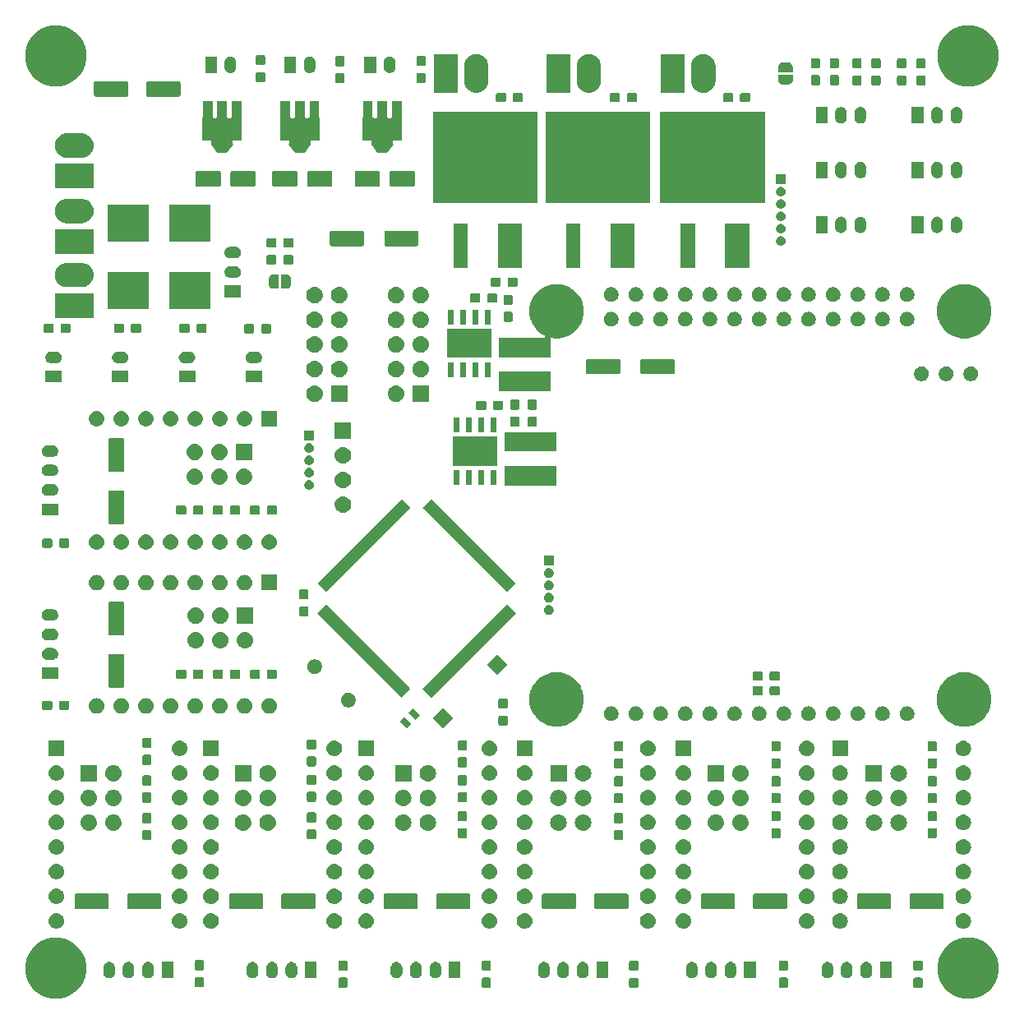
<source format=gbr>
G04 #@! TF.GenerationSoftware,KiCad,Pcbnew,5.1.2-f72e74a~84~ubuntu18.04.1*
G04 #@! TF.CreationDate,2019-05-06T18:12:31+08:00*
G04 #@! TF.ProjectId,printer-board,7072696e-7465-4722-9d62-6f6172642e6b,rev?*
G04 #@! TF.SameCoordinates,Original*
G04 #@! TF.FileFunction,Soldermask,Top*
G04 #@! TF.FilePolarity,Negative*
%FSLAX46Y46*%
G04 Gerber Fmt 4.6, Leading zero omitted, Abs format (unit mm)*
G04 Created by KiCad (PCBNEW 5.1.2-f72e74a~84~ubuntu18.04.1) date 2019-05-06 18:12:31*
%MOMM*%
%LPD*%
G04 APERTURE LIST*
%ADD10C,1.200000*%
%ADD11C,2.000000*%
%ADD12C,0.150000*%
G04 APERTURE END LIST*
D10*
X4905000Y-97000000D02*
G75*
G03X4905000Y-97000000I-1905000J0D01*
G01*
X98905000Y-97000000D02*
G75*
G03X98905000Y-97000000I-1905000J0D01*
G01*
X4905000Y-3000000D02*
G75*
G03X4905000Y-3000000I-1905000J0D01*
G01*
X98905000Y-3000000D02*
G75*
G03X98905000Y-3000000I-1905000J0D01*
G01*
D11*
X98177730Y-29300000D02*
G75*
G03X98177730Y-29300000I-1577730J0D01*
G01*
X98177730Y-69300000D02*
G75*
G03X98177730Y-69300000I-1577730J0D01*
G01*
X56177730Y-69300000D02*
G75*
G03X56177730Y-69300000I-1577730J0D01*
G01*
X56177000Y-29300000D02*
G75*
G03X56177000Y-29300000I-1577000J0D01*
G01*
D12*
G36*
X97396849Y-93867226D02*
G01*
X97918821Y-93971052D01*
X98492085Y-94208506D01*
X99008008Y-94553235D01*
X99446765Y-94991992D01*
X99791494Y-95507915D01*
X100028948Y-96081179D01*
X100150000Y-96689752D01*
X100150000Y-97310248D01*
X100028948Y-97918821D01*
X99791494Y-98492085D01*
X99446765Y-99008008D01*
X99008008Y-99446765D01*
X98492085Y-99791494D01*
X97918821Y-100028948D01*
X97396849Y-100132774D01*
X97310249Y-100150000D01*
X96689751Y-100150000D01*
X96603151Y-100132774D01*
X96081179Y-100028948D01*
X95507915Y-99791494D01*
X94991992Y-99446765D01*
X94553235Y-99008008D01*
X94208506Y-98492085D01*
X93971052Y-97918821D01*
X93850000Y-97310248D01*
X93850000Y-96689752D01*
X93971052Y-96081179D01*
X94208506Y-95507915D01*
X94553235Y-94991992D01*
X94991992Y-94553235D01*
X95507915Y-94208506D01*
X96081179Y-93971052D01*
X96603151Y-93867226D01*
X96689751Y-93850000D01*
X97310249Y-93850000D01*
X97396849Y-93867226D01*
X97396849Y-93867226D01*
G37*
G36*
X3396849Y-93867226D02*
G01*
X3918821Y-93971052D01*
X4492085Y-94208506D01*
X5008008Y-94553235D01*
X5446765Y-94991992D01*
X5791494Y-95507915D01*
X6028948Y-96081179D01*
X6150000Y-96689752D01*
X6150000Y-97310248D01*
X6028948Y-97918821D01*
X5791494Y-98492085D01*
X5446765Y-99008008D01*
X5008008Y-99446765D01*
X4492085Y-99791494D01*
X3918821Y-100028948D01*
X3396849Y-100132774D01*
X3310249Y-100150000D01*
X2689751Y-100150000D01*
X2603151Y-100132774D01*
X2081179Y-100028948D01*
X1507915Y-99791494D01*
X991992Y-99446765D01*
X553235Y-99008008D01*
X208506Y-98492085D01*
X-28948Y-97918821D01*
X-150000Y-97310248D01*
X-150000Y-96689752D01*
X-28948Y-96081179D01*
X208506Y-95507915D01*
X553235Y-94991992D01*
X991992Y-94553235D01*
X1507915Y-94208506D01*
X2081179Y-93971052D01*
X2603151Y-93867226D01*
X2689751Y-93850000D01*
X3310249Y-93850000D01*
X3396849Y-93867226D01*
X3396849Y-93867226D01*
G37*
G36*
X62884024Y-97958955D02*
G01*
X62916738Y-97968879D01*
X62946885Y-97984993D01*
X62973315Y-98006685D01*
X62995007Y-98033115D01*
X63011121Y-98063262D01*
X63021045Y-98095976D01*
X63025000Y-98136138D01*
X63025000Y-98823862D01*
X63021045Y-98864024D01*
X63011121Y-98896738D01*
X62995007Y-98926885D01*
X62973315Y-98953315D01*
X62946885Y-98975007D01*
X62916738Y-98991121D01*
X62884024Y-99001045D01*
X62843862Y-99005000D01*
X62256138Y-99005000D01*
X62215976Y-99001045D01*
X62183262Y-98991121D01*
X62153115Y-98975007D01*
X62126685Y-98953315D01*
X62104993Y-98926885D01*
X62088879Y-98896738D01*
X62078955Y-98864024D01*
X62075000Y-98823862D01*
X62075000Y-98136138D01*
X62078955Y-98095976D01*
X62088879Y-98063262D01*
X62104993Y-98033115D01*
X62126685Y-98006685D01*
X62153115Y-97984993D01*
X62183262Y-97968879D01*
X62215976Y-97958955D01*
X62256138Y-97955000D01*
X62843862Y-97955000D01*
X62884024Y-97958955D01*
X62884024Y-97958955D01*
G37*
G36*
X47704024Y-97953955D02*
G01*
X47736738Y-97963879D01*
X47766885Y-97979993D01*
X47793315Y-98001685D01*
X47815007Y-98028115D01*
X47831121Y-98058262D01*
X47841045Y-98090976D01*
X47845000Y-98131138D01*
X47845000Y-98818862D01*
X47841045Y-98859024D01*
X47831121Y-98891738D01*
X47815007Y-98921885D01*
X47793315Y-98948315D01*
X47766885Y-98970007D01*
X47736738Y-98986121D01*
X47704024Y-98996045D01*
X47663862Y-99000000D01*
X47076138Y-99000000D01*
X47035976Y-98996045D01*
X47003262Y-98986121D01*
X46973115Y-98970007D01*
X46946685Y-98948315D01*
X46924993Y-98921885D01*
X46908879Y-98891738D01*
X46898955Y-98859024D01*
X46895000Y-98818862D01*
X46895000Y-98131138D01*
X46898955Y-98090976D01*
X46908879Y-98058262D01*
X46924993Y-98028115D01*
X46946685Y-98001685D01*
X46973115Y-97979993D01*
X47003262Y-97963879D01*
X47035976Y-97953955D01*
X47076138Y-97950000D01*
X47663862Y-97950000D01*
X47704024Y-97953955D01*
X47704024Y-97953955D01*
G37*
G36*
X32934024Y-97953955D02*
G01*
X32966738Y-97963879D01*
X32996885Y-97979993D01*
X33023315Y-98001685D01*
X33045007Y-98028115D01*
X33061121Y-98058262D01*
X33071045Y-98090976D01*
X33075000Y-98131138D01*
X33075000Y-98818862D01*
X33071045Y-98859024D01*
X33061121Y-98891738D01*
X33045007Y-98921885D01*
X33023315Y-98948315D01*
X32996885Y-98970007D01*
X32966738Y-98986121D01*
X32934024Y-98996045D01*
X32893862Y-99000000D01*
X32306138Y-99000000D01*
X32265976Y-98996045D01*
X32233262Y-98986121D01*
X32203115Y-98970007D01*
X32176685Y-98948315D01*
X32154993Y-98921885D01*
X32138879Y-98891738D01*
X32128955Y-98859024D01*
X32125000Y-98818862D01*
X32125000Y-98131138D01*
X32128955Y-98090976D01*
X32138879Y-98058262D01*
X32154993Y-98028115D01*
X32176685Y-98001685D01*
X32203115Y-97979993D01*
X32233262Y-97963879D01*
X32265976Y-97953955D01*
X32306138Y-97950000D01*
X32893862Y-97950000D01*
X32934024Y-97953955D01*
X32934024Y-97953955D01*
G37*
G36*
X92169024Y-97953955D02*
G01*
X92201738Y-97963879D01*
X92231885Y-97979993D01*
X92258315Y-98001685D01*
X92280007Y-98028115D01*
X92296121Y-98058262D01*
X92306045Y-98090976D01*
X92310000Y-98131138D01*
X92310000Y-98818862D01*
X92306045Y-98859024D01*
X92296121Y-98891738D01*
X92280007Y-98921885D01*
X92258315Y-98948315D01*
X92231885Y-98970007D01*
X92201738Y-98986121D01*
X92169024Y-98996045D01*
X92128862Y-99000000D01*
X91541138Y-99000000D01*
X91500976Y-98996045D01*
X91468262Y-98986121D01*
X91438115Y-98970007D01*
X91411685Y-98948315D01*
X91389993Y-98921885D01*
X91373879Y-98891738D01*
X91363955Y-98859024D01*
X91360000Y-98818862D01*
X91360000Y-98131138D01*
X91363955Y-98090976D01*
X91373879Y-98058262D01*
X91389993Y-98028115D01*
X91411685Y-98001685D01*
X91438115Y-97979993D01*
X91468262Y-97963879D01*
X91500976Y-97953955D01*
X91541138Y-97950000D01*
X92128862Y-97950000D01*
X92169024Y-97953955D01*
X92169024Y-97953955D01*
G37*
G36*
X78294024Y-97953955D02*
G01*
X78326738Y-97963879D01*
X78356885Y-97979993D01*
X78383315Y-98001685D01*
X78405007Y-98028115D01*
X78421121Y-98058262D01*
X78431045Y-98090976D01*
X78435000Y-98131138D01*
X78435000Y-98818862D01*
X78431045Y-98859024D01*
X78421121Y-98891738D01*
X78405007Y-98921885D01*
X78383315Y-98948315D01*
X78356885Y-98970007D01*
X78326738Y-98986121D01*
X78294024Y-98996045D01*
X78253862Y-99000000D01*
X77666138Y-99000000D01*
X77625976Y-98996045D01*
X77593262Y-98986121D01*
X77563115Y-98970007D01*
X77536685Y-98948315D01*
X77514993Y-98921885D01*
X77498879Y-98891738D01*
X77488955Y-98859024D01*
X77485000Y-98818862D01*
X77485000Y-98131138D01*
X77488955Y-98090976D01*
X77498879Y-98058262D01*
X77514993Y-98028115D01*
X77536685Y-98001685D01*
X77563115Y-97979993D01*
X77593262Y-97963879D01*
X77625976Y-97953955D01*
X77666138Y-97950000D01*
X78253862Y-97950000D01*
X78294024Y-97953955D01*
X78294024Y-97953955D01*
G37*
G36*
X18134024Y-97908955D02*
G01*
X18166738Y-97918879D01*
X18196885Y-97934993D01*
X18223315Y-97956685D01*
X18245007Y-97983115D01*
X18261121Y-98013262D01*
X18271045Y-98045976D01*
X18275000Y-98086138D01*
X18275000Y-98773862D01*
X18271045Y-98814024D01*
X18261121Y-98846738D01*
X18245007Y-98876885D01*
X18223315Y-98903315D01*
X18196885Y-98925007D01*
X18166738Y-98941121D01*
X18134024Y-98951045D01*
X18093862Y-98955000D01*
X17506138Y-98955000D01*
X17465976Y-98951045D01*
X17433262Y-98941121D01*
X17403115Y-98925007D01*
X17376685Y-98903315D01*
X17354993Y-98876885D01*
X17338879Y-98846738D01*
X17328955Y-98814024D01*
X17325000Y-98773862D01*
X17325000Y-98086138D01*
X17328955Y-98045976D01*
X17338879Y-98013262D01*
X17354993Y-97983115D01*
X17376685Y-97956685D01*
X17403115Y-97934993D01*
X17433262Y-97918879D01*
X17465976Y-97908955D01*
X17506138Y-97905000D01*
X18093862Y-97905000D01*
X18134024Y-97908955D01*
X18134024Y-97908955D01*
G37*
G36*
X27398269Y-96344043D02*
G01*
X27511266Y-96378320D01*
X27615403Y-96433983D01*
X27706679Y-96508891D01*
X27781587Y-96600167D01*
X27837250Y-96704304D01*
X27871527Y-96817301D01*
X27880200Y-96905362D01*
X27880200Y-97464638D01*
X27871527Y-97552699D01*
X27837250Y-97665696D01*
X27781587Y-97769833D01*
X27758313Y-97798192D01*
X27706679Y-97861109D01*
X27653196Y-97905000D01*
X27615402Y-97936017D01*
X27511265Y-97991680D01*
X27398268Y-98025957D01*
X27280760Y-98037530D01*
X27163251Y-98025957D01*
X27050254Y-97991680D01*
X26946117Y-97936017D01*
X26913883Y-97909563D01*
X26854841Y-97861109D01*
X26803207Y-97798191D01*
X26779933Y-97769832D01*
X26724270Y-97665695D01*
X26689993Y-97552698D01*
X26681320Y-97464637D01*
X26681320Y-96905362D01*
X26689993Y-96817301D01*
X26724270Y-96704304D01*
X26779933Y-96600167D01*
X26831568Y-96537251D01*
X26854842Y-96508891D01*
X26904975Y-96467748D01*
X26946118Y-96433983D01*
X27050255Y-96378320D01*
X27163252Y-96344043D01*
X27280760Y-96332470D01*
X27398269Y-96344043D01*
X27398269Y-96344043D01*
G37*
G36*
X82617769Y-96344043D02*
G01*
X82730766Y-96378320D01*
X82834903Y-96433983D01*
X82926179Y-96508891D01*
X83001087Y-96600167D01*
X83056750Y-96704304D01*
X83091027Y-96817301D01*
X83099700Y-96905362D01*
X83099700Y-97464638D01*
X83091027Y-97552699D01*
X83056750Y-97665696D01*
X83001087Y-97769833D01*
X82977813Y-97798192D01*
X82926179Y-97861109D01*
X82872696Y-97905000D01*
X82834902Y-97936017D01*
X82730765Y-97991680D01*
X82617768Y-98025957D01*
X82500260Y-98037530D01*
X82382751Y-98025957D01*
X82269754Y-97991680D01*
X82165617Y-97936017D01*
X82133383Y-97909563D01*
X82074341Y-97861109D01*
X82022707Y-97798191D01*
X81999433Y-97769832D01*
X81943770Y-97665695D01*
X81909493Y-97552698D01*
X81900820Y-97464637D01*
X81900820Y-96905362D01*
X81909493Y-96817301D01*
X81943770Y-96704304D01*
X81999433Y-96600167D01*
X82051068Y-96537251D01*
X82074342Y-96508891D01*
X82124475Y-96467748D01*
X82165618Y-96433983D01*
X82269755Y-96378320D01*
X82382752Y-96344043D01*
X82500260Y-96332470D01*
X82617769Y-96344043D01*
X82617769Y-96344043D01*
G37*
G36*
X10616749Y-96344043D02*
G01*
X10729746Y-96378320D01*
X10833883Y-96433983D01*
X10925159Y-96508891D01*
X11000067Y-96600167D01*
X11055730Y-96704304D01*
X11090007Y-96817301D01*
X11098680Y-96905362D01*
X11098680Y-97464638D01*
X11090007Y-97552699D01*
X11055730Y-97665696D01*
X11000067Y-97769833D01*
X10976793Y-97798192D01*
X10925159Y-97861109D01*
X10871676Y-97905000D01*
X10833882Y-97936017D01*
X10729745Y-97991680D01*
X10616748Y-98025957D01*
X10499240Y-98037530D01*
X10381731Y-98025957D01*
X10268734Y-97991680D01*
X10164597Y-97936017D01*
X10132363Y-97909563D01*
X10073321Y-97861109D01*
X10021687Y-97798191D01*
X9998413Y-97769832D01*
X9942750Y-97665695D01*
X9908473Y-97552698D01*
X9899800Y-97464637D01*
X9899800Y-96905362D01*
X9908473Y-96817301D01*
X9942750Y-96704304D01*
X9998413Y-96600167D01*
X10050048Y-96537251D01*
X10073322Y-96508891D01*
X10123455Y-96467748D01*
X10164598Y-96433983D01*
X10268735Y-96378320D01*
X10381732Y-96344043D01*
X10499240Y-96332470D01*
X10616749Y-96344043D01*
X10616749Y-96344043D01*
G37*
G36*
X12618269Y-96344043D02*
G01*
X12731266Y-96378320D01*
X12835403Y-96433983D01*
X12926679Y-96508891D01*
X13001587Y-96600167D01*
X13057250Y-96704304D01*
X13091527Y-96817301D01*
X13100200Y-96905362D01*
X13100200Y-97464638D01*
X13091527Y-97552699D01*
X13057250Y-97665696D01*
X13001587Y-97769833D01*
X12978313Y-97798192D01*
X12926679Y-97861109D01*
X12873196Y-97905000D01*
X12835402Y-97936017D01*
X12731265Y-97991680D01*
X12618268Y-98025957D01*
X12500760Y-98037530D01*
X12383251Y-98025957D01*
X12270254Y-97991680D01*
X12166117Y-97936017D01*
X12133883Y-97909563D01*
X12074841Y-97861109D01*
X12023207Y-97798191D01*
X11999933Y-97769832D01*
X11944270Y-97665695D01*
X11909993Y-97552698D01*
X11901320Y-97464637D01*
X11901320Y-96905362D01*
X11909993Y-96817301D01*
X11944270Y-96704304D01*
X11999933Y-96600167D01*
X12051568Y-96537251D01*
X12074842Y-96508891D01*
X12124975Y-96467748D01*
X12166118Y-96433983D01*
X12270255Y-96378320D01*
X12383252Y-96344043D01*
X12500760Y-96332470D01*
X12618269Y-96344043D01*
X12618269Y-96344043D01*
G37*
G36*
X8617769Y-96344043D02*
G01*
X8730766Y-96378320D01*
X8834903Y-96433983D01*
X8926179Y-96508891D01*
X9001087Y-96600167D01*
X9056750Y-96704304D01*
X9091027Y-96817301D01*
X9099700Y-96905362D01*
X9099700Y-97464638D01*
X9091027Y-97552699D01*
X9056750Y-97665696D01*
X9001087Y-97769833D01*
X8977813Y-97798192D01*
X8926179Y-97861109D01*
X8872696Y-97905000D01*
X8834902Y-97936017D01*
X8730765Y-97991680D01*
X8617768Y-98025957D01*
X8500260Y-98037530D01*
X8382751Y-98025957D01*
X8269754Y-97991680D01*
X8165617Y-97936017D01*
X8133383Y-97909563D01*
X8074341Y-97861109D01*
X8022707Y-97798191D01*
X7999433Y-97769832D01*
X7943770Y-97665695D01*
X7909493Y-97552698D01*
X7900820Y-97464637D01*
X7900820Y-96905362D01*
X7909493Y-96817301D01*
X7943770Y-96704304D01*
X7999433Y-96600167D01*
X8051068Y-96537251D01*
X8074342Y-96508891D01*
X8124475Y-96467748D01*
X8165618Y-96433983D01*
X8269755Y-96378320D01*
X8382752Y-96344043D01*
X8500260Y-96332470D01*
X8617769Y-96344043D01*
X8617769Y-96344043D01*
G37*
G36*
X25396749Y-96344043D02*
G01*
X25509746Y-96378320D01*
X25613883Y-96433983D01*
X25705159Y-96508891D01*
X25780067Y-96600167D01*
X25835730Y-96704304D01*
X25870007Y-96817301D01*
X25878680Y-96905362D01*
X25878680Y-97464638D01*
X25870007Y-97552699D01*
X25835730Y-97665696D01*
X25780067Y-97769833D01*
X25756793Y-97798192D01*
X25705159Y-97861109D01*
X25651676Y-97905000D01*
X25613882Y-97936017D01*
X25509745Y-97991680D01*
X25396748Y-98025957D01*
X25279240Y-98037530D01*
X25161731Y-98025957D01*
X25048734Y-97991680D01*
X24944597Y-97936017D01*
X24912363Y-97909563D01*
X24853321Y-97861109D01*
X24801687Y-97798191D01*
X24778413Y-97769832D01*
X24722750Y-97665695D01*
X24688473Y-97552698D01*
X24679800Y-97464637D01*
X24679800Y-96905362D01*
X24688473Y-96817301D01*
X24722750Y-96704304D01*
X24778413Y-96600167D01*
X24830048Y-96537251D01*
X24853322Y-96508891D01*
X24903455Y-96467748D01*
X24944598Y-96433983D01*
X25048735Y-96378320D01*
X25161732Y-96344043D01*
X25279240Y-96332470D01*
X25396749Y-96344043D01*
X25396749Y-96344043D01*
G37*
G36*
X23397769Y-96344043D02*
G01*
X23510766Y-96378320D01*
X23614903Y-96433983D01*
X23706179Y-96508891D01*
X23781087Y-96600167D01*
X23836750Y-96704304D01*
X23871027Y-96817301D01*
X23879700Y-96905362D01*
X23879700Y-97464638D01*
X23871027Y-97552699D01*
X23836750Y-97665696D01*
X23781087Y-97769833D01*
X23757813Y-97798192D01*
X23706179Y-97861109D01*
X23652696Y-97905000D01*
X23614902Y-97936017D01*
X23510765Y-97991680D01*
X23397768Y-98025957D01*
X23280260Y-98037530D01*
X23162751Y-98025957D01*
X23049754Y-97991680D01*
X22945617Y-97936017D01*
X22913383Y-97909563D01*
X22854341Y-97861109D01*
X22802707Y-97798191D01*
X22779433Y-97769832D01*
X22723770Y-97665695D01*
X22689493Y-97552698D01*
X22680820Y-97464637D01*
X22680820Y-96905362D01*
X22689493Y-96817301D01*
X22723770Y-96704304D01*
X22779433Y-96600167D01*
X22831068Y-96537251D01*
X22854342Y-96508891D01*
X22904475Y-96467748D01*
X22945618Y-96433983D01*
X23049755Y-96378320D01*
X23162752Y-96344043D01*
X23280260Y-96332470D01*
X23397769Y-96344043D01*
X23397769Y-96344043D01*
G37*
G36*
X40226749Y-96344043D02*
G01*
X40339746Y-96378320D01*
X40443883Y-96433983D01*
X40535159Y-96508891D01*
X40610067Y-96600167D01*
X40665730Y-96704304D01*
X40700007Y-96817301D01*
X40708680Y-96905362D01*
X40708680Y-97464638D01*
X40700007Y-97552699D01*
X40665730Y-97665696D01*
X40610067Y-97769833D01*
X40586793Y-97798192D01*
X40535159Y-97861109D01*
X40481676Y-97905000D01*
X40443882Y-97936017D01*
X40339745Y-97991680D01*
X40226748Y-98025957D01*
X40109240Y-98037530D01*
X39991731Y-98025957D01*
X39878734Y-97991680D01*
X39774597Y-97936017D01*
X39742363Y-97909563D01*
X39683321Y-97861109D01*
X39631687Y-97798191D01*
X39608413Y-97769832D01*
X39552750Y-97665695D01*
X39518473Y-97552698D01*
X39509800Y-97464637D01*
X39509800Y-96905362D01*
X39518473Y-96817301D01*
X39552750Y-96704304D01*
X39608413Y-96600167D01*
X39660048Y-96537251D01*
X39683322Y-96508891D01*
X39733455Y-96467748D01*
X39774598Y-96433983D01*
X39878735Y-96378320D01*
X39991732Y-96344043D01*
X40109240Y-96332470D01*
X40226749Y-96344043D01*
X40226749Y-96344043D01*
G37*
G36*
X42228269Y-96344043D02*
G01*
X42341266Y-96378320D01*
X42445403Y-96433983D01*
X42536679Y-96508891D01*
X42611587Y-96600167D01*
X42667250Y-96704304D01*
X42701527Y-96817301D01*
X42710200Y-96905362D01*
X42710200Y-97464638D01*
X42701527Y-97552699D01*
X42667250Y-97665696D01*
X42611587Y-97769833D01*
X42588313Y-97798192D01*
X42536679Y-97861109D01*
X42483196Y-97905000D01*
X42445402Y-97936017D01*
X42341265Y-97991680D01*
X42228268Y-98025957D01*
X42110760Y-98037530D01*
X41993251Y-98025957D01*
X41880254Y-97991680D01*
X41776117Y-97936017D01*
X41743883Y-97909563D01*
X41684841Y-97861109D01*
X41633207Y-97798191D01*
X41609933Y-97769832D01*
X41554270Y-97665695D01*
X41519993Y-97552698D01*
X41511320Y-97464637D01*
X41511320Y-96905362D01*
X41519993Y-96817301D01*
X41554270Y-96704304D01*
X41609933Y-96600167D01*
X41661568Y-96537251D01*
X41684842Y-96508891D01*
X41734975Y-96467748D01*
X41776118Y-96433983D01*
X41880255Y-96378320D01*
X41993252Y-96344043D01*
X42110760Y-96332470D01*
X42228269Y-96344043D01*
X42228269Y-96344043D01*
G37*
G36*
X55406749Y-96344043D02*
G01*
X55519746Y-96378320D01*
X55623883Y-96433983D01*
X55715159Y-96508891D01*
X55790067Y-96600167D01*
X55845730Y-96704304D01*
X55880007Y-96817301D01*
X55888680Y-96905362D01*
X55888680Y-97464638D01*
X55880007Y-97552699D01*
X55845730Y-97665696D01*
X55790067Y-97769833D01*
X55766793Y-97798192D01*
X55715159Y-97861109D01*
X55661676Y-97905000D01*
X55623882Y-97936017D01*
X55519745Y-97991680D01*
X55406748Y-98025957D01*
X55289240Y-98037530D01*
X55171731Y-98025957D01*
X55058734Y-97991680D01*
X54954597Y-97936017D01*
X54922363Y-97909563D01*
X54863321Y-97861109D01*
X54811687Y-97798191D01*
X54788413Y-97769832D01*
X54732750Y-97665695D01*
X54698473Y-97552698D01*
X54689800Y-97464637D01*
X54689800Y-96905362D01*
X54698473Y-96817301D01*
X54732750Y-96704304D01*
X54788413Y-96600167D01*
X54840048Y-96537251D01*
X54863322Y-96508891D01*
X54913455Y-96467748D01*
X54954598Y-96433983D01*
X55058735Y-96378320D01*
X55171732Y-96344043D01*
X55289240Y-96332470D01*
X55406749Y-96344043D01*
X55406749Y-96344043D01*
G37*
G36*
X53407769Y-96344043D02*
G01*
X53520766Y-96378320D01*
X53624903Y-96433983D01*
X53716179Y-96508891D01*
X53791087Y-96600167D01*
X53846750Y-96704304D01*
X53881027Y-96817301D01*
X53889700Y-96905362D01*
X53889700Y-97464638D01*
X53881027Y-97552699D01*
X53846750Y-97665696D01*
X53791087Y-97769833D01*
X53767813Y-97798192D01*
X53716179Y-97861109D01*
X53662696Y-97905000D01*
X53624902Y-97936017D01*
X53520765Y-97991680D01*
X53407768Y-98025957D01*
X53290260Y-98037530D01*
X53172751Y-98025957D01*
X53059754Y-97991680D01*
X52955617Y-97936017D01*
X52923383Y-97909563D01*
X52864341Y-97861109D01*
X52812707Y-97798191D01*
X52789433Y-97769832D01*
X52733770Y-97665695D01*
X52699493Y-97552698D01*
X52690820Y-97464637D01*
X52690820Y-96905362D01*
X52699493Y-96817301D01*
X52733770Y-96704304D01*
X52789433Y-96600167D01*
X52841068Y-96537251D01*
X52864342Y-96508891D01*
X52914475Y-96467748D01*
X52955618Y-96433983D01*
X53059755Y-96378320D01*
X53172752Y-96344043D01*
X53290260Y-96332470D01*
X53407769Y-96344043D01*
X53407769Y-96344043D01*
G37*
G36*
X57408269Y-96344043D02*
G01*
X57521266Y-96378320D01*
X57625403Y-96433983D01*
X57716679Y-96508891D01*
X57791587Y-96600167D01*
X57847250Y-96704304D01*
X57881527Y-96817301D01*
X57890200Y-96905362D01*
X57890200Y-97464638D01*
X57881527Y-97552699D01*
X57847250Y-97665696D01*
X57791587Y-97769833D01*
X57768313Y-97798192D01*
X57716679Y-97861109D01*
X57663196Y-97905000D01*
X57625402Y-97936017D01*
X57521265Y-97991680D01*
X57408268Y-98025957D01*
X57290760Y-98037530D01*
X57173251Y-98025957D01*
X57060254Y-97991680D01*
X56956117Y-97936017D01*
X56923883Y-97909563D01*
X56864841Y-97861109D01*
X56813207Y-97798191D01*
X56789933Y-97769832D01*
X56734270Y-97665695D01*
X56699993Y-97552698D01*
X56691320Y-97464637D01*
X56691320Y-96905362D01*
X56699993Y-96817301D01*
X56734270Y-96704304D01*
X56789933Y-96600167D01*
X56841568Y-96537251D01*
X56864842Y-96508891D01*
X56914975Y-96467748D01*
X56956118Y-96433983D01*
X57060255Y-96378320D01*
X57173252Y-96344043D01*
X57290760Y-96332470D01*
X57408269Y-96344043D01*
X57408269Y-96344043D01*
G37*
G36*
X70636749Y-96344043D02*
G01*
X70749746Y-96378320D01*
X70853883Y-96433983D01*
X70945159Y-96508891D01*
X71020067Y-96600167D01*
X71075730Y-96704304D01*
X71110007Y-96817301D01*
X71118680Y-96905362D01*
X71118680Y-97464638D01*
X71110007Y-97552699D01*
X71075730Y-97665696D01*
X71020067Y-97769833D01*
X70996793Y-97798192D01*
X70945159Y-97861109D01*
X70891676Y-97905000D01*
X70853882Y-97936017D01*
X70749745Y-97991680D01*
X70636748Y-98025957D01*
X70519240Y-98037530D01*
X70401731Y-98025957D01*
X70288734Y-97991680D01*
X70184597Y-97936017D01*
X70152363Y-97909563D01*
X70093321Y-97861109D01*
X70041687Y-97798191D01*
X70018413Y-97769832D01*
X69962750Y-97665695D01*
X69928473Y-97552698D01*
X69919800Y-97464637D01*
X69919800Y-96905362D01*
X69928473Y-96817301D01*
X69962750Y-96704304D01*
X70018413Y-96600167D01*
X70070048Y-96537251D01*
X70093322Y-96508891D01*
X70143455Y-96467748D01*
X70184598Y-96433983D01*
X70288735Y-96378320D01*
X70401732Y-96344043D01*
X70519240Y-96332470D01*
X70636749Y-96344043D01*
X70636749Y-96344043D01*
G37*
G36*
X72638269Y-96344043D02*
G01*
X72751266Y-96378320D01*
X72855403Y-96433983D01*
X72946679Y-96508891D01*
X73021587Y-96600167D01*
X73077250Y-96704304D01*
X73111527Y-96817301D01*
X73120200Y-96905362D01*
X73120200Y-97464638D01*
X73111527Y-97552699D01*
X73077250Y-97665696D01*
X73021587Y-97769833D01*
X72998313Y-97798192D01*
X72946679Y-97861109D01*
X72893196Y-97905000D01*
X72855402Y-97936017D01*
X72751265Y-97991680D01*
X72638268Y-98025957D01*
X72520760Y-98037530D01*
X72403251Y-98025957D01*
X72290254Y-97991680D01*
X72186117Y-97936017D01*
X72153883Y-97909563D01*
X72094841Y-97861109D01*
X72043207Y-97798191D01*
X72019933Y-97769832D01*
X71964270Y-97665695D01*
X71929993Y-97552698D01*
X71921320Y-97464637D01*
X71921320Y-96905362D01*
X71929993Y-96817301D01*
X71964270Y-96704304D01*
X72019933Y-96600167D01*
X72071568Y-96537251D01*
X72094842Y-96508891D01*
X72144975Y-96467748D01*
X72186118Y-96433983D01*
X72290255Y-96378320D01*
X72403252Y-96344043D01*
X72520760Y-96332470D01*
X72638269Y-96344043D01*
X72638269Y-96344043D01*
G37*
G36*
X68637769Y-96344043D02*
G01*
X68750766Y-96378320D01*
X68854903Y-96433983D01*
X68946179Y-96508891D01*
X69021087Y-96600167D01*
X69076750Y-96704304D01*
X69111027Y-96817301D01*
X69119700Y-96905362D01*
X69119700Y-97464638D01*
X69111027Y-97552699D01*
X69076750Y-97665696D01*
X69021087Y-97769833D01*
X68997813Y-97798192D01*
X68946179Y-97861109D01*
X68892696Y-97905000D01*
X68854902Y-97936017D01*
X68750765Y-97991680D01*
X68637768Y-98025957D01*
X68520260Y-98037530D01*
X68402751Y-98025957D01*
X68289754Y-97991680D01*
X68185617Y-97936017D01*
X68153383Y-97909563D01*
X68094341Y-97861109D01*
X68042707Y-97798191D01*
X68019433Y-97769832D01*
X67963770Y-97665695D01*
X67929493Y-97552698D01*
X67920820Y-97464637D01*
X67920820Y-96905362D01*
X67929493Y-96817301D01*
X67963770Y-96704304D01*
X68019433Y-96600167D01*
X68071068Y-96537251D01*
X68094342Y-96508891D01*
X68144475Y-96467748D01*
X68185618Y-96433983D01*
X68289755Y-96378320D01*
X68402752Y-96344043D01*
X68520260Y-96332470D01*
X68637769Y-96344043D01*
X68637769Y-96344043D01*
G37*
G36*
X84616749Y-96344043D02*
G01*
X84729746Y-96378320D01*
X84833883Y-96433983D01*
X84925159Y-96508891D01*
X85000067Y-96600167D01*
X85055730Y-96704304D01*
X85090007Y-96817301D01*
X85098680Y-96905362D01*
X85098680Y-97464638D01*
X85090007Y-97552699D01*
X85055730Y-97665696D01*
X85000067Y-97769833D01*
X84976793Y-97798192D01*
X84925159Y-97861109D01*
X84871676Y-97905000D01*
X84833882Y-97936017D01*
X84729745Y-97991680D01*
X84616748Y-98025957D01*
X84499240Y-98037530D01*
X84381731Y-98025957D01*
X84268734Y-97991680D01*
X84164597Y-97936017D01*
X84132363Y-97909563D01*
X84073321Y-97861109D01*
X84021687Y-97798191D01*
X83998413Y-97769832D01*
X83942750Y-97665695D01*
X83908473Y-97552698D01*
X83899800Y-97464637D01*
X83899800Y-96905362D01*
X83908473Y-96817301D01*
X83942750Y-96704304D01*
X83998413Y-96600167D01*
X84050048Y-96537251D01*
X84073322Y-96508891D01*
X84123455Y-96467748D01*
X84164598Y-96433983D01*
X84268735Y-96378320D01*
X84381732Y-96344043D01*
X84499240Y-96332470D01*
X84616749Y-96344043D01*
X84616749Y-96344043D01*
G37*
G36*
X86618269Y-96344043D02*
G01*
X86731266Y-96378320D01*
X86835403Y-96433983D01*
X86926679Y-96508891D01*
X87001587Y-96600167D01*
X87057250Y-96704304D01*
X87091527Y-96817301D01*
X87100200Y-96905362D01*
X87100200Y-97464638D01*
X87091527Y-97552699D01*
X87057250Y-97665696D01*
X87001587Y-97769833D01*
X86978313Y-97798192D01*
X86926679Y-97861109D01*
X86873196Y-97905000D01*
X86835402Y-97936017D01*
X86731265Y-97991680D01*
X86618268Y-98025957D01*
X86500760Y-98037530D01*
X86383251Y-98025957D01*
X86270254Y-97991680D01*
X86166117Y-97936017D01*
X86133883Y-97909563D01*
X86074841Y-97861109D01*
X86023207Y-97798191D01*
X85999933Y-97769832D01*
X85944270Y-97665695D01*
X85909993Y-97552698D01*
X85901320Y-97464637D01*
X85901320Y-96905362D01*
X85909993Y-96817301D01*
X85944270Y-96704304D01*
X85999933Y-96600167D01*
X86051568Y-96537251D01*
X86074842Y-96508891D01*
X86124975Y-96467748D01*
X86166118Y-96433983D01*
X86270255Y-96378320D01*
X86383252Y-96344043D01*
X86500760Y-96332470D01*
X86618269Y-96344043D01*
X86618269Y-96344043D01*
G37*
G36*
X38227769Y-96344043D02*
G01*
X38340766Y-96378320D01*
X38444903Y-96433983D01*
X38536179Y-96508891D01*
X38611087Y-96600167D01*
X38666750Y-96704304D01*
X38701027Y-96817301D01*
X38709700Y-96905362D01*
X38709700Y-97464638D01*
X38701027Y-97552699D01*
X38666750Y-97665696D01*
X38611087Y-97769833D01*
X38587813Y-97798192D01*
X38536179Y-97861109D01*
X38482696Y-97905000D01*
X38444902Y-97936017D01*
X38340765Y-97991680D01*
X38227768Y-98025957D01*
X38110260Y-98037530D01*
X37992751Y-98025957D01*
X37879754Y-97991680D01*
X37775617Y-97936017D01*
X37743383Y-97909563D01*
X37684341Y-97861109D01*
X37632707Y-97798191D01*
X37609433Y-97769832D01*
X37553770Y-97665695D01*
X37519493Y-97552698D01*
X37510820Y-97464637D01*
X37510820Y-96905362D01*
X37519493Y-96817301D01*
X37553770Y-96704304D01*
X37609433Y-96600167D01*
X37661068Y-96537251D01*
X37684342Y-96508891D01*
X37734475Y-96467748D01*
X37775618Y-96433983D01*
X37879755Y-96378320D01*
X37992752Y-96344043D01*
X38110260Y-96332470D01*
X38227769Y-96344043D01*
X38227769Y-96344043D01*
G37*
G36*
X59891720Y-98034630D02*
G01*
X58692840Y-98034630D01*
X58692840Y-96335370D01*
X59891720Y-96335370D01*
X59891720Y-98034630D01*
X59891720Y-98034630D01*
G37*
G36*
X29881720Y-98034630D02*
G01*
X28682840Y-98034630D01*
X28682840Y-96335370D01*
X29881720Y-96335370D01*
X29881720Y-98034630D01*
X29881720Y-98034630D01*
G37*
G36*
X15101720Y-98034630D02*
G01*
X13902840Y-98034630D01*
X13902840Y-96335370D01*
X15101720Y-96335370D01*
X15101720Y-98034630D01*
X15101720Y-98034630D01*
G37*
G36*
X89101720Y-98034630D02*
G01*
X87902840Y-98034630D01*
X87902840Y-96335370D01*
X89101720Y-96335370D01*
X89101720Y-98034630D01*
X89101720Y-98034630D01*
G37*
G36*
X44711720Y-98034630D02*
G01*
X43512840Y-98034630D01*
X43512840Y-96335370D01*
X44711720Y-96335370D01*
X44711720Y-98034630D01*
X44711720Y-98034630D01*
G37*
G36*
X75121720Y-98034630D02*
G01*
X73922840Y-98034630D01*
X73922840Y-96335370D01*
X75121720Y-96335370D01*
X75121720Y-98034630D01*
X75121720Y-98034630D01*
G37*
G36*
X62884024Y-96208955D02*
G01*
X62916738Y-96218879D01*
X62946885Y-96234993D01*
X62973315Y-96256685D01*
X62995007Y-96283115D01*
X63011121Y-96313262D01*
X63021045Y-96345976D01*
X63025000Y-96386138D01*
X63025000Y-97073862D01*
X63021045Y-97114024D01*
X63011121Y-97146738D01*
X62995007Y-97176885D01*
X62973315Y-97203315D01*
X62946885Y-97225007D01*
X62916738Y-97241121D01*
X62884024Y-97251045D01*
X62843862Y-97255000D01*
X62256138Y-97255000D01*
X62215976Y-97251045D01*
X62183262Y-97241121D01*
X62153115Y-97225007D01*
X62126685Y-97203315D01*
X62104993Y-97176885D01*
X62088879Y-97146738D01*
X62078955Y-97114024D01*
X62075000Y-97073862D01*
X62075000Y-96386138D01*
X62078955Y-96345976D01*
X62088879Y-96313262D01*
X62104993Y-96283115D01*
X62126685Y-96256685D01*
X62153115Y-96234993D01*
X62183262Y-96218879D01*
X62215976Y-96208955D01*
X62256138Y-96205000D01*
X62843862Y-96205000D01*
X62884024Y-96208955D01*
X62884024Y-96208955D01*
G37*
G36*
X92169024Y-96203955D02*
G01*
X92201738Y-96213879D01*
X92231885Y-96229993D01*
X92258315Y-96251685D01*
X92280007Y-96278115D01*
X92296121Y-96308262D01*
X92306045Y-96340976D01*
X92310000Y-96381138D01*
X92310000Y-97068862D01*
X92306045Y-97109024D01*
X92296121Y-97141738D01*
X92280007Y-97171885D01*
X92258315Y-97198315D01*
X92231885Y-97220007D01*
X92201738Y-97236121D01*
X92169024Y-97246045D01*
X92128862Y-97250000D01*
X91541138Y-97250000D01*
X91500976Y-97246045D01*
X91468262Y-97236121D01*
X91438115Y-97220007D01*
X91411685Y-97198315D01*
X91389993Y-97171885D01*
X91373879Y-97141738D01*
X91363955Y-97109024D01*
X91360000Y-97068862D01*
X91360000Y-96381138D01*
X91363955Y-96340976D01*
X91373879Y-96308262D01*
X91389993Y-96278115D01*
X91411685Y-96251685D01*
X91438115Y-96229993D01*
X91468262Y-96213879D01*
X91500976Y-96203955D01*
X91541138Y-96200000D01*
X92128862Y-96200000D01*
X92169024Y-96203955D01*
X92169024Y-96203955D01*
G37*
G36*
X47704024Y-96203955D02*
G01*
X47736738Y-96213879D01*
X47766885Y-96229993D01*
X47793315Y-96251685D01*
X47815007Y-96278115D01*
X47831121Y-96308262D01*
X47841045Y-96340976D01*
X47845000Y-96381138D01*
X47845000Y-97068862D01*
X47841045Y-97109024D01*
X47831121Y-97141738D01*
X47815007Y-97171885D01*
X47793315Y-97198315D01*
X47766885Y-97220007D01*
X47736738Y-97236121D01*
X47704024Y-97246045D01*
X47663862Y-97250000D01*
X47076138Y-97250000D01*
X47035976Y-97246045D01*
X47003262Y-97236121D01*
X46973115Y-97220007D01*
X46946685Y-97198315D01*
X46924993Y-97171885D01*
X46908879Y-97141738D01*
X46898955Y-97109024D01*
X46895000Y-97068862D01*
X46895000Y-96381138D01*
X46898955Y-96340976D01*
X46908879Y-96308262D01*
X46924993Y-96278115D01*
X46946685Y-96251685D01*
X46973115Y-96229993D01*
X47003262Y-96213879D01*
X47035976Y-96203955D01*
X47076138Y-96200000D01*
X47663862Y-96200000D01*
X47704024Y-96203955D01*
X47704024Y-96203955D01*
G37*
G36*
X78294024Y-96203955D02*
G01*
X78326738Y-96213879D01*
X78356885Y-96229993D01*
X78383315Y-96251685D01*
X78405007Y-96278115D01*
X78421121Y-96308262D01*
X78431045Y-96340976D01*
X78435000Y-96381138D01*
X78435000Y-97068862D01*
X78431045Y-97109024D01*
X78421121Y-97141738D01*
X78405007Y-97171885D01*
X78383315Y-97198315D01*
X78356885Y-97220007D01*
X78326738Y-97236121D01*
X78294024Y-97246045D01*
X78253862Y-97250000D01*
X77666138Y-97250000D01*
X77625976Y-97246045D01*
X77593262Y-97236121D01*
X77563115Y-97220007D01*
X77536685Y-97198315D01*
X77514993Y-97171885D01*
X77498879Y-97141738D01*
X77488955Y-97109024D01*
X77485000Y-97068862D01*
X77485000Y-96381138D01*
X77488955Y-96340976D01*
X77498879Y-96308262D01*
X77514993Y-96278115D01*
X77536685Y-96251685D01*
X77563115Y-96229993D01*
X77593262Y-96213879D01*
X77625976Y-96203955D01*
X77666138Y-96200000D01*
X78253862Y-96200000D01*
X78294024Y-96203955D01*
X78294024Y-96203955D01*
G37*
G36*
X32934024Y-96203955D02*
G01*
X32966738Y-96213879D01*
X32996885Y-96229993D01*
X33023315Y-96251685D01*
X33045007Y-96278115D01*
X33061121Y-96308262D01*
X33071045Y-96340976D01*
X33075000Y-96381138D01*
X33075000Y-97068862D01*
X33071045Y-97109024D01*
X33061121Y-97141738D01*
X33045007Y-97171885D01*
X33023315Y-97198315D01*
X32996885Y-97220007D01*
X32966738Y-97236121D01*
X32934024Y-97246045D01*
X32893862Y-97250000D01*
X32306138Y-97250000D01*
X32265976Y-97246045D01*
X32233262Y-97236121D01*
X32203115Y-97220007D01*
X32176685Y-97198315D01*
X32154993Y-97171885D01*
X32138879Y-97141738D01*
X32128955Y-97109024D01*
X32125000Y-97068862D01*
X32125000Y-96381138D01*
X32128955Y-96340976D01*
X32138879Y-96308262D01*
X32154993Y-96278115D01*
X32176685Y-96251685D01*
X32203115Y-96229993D01*
X32233262Y-96213879D01*
X32265976Y-96203955D01*
X32306138Y-96200000D01*
X32893862Y-96200000D01*
X32934024Y-96203955D01*
X32934024Y-96203955D01*
G37*
G36*
X18134024Y-96158955D02*
G01*
X18166738Y-96168879D01*
X18196885Y-96184993D01*
X18223315Y-96206685D01*
X18245007Y-96233115D01*
X18261121Y-96263262D01*
X18271045Y-96295976D01*
X18275000Y-96336138D01*
X18275000Y-97023862D01*
X18271045Y-97064024D01*
X18261121Y-97096738D01*
X18245007Y-97126885D01*
X18223315Y-97153315D01*
X18196885Y-97175007D01*
X18166738Y-97191121D01*
X18134024Y-97201045D01*
X18093862Y-97205000D01*
X17506138Y-97205000D01*
X17465976Y-97201045D01*
X17433262Y-97191121D01*
X17403115Y-97175007D01*
X17376685Y-97153315D01*
X17354993Y-97126885D01*
X17338879Y-97096738D01*
X17328955Y-97064024D01*
X17325000Y-97023862D01*
X17325000Y-96336138D01*
X17328955Y-96295976D01*
X17338879Y-96263262D01*
X17354993Y-96233115D01*
X17376685Y-96206685D01*
X17403115Y-96184993D01*
X17433262Y-96168879D01*
X17465976Y-96158955D01*
X17506138Y-96155000D01*
X18093862Y-96155000D01*
X18134024Y-96158955D01*
X18134024Y-96158955D01*
G37*
G36*
X31779471Y-91328859D02*
G01*
X31857827Y-91336576D01*
X32008628Y-91382321D01*
X32008630Y-91382322D01*
X32147605Y-91456606D01*
X32147607Y-91456607D01*
X32147606Y-91456607D01*
X32269422Y-91556578D01*
X32369393Y-91678394D01*
X32443679Y-91817372D01*
X32489424Y-91968173D01*
X32504870Y-92125000D01*
X32489424Y-92281827D01*
X32443679Y-92432628D01*
X32443678Y-92432630D01*
X32369394Y-92571605D01*
X32269422Y-92693422D01*
X32147605Y-92793394D01*
X32008630Y-92867678D01*
X32008628Y-92867679D01*
X31857827Y-92913424D01*
X31779471Y-92921141D01*
X31740294Y-92925000D01*
X31661706Y-92925000D01*
X31622529Y-92921141D01*
X31544173Y-92913424D01*
X31393372Y-92867679D01*
X31393370Y-92867678D01*
X31254395Y-92793394D01*
X31132578Y-92693422D01*
X31032606Y-92571605D01*
X30958322Y-92432630D01*
X30958321Y-92432628D01*
X30912576Y-92281827D01*
X30897130Y-92125000D01*
X30912576Y-91968173D01*
X30958321Y-91817372D01*
X31032607Y-91678394D01*
X31132578Y-91556578D01*
X31254394Y-91456607D01*
X31254393Y-91456607D01*
X31254395Y-91456606D01*
X31393370Y-91382322D01*
X31393372Y-91382321D01*
X31544173Y-91336576D01*
X31622529Y-91328859D01*
X31661706Y-91325000D01*
X31740294Y-91325000D01*
X31779471Y-91328859D01*
X31779471Y-91328859D01*
G37*
G36*
X96583471Y-91328859D02*
G01*
X96661827Y-91336576D01*
X96812628Y-91382321D01*
X96812630Y-91382322D01*
X96951605Y-91456606D01*
X96951607Y-91456607D01*
X96951606Y-91456607D01*
X97073422Y-91556578D01*
X97173393Y-91678394D01*
X97247679Y-91817372D01*
X97293424Y-91968173D01*
X97308870Y-92125000D01*
X97293424Y-92281827D01*
X97247679Y-92432628D01*
X97247678Y-92432630D01*
X97173394Y-92571605D01*
X97073422Y-92693422D01*
X96951605Y-92793394D01*
X96812630Y-92867678D01*
X96812628Y-92867679D01*
X96661827Y-92913424D01*
X96583471Y-92921141D01*
X96544294Y-92925000D01*
X96465706Y-92925000D01*
X96426529Y-92921141D01*
X96348173Y-92913424D01*
X96197372Y-92867679D01*
X96197370Y-92867678D01*
X96058395Y-92793394D01*
X95936578Y-92693422D01*
X95836606Y-92571605D01*
X95762322Y-92432630D01*
X95762321Y-92432628D01*
X95716576Y-92281827D01*
X95701130Y-92125000D01*
X95716576Y-91968173D01*
X95762321Y-91817372D01*
X95836607Y-91678394D01*
X95936578Y-91556578D01*
X96058394Y-91456607D01*
X96058393Y-91456607D01*
X96058395Y-91456606D01*
X96197370Y-91382322D01*
X96197372Y-91382321D01*
X96348173Y-91336576D01*
X96426529Y-91328859D01*
X96465706Y-91325000D01*
X96544294Y-91325000D01*
X96583471Y-91328859D01*
X96583471Y-91328859D01*
G37*
G36*
X3153471Y-91328859D02*
G01*
X3231827Y-91336576D01*
X3382628Y-91382321D01*
X3382630Y-91382322D01*
X3521605Y-91456606D01*
X3521607Y-91456607D01*
X3521606Y-91456607D01*
X3643422Y-91556578D01*
X3743393Y-91678394D01*
X3817679Y-91817372D01*
X3863424Y-91968173D01*
X3878870Y-92125000D01*
X3863424Y-92281827D01*
X3817679Y-92432628D01*
X3817678Y-92432630D01*
X3743394Y-92571605D01*
X3643422Y-92693422D01*
X3521605Y-92793394D01*
X3382630Y-92867678D01*
X3382628Y-92867679D01*
X3231827Y-92913424D01*
X3153471Y-92921141D01*
X3114294Y-92925000D01*
X3035706Y-92925000D01*
X2996529Y-92921141D01*
X2918173Y-92913424D01*
X2767372Y-92867679D01*
X2767370Y-92867678D01*
X2628395Y-92793394D01*
X2506578Y-92693422D01*
X2406606Y-92571605D01*
X2332322Y-92432630D01*
X2332321Y-92432628D01*
X2286576Y-92281827D01*
X2271130Y-92125000D01*
X2286576Y-91968173D01*
X2332321Y-91817372D01*
X2406607Y-91678394D01*
X2506578Y-91556578D01*
X2628394Y-91456607D01*
X2628393Y-91456607D01*
X2628395Y-91456606D01*
X2767370Y-91382322D01*
X2767372Y-91382321D01*
X2918173Y-91336576D01*
X2996529Y-91328859D01*
X3035706Y-91325000D01*
X3114294Y-91325000D01*
X3153471Y-91328859D01*
X3153471Y-91328859D01*
G37*
G36*
X15853471Y-91328859D02*
G01*
X15931827Y-91336576D01*
X16082628Y-91382321D01*
X16082630Y-91382322D01*
X16221605Y-91456606D01*
X16221607Y-91456607D01*
X16221606Y-91456607D01*
X16343422Y-91556578D01*
X16443393Y-91678394D01*
X16517679Y-91817372D01*
X16563424Y-91968173D01*
X16578870Y-92125000D01*
X16563424Y-92281827D01*
X16517679Y-92432628D01*
X16517678Y-92432630D01*
X16443394Y-92571605D01*
X16343422Y-92693422D01*
X16221605Y-92793394D01*
X16082630Y-92867678D01*
X16082628Y-92867679D01*
X15931827Y-92913424D01*
X15853471Y-92921141D01*
X15814294Y-92925000D01*
X15735706Y-92925000D01*
X15696529Y-92921141D01*
X15618173Y-92913424D01*
X15467372Y-92867679D01*
X15467370Y-92867678D01*
X15328395Y-92793394D01*
X15206578Y-92693422D01*
X15106606Y-92571605D01*
X15032322Y-92432630D01*
X15032321Y-92432628D01*
X14986576Y-92281827D01*
X14971130Y-92125000D01*
X14986576Y-91968173D01*
X15032321Y-91817372D01*
X15106607Y-91678394D01*
X15206578Y-91556578D01*
X15328394Y-91456607D01*
X15328393Y-91456607D01*
X15328395Y-91456606D01*
X15467370Y-91382322D01*
X15467372Y-91382321D01*
X15618173Y-91336576D01*
X15696529Y-91328859D01*
X15735706Y-91325000D01*
X15814294Y-91325000D01*
X15853471Y-91328859D01*
X15853471Y-91328859D01*
G37*
G36*
X19079471Y-91328859D02*
G01*
X19157827Y-91336576D01*
X19308628Y-91382321D01*
X19308630Y-91382322D01*
X19447605Y-91456606D01*
X19447607Y-91456607D01*
X19447606Y-91456607D01*
X19569422Y-91556578D01*
X19669393Y-91678394D01*
X19743679Y-91817372D01*
X19789424Y-91968173D01*
X19804870Y-92125000D01*
X19789424Y-92281827D01*
X19743679Y-92432628D01*
X19743678Y-92432630D01*
X19669394Y-92571605D01*
X19569422Y-92693422D01*
X19447605Y-92793394D01*
X19308630Y-92867678D01*
X19308628Y-92867679D01*
X19157827Y-92913424D01*
X19079471Y-92921141D01*
X19040294Y-92925000D01*
X18961706Y-92925000D01*
X18922529Y-92921141D01*
X18844173Y-92913424D01*
X18693372Y-92867679D01*
X18693370Y-92867678D01*
X18554395Y-92793394D01*
X18432578Y-92693422D01*
X18332606Y-92571605D01*
X18258322Y-92432630D01*
X18258321Y-92432628D01*
X18212576Y-92281827D01*
X18197130Y-92125000D01*
X18212576Y-91968173D01*
X18258321Y-91817372D01*
X18332607Y-91678394D01*
X18432578Y-91556578D01*
X18554394Y-91456607D01*
X18554393Y-91456607D01*
X18554395Y-91456606D01*
X18693370Y-91382322D01*
X18693372Y-91382321D01*
X18844173Y-91336576D01*
X18922529Y-91328859D01*
X18961706Y-91325000D01*
X19040294Y-91325000D01*
X19079471Y-91328859D01*
X19079471Y-91328859D01*
G37*
G36*
X35055471Y-91328859D02*
G01*
X35133827Y-91336576D01*
X35284628Y-91382321D01*
X35284630Y-91382322D01*
X35423605Y-91456606D01*
X35423607Y-91456607D01*
X35423606Y-91456607D01*
X35545422Y-91556578D01*
X35645393Y-91678394D01*
X35719679Y-91817372D01*
X35765424Y-91968173D01*
X35780870Y-92125000D01*
X35765424Y-92281827D01*
X35719679Y-92432628D01*
X35719678Y-92432630D01*
X35645394Y-92571605D01*
X35545422Y-92693422D01*
X35423605Y-92793394D01*
X35284630Y-92867678D01*
X35284628Y-92867679D01*
X35133827Y-92913424D01*
X35055471Y-92921141D01*
X35016294Y-92925000D01*
X34937706Y-92925000D01*
X34898529Y-92921141D01*
X34820173Y-92913424D01*
X34669372Y-92867679D01*
X34669370Y-92867678D01*
X34530395Y-92793394D01*
X34408578Y-92693422D01*
X34308606Y-92571605D01*
X34234322Y-92432630D01*
X34234321Y-92432628D01*
X34188576Y-92281827D01*
X34173130Y-92125000D01*
X34188576Y-91968173D01*
X34234321Y-91817372D01*
X34308607Y-91678394D01*
X34408578Y-91556578D01*
X34530394Y-91456607D01*
X34530393Y-91456607D01*
X34530395Y-91456606D01*
X34669370Y-91382322D01*
X34669372Y-91382321D01*
X34820173Y-91336576D01*
X34898529Y-91328859D01*
X34937706Y-91325000D01*
X35016294Y-91325000D01*
X35055471Y-91328859D01*
X35055471Y-91328859D01*
G37*
G36*
X47755471Y-91328859D02*
G01*
X47833827Y-91336576D01*
X47984628Y-91382321D01*
X47984630Y-91382322D01*
X48123605Y-91456606D01*
X48123607Y-91456607D01*
X48123606Y-91456607D01*
X48245422Y-91556578D01*
X48345393Y-91678394D01*
X48419679Y-91817372D01*
X48465424Y-91968173D01*
X48480870Y-92125000D01*
X48465424Y-92281827D01*
X48419679Y-92432628D01*
X48419678Y-92432630D01*
X48345394Y-92571605D01*
X48245422Y-92693422D01*
X48123605Y-92793394D01*
X47984630Y-92867678D01*
X47984628Y-92867679D01*
X47833827Y-92913424D01*
X47755471Y-92921141D01*
X47716294Y-92925000D01*
X47637706Y-92925000D01*
X47598529Y-92921141D01*
X47520173Y-92913424D01*
X47369372Y-92867679D01*
X47369370Y-92867678D01*
X47230395Y-92793394D01*
X47108578Y-92693422D01*
X47008606Y-92571605D01*
X46934322Y-92432630D01*
X46934321Y-92432628D01*
X46888576Y-92281827D01*
X46873130Y-92125000D01*
X46888576Y-91968173D01*
X46934321Y-91817372D01*
X47008607Y-91678394D01*
X47108578Y-91556578D01*
X47230394Y-91456607D01*
X47230393Y-91456607D01*
X47230395Y-91456606D01*
X47369370Y-91382322D01*
X47369372Y-91382321D01*
X47520173Y-91336576D01*
X47598529Y-91328859D01*
X47637706Y-91325000D01*
X47716294Y-91325000D01*
X47755471Y-91328859D01*
X47755471Y-91328859D01*
G37*
G36*
X83883471Y-91328859D02*
G01*
X83961827Y-91336576D01*
X84112628Y-91382321D01*
X84112630Y-91382322D01*
X84251605Y-91456606D01*
X84251607Y-91456607D01*
X84251606Y-91456607D01*
X84373422Y-91556578D01*
X84473393Y-91678394D01*
X84547679Y-91817372D01*
X84593424Y-91968173D01*
X84608870Y-92125000D01*
X84593424Y-92281827D01*
X84547679Y-92432628D01*
X84547678Y-92432630D01*
X84473394Y-92571605D01*
X84373422Y-92693422D01*
X84251605Y-92793394D01*
X84112630Y-92867678D01*
X84112628Y-92867679D01*
X83961827Y-92913424D01*
X83883471Y-92921141D01*
X83844294Y-92925000D01*
X83765706Y-92925000D01*
X83726529Y-92921141D01*
X83648173Y-92913424D01*
X83497372Y-92867679D01*
X83497370Y-92867678D01*
X83358395Y-92793394D01*
X83236578Y-92693422D01*
X83136606Y-92571605D01*
X83062322Y-92432630D01*
X83062321Y-92432628D01*
X83016576Y-92281827D01*
X83001130Y-92125000D01*
X83016576Y-91968173D01*
X83062321Y-91817372D01*
X83136607Y-91678394D01*
X83236578Y-91556578D01*
X83358394Y-91456607D01*
X83358393Y-91456607D01*
X83358395Y-91456606D01*
X83497370Y-91382322D01*
X83497372Y-91382321D01*
X83648173Y-91336576D01*
X83726529Y-91328859D01*
X83765706Y-91325000D01*
X83844294Y-91325000D01*
X83883471Y-91328859D01*
X83883471Y-91328859D01*
G37*
G36*
X51381471Y-91328859D02*
G01*
X51459827Y-91336576D01*
X51610628Y-91382321D01*
X51610630Y-91382322D01*
X51749605Y-91456606D01*
X51749607Y-91456607D01*
X51749606Y-91456607D01*
X51871422Y-91556578D01*
X51971393Y-91678394D01*
X52045679Y-91817372D01*
X52091424Y-91968173D01*
X52106870Y-92125000D01*
X52091424Y-92281827D01*
X52045679Y-92432628D01*
X52045678Y-92432630D01*
X51971394Y-92571605D01*
X51871422Y-92693422D01*
X51749605Y-92793394D01*
X51610630Y-92867678D01*
X51610628Y-92867679D01*
X51459827Y-92913424D01*
X51381471Y-92921141D01*
X51342294Y-92925000D01*
X51263706Y-92925000D01*
X51224529Y-92921141D01*
X51146173Y-92913424D01*
X50995372Y-92867679D01*
X50995370Y-92867678D01*
X50856395Y-92793394D01*
X50734578Y-92693422D01*
X50634606Y-92571605D01*
X50560322Y-92432630D01*
X50560321Y-92432628D01*
X50514576Y-92281827D01*
X50499130Y-92125000D01*
X50514576Y-91968173D01*
X50560321Y-91817372D01*
X50634607Y-91678394D01*
X50734578Y-91556578D01*
X50856394Y-91456607D01*
X50856393Y-91456607D01*
X50856395Y-91456606D01*
X50995370Y-91382322D01*
X50995372Y-91382321D01*
X51146173Y-91336576D01*
X51224529Y-91328859D01*
X51263706Y-91325000D01*
X51342294Y-91325000D01*
X51381471Y-91328859D01*
X51381471Y-91328859D01*
G37*
G36*
X64081471Y-91328859D02*
G01*
X64159827Y-91336576D01*
X64310628Y-91382321D01*
X64310630Y-91382322D01*
X64449605Y-91456606D01*
X64449607Y-91456607D01*
X64449606Y-91456607D01*
X64571422Y-91556578D01*
X64671393Y-91678394D01*
X64745679Y-91817372D01*
X64791424Y-91968173D01*
X64806870Y-92125000D01*
X64791424Y-92281827D01*
X64745679Y-92432628D01*
X64745678Y-92432630D01*
X64671394Y-92571605D01*
X64571422Y-92693422D01*
X64449605Y-92793394D01*
X64310630Y-92867678D01*
X64310628Y-92867679D01*
X64159827Y-92913424D01*
X64081471Y-92921141D01*
X64042294Y-92925000D01*
X63963706Y-92925000D01*
X63924529Y-92921141D01*
X63846173Y-92913424D01*
X63695372Y-92867679D01*
X63695370Y-92867678D01*
X63556395Y-92793394D01*
X63434578Y-92693422D01*
X63334606Y-92571605D01*
X63260322Y-92432630D01*
X63260321Y-92432628D01*
X63214576Y-92281827D01*
X63199130Y-92125000D01*
X63214576Y-91968173D01*
X63260321Y-91817372D01*
X63334607Y-91678394D01*
X63434578Y-91556578D01*
X63556394Y-91456607D01*
X63556393Y-91456607D01*
X63556395Y-91456606D01*
X63695370Y-91382322D01*
X63695372Y-91382321D01*
X63846173Y-91336576D01*
X63924529Y-91328859D01*
X63963706Y-91325000D01*
X64042294Y-91325000D01*
X64081471Y-91328859D01*
X64081471Y-91328859D01*
G37*
G36*
X80457471Y-91328859D02*
G01*
X80535827Y-91336576D01*
X80686628Y-91382321D01*
X80686630Y-91382322D01*
X80825605Y-91456606D01*
X80825607Y-91456607D01*
X80825606Y-91456607D01*
X80947422Y-91556578D01*
X81047393Y-91678394D01*
X81121679Y-91817372D01*
X81167424Y-91968173D01*
X81182870Y-92125000D01*
X81167424Y-92281827D01*
X81121679Y-92432628D01*
X81121678Y-92432630D01*
X81047394Y-92571605D01*
X80947422Y-92693422D01*
X80825605Y-92793394D01*
X80686630Y-92867678D01*
X80686628Y-92867679D01*
X80535827Y-92913424D01*
X80457471Y-92921141D01*
X80418294Y-92925000D01*
X80339706Y-92925000D01*
X80300529Y-92921141D01*
X80222173Y-92913424D01*
X80071372Y-92867679D01*
X80071370Y-92867678D01*
X79932395Y-92793394D01*
X79810578Y-92693422D01*
X79710606Y-92571605D01*
X79636322Y-92432630D01*
X79636321Y-92432628D01*
X79590576Y-92281827D01*
X79575130Y-92125000D01*
X79590576Y-91968173D01*
X79636321Y-91817372D01*
X79710607Y-91678394D01*
X79810578Y-91556578D01*
X79932394Y-91456607D01*
X79932393Y-91456607D01*
X79932395Y-91456606D01*
X80071370Y-91382322D01*
X80071372Y-91382321D01*
X80222173Y-91336576D01*
X80300529Y-91328859D01*
X80339706Y-91325000D01*
X80418294Y-91325000D01*
X80457471Y-91328859D01*
X80457471Y-91328859D01*
G37*
G36*
X67757471Y-91328859D02*
G01*
X67835827Y-91336576D01*
X67986628Y-91382321D01*
X67986630Y-91382322D01*
X68125605Y-91456606D01*
X68125607Y-91456607D01*
X68125606Y-91456607D01*
X68247422Y-91556578D01*
X68347393Y-91678394D01*
X68421679Y-91817372D01*
X68467424Y-91968173D01*
X68482870Y-92125000D01*
X68467424Y-92281827D01*
X68421679Y-92432628D01*
X68421678Y-92432630D01*
X68347394Y-92571605D01*
X68247422Y-92693422D01*
X68125605Y-92793394D01*
X67986630Y-92867678D01*
X67986628Y-92867679D01*
X67835827Y-92913424D01*
X67757471Y-92921141D01*
X67718294Y-92925000D01*
X67639706Y-92925000D01*
X67600529Y-92921141D01*
X67522173Y-92913424D01*
X67371372Y-92867679D01*
X67371370Y-92867678D01*
X67232395Y-92793394D01*
X67110578Y-92693422D01*
X67010606Y-92571605D01*
X66936322Y-92432630D01*
X66936321Y-92432628D01*
X66890576Y-92281827D01*
X66875130Y-92125000D01*
X66890576Y-91968173D01*
X66936321Y-91817372D01*
X67010607Y-91678394D01*
X67110578Y-91556578D01*
X67232394Y-91456607D01*
X67232393Y-91456607D01*
X67232395Y-91456606D01*
X67371370Y-91382322D01*
X67371372Y-91382321D01*
X67522173Y-91336576D01*
X67600529Y-91328859D01*
X67639706Y-91325000D01*
X67718294Y-91325000D01*
X67757471Y-91328859D01*
X67757471Y-91328859D01*
G37*
G36*
X56467825Y-89298745D02*
G01*
X56498490Y-89308048D01*
X56526748Y-89323152D01*
X56551519Y-89343481D01*
X56571848Y-89368252D01*
X56586952Y-89396510D01*
X56596255Y-89427175D01*
X56600000Y-89465203D01*
X56600000Y-90724797D01*
X56596255Y-90762825D01*
X56586952Y-90793490D01*
X56571848Y-90821748D01*
X56551519Y-90846519D01*
X56526748Y-90866848D01*
X56498490Y-90881952D01*
X56467825Y-90891255D01*
X56429797Y-90895000D01*
X53270203Y-90895000D01*
X53232175Y-90891255D01*
X53201510Y-90881952D01*
X53173252Y-90866848D01*
X53148481Y-90846519D01*
X53128152Y-90821748D01*
X53113048Y-90793490D01*
X53103745Y-90762825D01*
X53100000Y-90724797D01*
X53100000Y-89465203D01*
X53103745Y-89427175D01*
X53113048Y-89396510D01*
X53128152Y-89368252D01*
X53148481Y-89343481D01*
X53173252Y-89323152D01*
X53201510Y-89308048D01*
X53232175Y-89298745D01*
X53270203Y-89295000D01*
X56429797Y-89295000D01*
X56467825Y-89298745D01*
X56467825Y-89298745D01*
G37*
G36*
X88917825Y-89298745D02*
G01*
X88948490Y-89308048D01*
X88976748Y-89323152D01*
X89001519Y-89343481D01*
X89021848Y-89368252D01*
X89036952Y-89396510D01*
X89046255Y-89427175D01*
X89050000Y-89465203D01*
X89050000Y-90724797D01*
X89046255Y-90762825D01*
X89036952Y-90793490D01*
X89021848Y-90821748D01*
X89001519Y-90846519D01*
X88976748Y-90866848D01*
X88948490Y-90881952D01*
X88917825Y-90891255D01*
X88879797Y-90895000D01*
X85720203Y-90895000D01*
X85682175Y-90891255D01*
X85651510Y-90881952D01*
X85623252Y-90866848D01*
X85598481Y-90846519D01*
X85578152Y-90821748D01*
X85563048Y-90793490D01*
X85553745Y-90762825D01*
X85550000Y-90724797D01*
X85550000Y-89465203D01*
X85553745Y-89427175D01*
X85563048Y-89396510D01*
X85578152Y-89368252D01*
X85598481Y-89343481D01*
X85623252Y-89323152D01*
X85651510Y-89308048D01*
X85682175Y-89298745D01*
X85720203Y-89295000D01*
X88879797Y-89295000D01*
X88917825Y-89298745D01*
X88917825Y-89298745D01*
G37*
G36*
X94317825Y-89298745D02*
G01*
X94348490Y-89308048D01*
X94376748Y-89323152D01*
X94401519Y-89343481D01*
X94421848Y-89368252D01*
X94436952Y-89396510D01*
X94446255Y-89427175D01*
X94450000Y-89465203D01*
X94450000Y-90724797D01*
X94446255Y-90762825D01*
X94436952Y-90793490D01*
X94421848Y-90821748D01*
X94401519Y-90846519D01*
X94376748Y-90866848D01*
X94348490Y-90881952D01*
X94317825Y-90891255D01*
X94279797Y-90895000D01*
X91120203Y-90895000D01*
X91082175Y-90891255D01*
X91051510Y-90881952D01*
X91023252Y-90866848D01*
X90998481Y-90846519D01*
X90978152Y-90821748D01*
X90963048Y-90793490D01*
X90953745Y-90762825D01*
X90950000Y-90724797D01*
X90950000Y-89465203D01*
X90953745Y-89427175D01*
X90963048Y-89396510D01*
X90978152Y-89368252D01*
X90998481Y-89343481D01*
X91023252Y-89323152D01*
X91051510Y-89308048D01*
X91082175Y-89298745D01*
X91120203Y-89295000D01*
X94279797Y-89295000D01*
X94317825Y-89298745D01*
X94317825Y-89298745D01*
G37*
G36*
X72817825Y-89298745D02*
G01*
X72848490Y-89308048D01*
X72876748Y-89323152D01*
X72901519Y-89343481D01*
X72921848Y-89368252D01*
X72936952Y-89396510D01*
X72946255Y-89427175D01*
X72950000Y-89465203D01*
X72950000Y-90724797D01*
X72946255Y-90762825D01*
X72936952Y-90793490D01*
X72921848Y-90821748D01*
X72901519Y-90846519D01*
X72876748Y-90866848D01*
X72848490Y-90881952D01*
X72817825Y-90891255D01*
X72779797Y-90895000D01*
X69620203Y-90895000D01*
X69582175Y-90891255D01*
X69551510Y-90881952D01*
X69523252Y-90866848D01*
X69498481Y-90846519D01*
X69478152Y-90821748D01*
X69463048Y-90793490D01*
X69453745Y-90762825D01*
X69450000Y-90724797D01*
X69450000Y-89465203D01*
X69453745Y-89427175D01*
X69463048Y-89396510D01*
X69478152Y-89368252D01*
X69498481Y-89343481D01*
X69523252Y-89323152D01*
X69551510Y-89308048D01*
X69582175Y-89298745D01*
X69620203Y-89295000D01*
X72779797Y-89295000D01*
X72817825Y-89298745D01*
X72817825Y-89298745D01*
G37*
G36*
X78217825Y-89298745D02*
G01*
X78248490Y-89308048D01*
X78276748Y-89323152D01*
X78301519Y-89343481D01*
X78321848Y-89368252D01*
X78336952Y-89396510D01*
X78346255Y-89427175D01*
X78350000Y-89465203D01*
X78350000Y-90724797D01*
X78346255Y-90762825D01*
X78336952Y-90793490D01*
X78321848Y-90821748D01*
X78301519Y-90846519D01*
X78276748Y-90866848D01*
X78248490Y-90881952D01*
X78217825Y-90891255D01*
X78179797Y-90895000D01*
X75020203Y-90895000D01*
X74982175Y-90891255D01*
X74951510Y-90881952D01*
X74923252Y-90866848D01*
X74898481Y-90846519D01*
X74878152Y-90821748D01*
X74863048Y-90793490D01*
X74853745Y-90762825D01*
X74850000Y-90724797D01*
X74850000Y-89465203D01*
X74853745Y-89427175D01*
X74863048Y-89396510D01*
X74878152Y-89368252D01*
X74898481Y-89343481D01*
X74923252Y-89323152D01*
X74951510Y-89308048D01*
X74982175Y-89298745D01*
X75020203Y-89295000D01*
X78179797Y-89295000D01*
X78217825Y-89298745D01*
X78217825Y-89298745D01*
G37*
G36*
X61867825Y-89298745D02*
G01*
X61898490Y-89308048D01*
X61926748Y-89323152D01*
X61951519Y-89343481D01*
X61971848Y-89368252D01*
X61986952Y-89396510D01*
X61996255Y-89427175D01*
X62000000Y-89465203D01*
X62000000Y-90724797D01*
X61996255Y-90762825D01*
X61986952Y-90793490D01*
X61971848Y-90821748D01*
X61951519Y-90846519D01*
X61926748Y-90866848D01*
X61898490Y-90881952D01*
X61867825Y-90891255D01*
X61829797Y-90895000D01*
X58670203Y-90895000D01*
X58632175Y-90891255D01*
X58601510Y-90881952D01*
X58573252Y-90866848D01*
X58548481Y-90846519D01*
X58528152Y-90821748D01*
X58513048Y-90793490D01*
X58503745Y-90762825D01*
X58500000Y-90724797D01*
X58500000Y-89465203D01*
X58503745Y-89427175D01*
X58513048Y-89396510D01*
X58528152Y-89368252D01*
X58548481Y-89343481D01*
X58573252Y-89323152D01*
X58601510Y-89308048D01*
X58632175Y-89298745D01*
X58670203Y-89295000D01*
X61829797Y-89295000D01*
X61867825Y-89298745D01*
X61867825Y-89298745D01*
G37*
G36*
X45567825Y-89298745D02*
G01*
X45598490Y-89308048D01*
X45626748Y-89323152D01*
X45651519Y-89343481D01*
X45671848Y-89368252D01*
X45686952Y-89396510D01*
X45696255Y-89427175D01*
X45700000Y-89465203D01*
X45700000Y-90724797D01*
X45696255Y-90762825D01*
X45686952Y-90793490D01*
X45671848Y-90821748D01*
X45651519Y-90846519D01*
X45626748Y-90866848D01*
X45598490Y-90881952D01*
X45567825Y-90891255D01*
X45529797Y-90895000D01*
X42370203Y-90895000D01*
X42332175Y-90891255D01*
X42301510Y-90881952D01*
X42273252Y-90866848D01*
X42248481Y-90846519D01*
X42228152Y-90821748D01*
X42213048Y-90793490D01*
X42203745Y-90762825D01*
X42200000Y-90724797D01*
X42200000Y-89465203D01*
X42203745Y-89427175D01*
X42213048Y-89396510D01*
X42228152Y-89368252D01*
X42248481Y-89343481D01*
X42273252Y-89323152D01*
X42301510Y-89308048D01*
X42332175Y-89298745D01*
X42370203Y-89295000D01*
X45529797Y-89295000D01*
X45567825Y-89298745D01*
X45567825Y-89298745D01*
G37*
G36*
X40167825Y-89298745D02*
G01*
X40198490Y-89308048D01*
X40226748Y-89323152D01*
X40251519Y-89343481D01*
X40271848Y-89368252D01*
X40286952Y-89396510D01*
X40296255Y-89427175D01*
X40300000Y-89465203D01*
X40300000Y-90724797D01*
X40296255Y-90762825D01*
X40286952Y-90793490D01*
X40271848Y-90821748D01*
X40251519Y-90846519D01*
X40226748Y-90866848D01*
X40198490Y-90881952D01*
X40167825Y-90891255D01*
X40129797Y-90895000D01*
X36970203Y-90895000D01*
X36932175Y-90891255D01*
X36901510Y-90881952D01*
X36873252Y-90866848D01*
X36848481Y-90846519D01*
X36828152Y-90821748D01*
X36813048Y-90793490D01*
X36803745Y-90762825D01*
X36800000Y-90724797D01*
X36800000Y-89465203D01*
X36803745Y-89427175D01*
X36813048Y-89396510D01*
X36828152Y-89368252D01*
X36848481Y-89343481D01*
X36873252Y-89323152D01*
X36901510Y-89308048D01*
X36932175Y-89298745D01*
X36970203Y-89295000D01*
X40129797Y-89295000D01*
X40167825Y-89298745D01*
X40167825Y-89298745D01*
G37*
G36*
X29617825Y-89298745D02*
G01*
X29648490Y-89308048D01*
X29676748Y-89323152D01*
X29701519Y-89343481D01*
X29721848Y-89368252D01*
X29736952Y-89396510D01*
X29746255Y-89427175D01*
X29750000Y-89465203D01*
X29750000Y-90724797D01*
X29746255Y-90762825D01*
X29736952Y-90793490D01*
X29721848Y-90821748D01*
X29701519Y-90846519D01*
X29676748Y-90866848D01*
X29648490Y-90881952D01*
X29617825Y-90891255D01*
X29579797Y-90895000D01*
X26420203Y-90895000D01*
X26382175Y-90891255D01*
X26351510Y-90881952D01*
X26323252Y-90866848D01*
X26298481Y-90846519D01*
X26278152Y-90821748D01*
X26263048Y-90793490D01*
X26253745Y-90762825D01*
X26250000Y-90724797D01*
X26250000Y-89465203D01*
X26253745Y-89427175D01*
X26263048Y-89396510D01*
X26278152Y-89368252D01*
X26298481Y-89343481D01*
X26323252Y-89323152D01*
X26351510Y-89308048D01*
X26382175Y-89298745D01*
X26420203Y-89295000D01*
X29579797Y-89295000D01*
X29617825Y-89298745D01*
X29617825Y-89298745D01*
G37*
G36*
X8317825Y-89298745D02*
G01*
X8348490Y-89308048D01*
X8376748Y-89323152D01*
X8401519Y-89343481D01*
X8421848Y-89368252D01*
X8436952Y-89396510D01*
X8446255Y-89427175D01*
X8450000Y-89465203D01*
X8450000Y-90724797D01*
X8446255Y-90762825D01*
X8436952Y-90793490D01*
X8421848Y-90821748D01*
X8401519Y-90846519D01*
X8376748Y-90866848D01*
X8348490Y-90881952D01*
X8317825Y-90891255D01*
X8279797Y-90895000D01*
X5120203Y-90895000D01*
X5082175Y-90891255D01*
X5051510Y-90881952D01*
X5023252Y-90866848D01*
X4998481Y-90846519D01*
X4978152Y-90821748D01*
X4963048Y-90793490D01*
X4953745Y-90762825D01*
X4950000Y-90724797D01*
X4950000Y-89465203D01*
X4953745Y-89427175D01*
X4963048Y-89396510D01*
X4978152Y-89368252D01*
X4998481Y-89343481D01*
X5023252Y-89323152D01*
X5051510Y-89308048D01*
X5082175Y-89298745D01*
X5120203Y-89295000D01*
X8279797Y-89295000D01*
X8317825Y-89298745D01*
X8317825Y-89298745D01*
G37*
G36*
X13717825Y-89298745D02*
G01*
X13748490Y-89308048D01*
X13776748Y-89323152D01*
X13801519Y-89343481D01*
X13821848Y-89368252D01*
X13836952Y-89396510D01*
X13846255Y-89427175D01*
X13850000Y-89465203D01*
X13850000Y-90724797D01*
X13846255Y-90762825D01*
X13836952Y-90793490D01*
X13821848Y-90821748D01*
X13801519Y-90846519D01*
X13776748Y-90866848D01*
X13748490Y-90881952D01*
X13717825Y-90891255D01*
X13679797Y-90895000D01*
X10520203Y-90895000D01*
X10482175Y-90891255D01*
X10451510Y-90881952D01*
X10423252Y-90866848D01*
X10398481Y-90846519D01*
X10378152Y-90821748D01*
X10363048Y-90793490D01*
X10353745Y-90762825D01*
X10350000Y-90724797D01*
X10350000Y-89465203D01*
X10353745Y-89427175D01*
X10363048Y-89396510D01*
X10378152Y-89368252D01*
X10398481Y-89343481D01*
X10423252Y-89323152D01*
X10451510Y-89308048D01*
X10482175Y-89298745D01*
X10520203Y-89295000D01*
X13679797Y-89295000D01*
X13717825Y-89298745D01*
X13717825Y-89298745D01*
G37*
G36*
X24217825Y-89298745D02*
G01*
X24248490Y-89308048D01*
X24276748Y-89323152D01*
X24301519Y-89343481D01*
X24321848Y-89368252D01*
X24336952Y-89396510D01*
X24346255Y-89427175D01*
X24350000Y-89465203D01*
X24350000Y-90724797D01*
X24346255Y-90762825D01*
X24336952Y-90793490D01*
X24321848Y-90821748D01*
X24301519Y-90846519D01*
X24276748Y-90866848D01*
X24248490Y-90881952D01*
X24217825Y-90891255D01*
X24179797Y-90895000D01*
X21020203Y-90895000D01*
X20982175Y-90891255D01*
X20951510Y-90881952D01*
X20923252Y-90866848D01*
X20898481Y-90846519D01*
X20878152Y-90821748D01*
X20863048Y-90793490D01*
X20853745Y-90762825D01*
X20850000Y-90724797D01*
X20850000Y-89465203D01*
X20853745Y-89427175D01*
X20863048Y-89396510D01*
X20878152Y-89368252D01*
X20898481Y-89343481D01*
X20923252Y-89323152D01*
X20951510Y-89308048D01*
X20982175Y-89298745D01*
X21020203Y-89295000D01*
X24179797Y-89295000D01*
X24217825Y-89298745D01*
X24217825Y-89298745D01*
G37*
G36*
X3153471Y-88788859D02*
G01*
X3231827Y-88796576D01*
X3382628Y-88842321D01*
X3382630Y-88842322D01*
X3521605Y-88916606D01*
X3521607Y-88916607D01*
X3521606Y-88916607D01*
X3643422Y-89016578D01*
X3743393Y-89138394D01*
X3817679Y-89277372D01*
X3863424Y-89428173D01*
X3878870Y-89585000D01*
X3863424Y-89741827D01*
X3817679Y-89892628D01*
X3817678Y-89892630D01*
X3743394Y-90031605D01*
X3643422Y-90153422D01*
X3521605Y-90253394D01*
X3382630Y-90327678D01*
X3382628Y-90327679D01*
X3231827Y-90373424D01*
X3153471Y-90381141D01*
X3114294Y-90385000D01*
X3035706Y-90385000D01*
X2996529Y-90381141D01*
X2918173Y-90373424D01*
X2767372Y-90327679D01*
X2767370Y-90327678D01*
X2628395Y-90253394D01*
X2506578Y-90153422D01*
X2406606Y-90031605D01*
X2332322Y-89892630D01*
X2332321Y-89892628D01*
X2286576Y-89741827D01*
X2271130Y-89585000D01*
X2286576Y-89428173D01*
X2332321Y-89277372D01*
X2406607Y-89138394D01*
X2506578Y-89016578D01*
X2628394Y-88916607D01*
X2628393Y-88916607D01*
X2628395Y-88916606D01*
X2767370Y-88842322D01*
X2767372Y-88842321D01*
X2918173Y-88796576D01*
X2996529Y-88788859D01*
X3035706Y-88785000D01*
X3114294Y-88785000D01*
X3153471Y-88788859D01*
X3153471Y-88788859D01*
G37*
G36*
X31779471Y-88788859D02*
G01*
X31857827Y-88796576D01*
X32008628Y-88842321D01*
X32008630Y-88842322D01*
X32147605Y-88916606D01*
X32147607Y-88916607D01*
X32147606Y-88916607D01*
X32269422Y-89016578D01*
X32369393Y-89138394D01*
X32443679Y-89277372D01*
X32489424Y-89428173D01*
X32504870Y-89585000D01*
X32489424Y-89741827D01*
X32443679Y-89892628D01*
X32443678Y-89892630D01*
X32369394Y-90031605D01*
X32269422Y-90153422D01*
X32147605Y-90253394D01*
X32008630Y-90327678D01*
X32008628Y-90327679D01*
X31857827Y-90373424D01*
X31779471Y-90381141D01*
X31740294Y-90385000D01*
X31661706Y-90385000D01*
X31622529Y-90381141D01*
X31544173Y-90373424D01*
X31393372Y-90327679D01*
X31393370Y-90327678D01*
X31254395Y-90253394D01*
X31132578Y-90153422D01*
X31032606Y-90031605D01*
X30958322Y-89892630D01*
X30958321Y-89892628D01*
X30912576Y-89741827D01*
X30897130Y-89585000D01*
X30912576Y-89428173D01*
X30958321Y-89277372D01*
X31032607Y-89138394D01*
X31132578Y-89016578D01*
X31254394Y-88916607D01*
X31254393Y-88916607D01*
X31254395Y-88916606D01*
X31393370Y-88842322D01*
X31393372Y-88842321D01*
X31544173Y-88796576D01*
X31622529Y-88788859D01*
X31661706Y-88785000D01*
X31740294Y-88785000D01*
X31779471Y-88788859D01*
X31779471Y-88788859D01*
G37*
G36*
X15853471Y-88788859D02*
G01*
X15931827Y-88796576D01*
X16082628Y-88842321D01*
X16082630Y-88842322D01*
X16221605Y-88916606D01*
X16221607Y-88916607D01*
X16221606Y-88916607D01*
X16343422Y-89016578D01*
X16443393Y-89138394D01*
X16517679Y-89277372D01*
X16563424Y-89428173D01*
X16578870Y-89585000D01*
X16563424Y-89741827D01*
X16517679Y-89892628D01*
X16517678Y-89892630D01*
X16443394Y-90031605D01*
X16343422Y-90153422D01*
X16221605Y-90253394D01*
X16082630Y-90327678D01*
X16082628Y-90327679D01*
X15931827Y-90373424D01*
X15853471Y-90381141D01*
X15814294Y-90385000D01*
X15735706Y-90385000D01*
X15696529Y-90381141D01*
X15618173Y-90373424D01*
X15467372Y-90327679D01*
X15467370Y-90327678D01*
X15328395Y-90253394D01*
X15206578Y-90153422D01*
X15106606Y-90031605D01*
X15032322Y-89892630D01*
X15032321Y-89892628D01*
X14986576Y-89741827D01*
X14971130Y-89585000D01*
X14986576Y-89428173D01*
X15032321Y-89277372D01*
X15106607Y-89138394D01*
X15206578Y-89016578D01*
X15328394Y-88916607D01*
X15328393Y-88916607D01*
X15328395Y-88916606D01*
X15467370Y-88842322D01*
X15467372Y-88842321D01*
X15618173Y-88796576D01*
X15696529Y-88788859D01*
X15735706Y-88785000D01*
X15814294Y-88785000D01*
X15853471Y-88788859D01*
X15853471Y-88788859D01*
G37*
G36*
X47755471Y-88788859D02*
G01*
X47833827Y-88796576D01*
X47984628Y-88842321D01*
X47984630Y-88842322D01*
X48123605Y-88916606D01*
X48123607Y-88916607D01*
X48123606Y-88916607D01*
X48245422Y-89016578D01*
X48345393Y-89138394D01*
X48419679Y-89277372D01*
X48465424Y-89428173D01*
X48480870Y-89585000D01*
X48465424Y-89741827D01*
X48419679Y-89892628D01*
X48419678Y-89892630D01*
X48345394Y-90031605D01*
X48245422Y-90153422D01*
X48123605Y-90253394D01*
X47984630Y-90327678D01*
X47984628Y-90327679D01*
X47833827Y-90373424D01*
X47755471Y-90381141D01*
X47716294Y-90385000D01*
X47637706Y-90385000D01*
X47598529Y-90381141D01*
X47520173Y-90373424D01*
X47369372Y-90327679D01*
X47369370Y-90327678D01*
X47230395Y-90253394D01*
X47108578Y-90153422D01*
X47008606Y-90031605D01*
X46934322Y-89892630D01*
X46934321Y-89892628D01*
X46888576Y-89741827D01*
X46873130Y-89585000D01*
X46888576Y-89428173D01*
X46934321Y-89277372D01*
X47008607Y-89138394D01*
X47108578Y-89016578D01*
X47230394Y-88916607D01*
X47230393Y-88916607D01*
X47230395Y-88916606D01*
X47369370Y-88842322D01*
X47369372Y-88842321D01*
X47520173Y-88796576D01*
X47598529Y-88788859D01*
X47637706Y-88785000D01*
X47716294Y-88785000D01*
X47755471Y-88788859D01*
X47755471Y-88788859D01*
G37*
G36*
X96583471Y-88788859D02*
G01*
X96661827Y-88796576D01*
X96812628Y-88842321D01*
X96812630Y-88842322D01*
X96951605Y-88916606D01*
X96951607Y-88916607D01*
X96951606Y-88916607D01*
X97073422Y-89016578D01*
X97173393Y-89138394D01*
X97247679Y-89277372D01*
X97293424Y-89428173D01*
X97308870Y-89585000D01*
X97293424Y-89741827D01*
X97247679Y-89892628D01*
X97247678Y-89892630D01*
X97173394Y-90031605D01*
X97073422Y-90153422D01*
X96951605Y-90253394D01*
X96812630Y-90327678D01*
X96812628Y-90327679D01*
X96661827Y-90373424D01*
X96583471Y-90381141D01*
X96544294Y-90385000D01*
X96465706Y-90385000D01*
X96426529Y-90381141D01*
X96348173Y-90373424D01*
X96197372Y-90327679D01*
X96197370Y-90327678D01*
X96058395Y-90253394D01*
X95936578Y-90153422D01*
X95836606Y-90031605D01*
X95762322Y-89892630D01*
X95762321Y-89892628D01*
X95716576Y-89741827D01*
X95701130Y-89585000D01*
X95716576Y-89428173D01*
X95762321Y-89277372D01*
X95836607Y-89138394D01*
X95936578Y-89016578D01*
X96058394Y-88916607D01*
X96058393Y-88916607D01*
X96058395Y-88916606D01*
X96197370Y-88842322D01*
X96197372Y-88842321D01*
X96348173Y-88796576D01*
X96426529Y-88788859D01*
X96465706Y-88785000D01*
X96544294Y-88785000D01*
X96583471Y-88788859D01*
X96583471Y-88788859D01*
G37*
G36*
X19079471Y-88788859D02*
G01*
X19157827Y-88796576D01*
X19308628Y-88842321D01*
X19308630Y-88842322D01*
X19447605Y-88916606D01*
X19447607Y-88916607D01*
X19447606Y-88916607D01*
X19569422Y-89016578D01*
X19669393Y-89138394D01*
X19743679Y-89277372D01*
X19789424Y-89428173D01*
X19804870Y-89585000D01*
X19789424Y-89741827D01*
X19743679Y-89892628D01*
X19743678Y-89892630D01*
X19669394Y-90031605D01*
X19569422Y-90153422D01*
X19447605Y-90253394D01*
X19308630Y-90327678D01*
X19308628Y-90327679D01*
X19157827Y-90373424D01*
X19079471Y-90381141D01*
X19040294Y-90385000D01*
X18961706Y-90385000D01*
X18922529Y-90381141D01*
X18844173Y-90373424D01*
X18693372Y-90327679D01*
X18693370Y-90327678D01*
X18554395Y-90253394D01*
X18432578Y-90153422D01*
X18332606Y-90031605D01*
X18258322Y-89892630D01*
X18258321Y-89892628D01*
X18212576Y-89741827D01*
X18197130Y-89585000D01*
X18212576Y-89428173D01*
X18258321Y-89277372D01*
X18332607Y-89138394D01*
X18432578Y-89016578D01*
X18554394Y-88916607D01*
X18554393Y-88916607D01*
X18554395Y-88916606D01*
X18693370Y-88842322D01*
X18693372Y-88842321D01*
X18844173Y-88796576D01*
X18922529Y-88788859D01*
X18961706Y-88785000D01*
X19040294Y-88785000D01*
X19079471Y-88788859D01*
X19079471Y-88788859D01*
G37*
G36*
X51381471Y-88788859D02*
G01*
X51459827Y-88796576D01*
X51610628Y-88842321D01*
X51610630Y-88842322D01*
X51749605Y-88916606D01*
X51749607Y-88916607D01*
X51749606Y-88916607D01*
X51871422Y-89016578D01*
X51971393Y-89138394D01*
X52045679Y-89277372D01*
X52091424Y-89428173D01*
X52106870Y-89585000D01*
X52091424Y-89741827D01*
X52045679Y-89892628D01*
X52045678Y-89892630D01*
X51971394Y-90031605D01*
X51871422Y-90153422D01*
X51749605Y-90253394D01*
X51610630Y-90327678D01*
X51610628Y-90327679D01*
X51459827Y-90373424D01*
X51381471Y-90381141D01*
X51342294Y-90385000D01*
X51263706Y-90385000D01*
X51224529Y-90381141D01*
X51146173Y-90373424D01*
X50995372Y-90327679D01*
X50995370Y-90327678D01*
X50856395Y-90253394D01*
X50734578Y-90153422D01*
X50634606Y-90031605D01*
X50560322Y-89892630D01*
X50560321Y-89892628D01*
X50514576Y-89741827D01*
X50499130Y-89585000D01*
X50514576Y-89428173D01*
X50560321Y-89277372D01*
X50634607Y-89138394D01*
X50734578Y-89016578D01*
X50856394Y-88916607D01*
X50856393Y-88916607D01*
X50856395Y-88916606D01*
X50995370Y-88842322D01*
X50995372Y-88842321D01*
X51146173Y-88796576D01*
X51224529Y-88788859D01*
X51263706Y-88785000D01*
X51342294Y-88785000D01*
X51381471Y-88788859D01*
X51381471Y-88788859D01*
G37*
G36*
X83883471Y-88788859D02*
G01*
X83961827Y-88796576D01*
X84112628Y-88842321D01*
X84112630Y-88842322D01*
X84251605Y-88916606D01*
X84251607Y-88916607D01*
X84251606Y-88916607D01*
X84373422Y-89016578D01*
X84473393Y-89138394D01*
X84547679Y-89277372D01*
X84593424Y-89428173D01*
X84608870Y-89585000D01*
X84593424Y-89741827D01*
X84547679Y-89892628D01*
X84547678Y-89892630D01*
X84473394Y-90031605D01*
X84373422Y-90153422D01*
X84251605Y-90253394D01*
X84112630Y-90327678D01*
X84112628Y-90327679D01*
X83961827Y-90373424D01*
X83883471Y-90381141D01*
X83844294Y-90385000D01*
X83765706Y-90385000D01*
X83726529Y-90381141D01*
X83648173Y-90373424D01*
X83497372Y-90327679D01*
X83497370Y-90327678D01*
X83358395Y-90253394D01*
X83236578Y-90153422D01*
X83136606Y-90031605D01*
X83062322Y-89892630D01*
X83062321Y-89892628D01*
X83016576Y-89741827D01*
X83001130Y-89585000D01*
X83016576Y-89428173D01*
X83062321Y-89277372D01*
X83136607Y-89138394D01*
X83236578Y-89016578D01*
X83358394Y-88916607D01*
X83358393Y-88916607D01*
X83358395Y-88916606D01*
X83497370Y-88842322D01*
X83497372Y-88842321D01*
X83648173Y-88796576D01*
X83726529Y-88788859D01*
X83765706Y-88785000D01*
X83844294Y-88785000D01*
X83883471Y-88788859D01*
X83883471Y-88788859D01*
G37*
G36*
X64081471Y-88788859D02*
G01*
X64159827Y-88796576D01*
X64310628Y-88842321D01*
X64310630Y-88842322D01*
X64449605Y-88916606D01*
X64449607Y-88916607D01*
X64449606Y-88916607D01*
X64571422Y-89016578D01*
X64671393Y-89138394D01*
X64745679Y-89277372D01*
X64791424Y-89428173D01*
X64806870Y-89585000D01*
X64791424Y-89741827D01*
X64745679Y-89892628D01*
X64745678Y-89892630D01*
X64671394Y-90031605D01*
X64571422Y-90153422D01*
X64449605Y-90253394D01*
X64310630Y-90327678D01*
X64310628Y-90327679D01*
X64159827Y-90373424D01*
X64081471Y-90381141D01*
X64042294Y-90385000D01*
X63963706Y-90385000D01*
X63924529Y-90381141D01*
X63846173Y-90373424D01*
X63695372Y-90327679D01*
X63695370Y-90327678D01*
X63556395Y-90253394D01*
X63434578Y-90153422D01*
X63334606Y-90031605D01*
X63260322Y-89892630D01*
X63260321Y-89892628D01*
X63214576Y-89741827D01*
X63199130Y-89585000D01*
X63214576Y-89428173D01*
X63260321Y-89277372D01*
X63334607Y-89138394D01*
X63434578Y-89016578D01*
X63556394Y-88916607D01*
X63556393Y-88916607D01*
X63556395Y-88916606D01*
X63695370Y-88842322D01*
X63695372Y-88842321D01*
X63846173Y-88796576D01*
X63924529Y-88788859D01*
X63963706Y-88785000D01*
X64042294Y-88785000D01*
X64081471Y-88788859D01*
X64081471Y-88788859D01*
G37*
G36*
X67757471Y-88788859D02*
G01*
X67835827Y-88796576D01*
X67986628Y-88842321D01*
X67986630Y-88842322D01*
X68125605Y-88916606D01*
X68125607Y-88916607D01*
X68125606Y-88916607D01*
X68247422Y-89016578D01*
X68347393Y-89138394D01*
X68421679Y-89277372D01*
X68467424Y-89428173D01*
X68482870Y-89585000D01*
X68467424Y-89741827D01*
X68421679Y-89892628D01*
X68421678Y-89892630D01*
X68347394Y-90031605D01*
X68247422Y-90153422D01*
X68125605Y-90253394D01*
X67986630Y-90327678D01*
X67986628Y-90327679D01*
X67835827Y-90373424D01*
X67757471Y-90381141D01*
X67718294Y-90385000D01*
X67639706Y-90385000D01*
X67600529Y-90381141D01*
X67522173Y-90373424D01*
X67371372Y-90327679D01*
X67371370Y-90327678D01*
X67232395Y-90253394D01*
X67110578Y-90153422D01*
X67010606Y-90031605D01*
X66936322Y-89892630D01*
X66936321Y-89892628D01*
X66890576Y-89741827D01*
X66875130Y-89585000D01*
X66890576Y-89428173D01*
X66936321Y-89277372D01*
X67010607Y-89138394D01*
X67110578Y-89016578D01*
X67232394Y-88916607D01*
X67232393Y-88916607D01*
X67232395Y-88916606D01*
X67371370Y-88842322D01*
X67371372Y-88842321D01*
X67522173Y-88796576D01*
X67600529Y-88788859D01*
X67639706Y-88785000D01*
X67718294Y-88785000D01*
X67757471Y-88788859D01*
X67757471Y-88788859D01*
G37*
G36*
X35055471Y-88788859D02*
G01*
X35133827Y-88796576D01*
X35284628Y-88842321D01*
X35284630Y-88842322D01*
X35423605Y-88916606D01*
X35423607Y-88916607D01*
X35423606Y-88916607D01*
X35545422Y-89016578D01*
X35645393Y-89138394D01*
X35719679Y-89277372D01*
X35765424Y-89428173D01*
X35780870Y-89585000D01*
X35765424Y-89741827D01*
X35719679Y-89892628D01*
X35719678Y-89892630D01*
X35645394Y-90031605D01*
X35545422Y-90153422D01*
X35423605Y-90253394D01*
X35284630Y-90327678D01*
X35284628Y-90327679D01*
X35133827Y-90373424D01*
X35055471Y-90381141D01*
X35016294Y-90385000D01*
X34937706Y-90385000D01*
X34898529Y-90381141D01*
X34820173Y-90373424D01*
X34669372Y-90327679D01*
X34669370Y-90327678D01*
X34530395Y-90253394D01*
X34408578Y-90153422D01*
X34308606Y-90031605D01*
X34234322Y-89892630D01*
X34234321Y-89892628D01*
X34188576Y-89741827D01*
X34173130Y-89585000D01*
X34188576Y-89428173D01*
X34234321Y-89277372D01*
X34308607Y-89138394D01*
X34408578Y-89016578D01*
X34530394Y-88916607D01*
X34530393Y-88916607D01*
X34530395Y-88916606D01*
X34669370Y-88842322D01*
X34669372Y-88842321D01*
X34820173Y-88796576D01*
X34898529Y-88788859D01*
X34937706Y-88785000D01*
X35016294Y-88785000D01*
X35055471Y-88788859D01*
X35055471Y-88788859D01*
G37*
G36*
X80457471Y-88788859D02*
G01*
X80535827Y-88796576D01*
X80686628Y-88842321D01*
X80686630Y-88842322D01*
X80825605Y-88916606D01*
X80825607Y-88916607D01*
X80825606Y-88916607D01*
X80947422Y-89016578D01*
X81047393Y-89138394D01*
X81121679Y-89277372D01*
X81167424Y-89428173D01*
X81182870Y-89585000D01*
X81167424Y-89741827D01*
X81121679Y-89892628D01*
X81121678Y-89892630D01*
X81047394Y-90031605D01*
X80947422Y-90153422D01*
X80825605Y-90253394D01*
X80686630Y-90327678D01*
X80686628Y-90327679D01*
X80535827Y-90373424D01*
X80457471Y-90381141D01*
X80418294Y-90385000D01*
X80339706Y-90385000D01*
X80300529Y-90381141D01*
X80222173Y-90373424D01*
X80071372Y-90327679D01*
X80071370Y-90327678D01*
X79932395Y-90253394D01*
X79810578Y-90153422D01*
X79710606Y-90031605D01*
X79636322Y-89892630D01*
X79636321Y-89892628D01*
X79590576Y-89741827D01*
X79575130Y-89585000D01*
X79590576Y-89428173D01*
X79636321Y-89277372D01*
X79710607Y-89138394D01*
X79810578Y-89016578D01*
X79932394Y-88916607D01*
X79932393Y-88916607D01*
X79932395Y-88916606D01*
X80071370Y-88842322D01*
X80071372Y-88842321D01*
X80222173Y-88796576D01*
X80300529Y-88788859D01*
X80339706Y-88785000D01*
X80418294Y-88785000D01*
X80457471Y-88788859D01*
X80457471Y-88788859D01*
G37*
G36*
X47755471Y-86248859D02*
G01*
X47833827Y-86256576D01*
X47984628Y-86302321D01*
X47984630Y-86302322D01*
X48123605Y-86376606D01*
X48123607Y-86376607D01*
X48123606Y-86376607D01*
X48245422Y-86476578D01*
X48345393Y-86598394D01*
X48419679Y-86737372D01*
X48465424Y-86888173D01*
X48480870Y-87045000D01*
X48465424Y-87201827D01*
X48419679Y-87352628D01*
X48419678Y-87352630D01*
X48345394Y-87491605D01*
X48245422Y-87613422D01*
X48123605Y-87713394D01*
X47984630Y-87787678D01*
X47984628Y-87787679D01*
X47833827Y-87833424D01*
X47755471Y-87841141D01*
X47716294Y-87845000D01*
X47637706Y-87845000D01*
X47598529Y-87841141D01*
X47520173Y-87833424D01*
X47369372Y-87787679D01*
X47369370Y-87787678D01*
X47230395Y-87713394D01*
X47108578Y-87613422D01*
X47008606Y-87491605D01*
X46934322Y-87352630D01*
X46934321Y-87352628D01*
X46888576Y-87201827D01*
X46873130Y-87045000D01*
X46888576Y-86888173D01*
X46934321Y-86737372D01*
X47008607Y-86598394D01*
X47108578Y-86476578D01*
X47230394Y-86376607D01*
X47230393Y-86376607D01*
X47230395Y-86376606D01*
X47369370Y-86302322D01*
X47369372Y-86302321D01*
X47520173Y-86256576D01*
X47598529Y-86248859D01*
X47637706Y-86245000D01*
X47716294Y-86245000D01*
X47755471Y-86248859D01*
X47755471Y-86248859D01*
G37*
G36*
X67757471Y-86248859D02*
G01*
X67835827Y-86256576D01*
X67986628Y-86302321D01*
X67986630Y-86302322D01*
X68125605Y-86376606D01*
X68125607Y-86376607D01*
X68125606Y-86376607D01*
X68247422Y-86476578D01*
X68347393Y-86598394D01*
X68421679Y-86737372D01*
X68467424Y-86888173D01*
X68482870Y-87045000D01*
X68467424Y-87201827D01*
X68421679Y-87352628D01*
X68421678Y-87352630D01*
X68347394Y-87491605D01*
X68247422Y-87613422D01*
X68125605Y-87713394D01*
X67986630Y-87787678D01*
X67986628Y-87787679D01*
X67835827Y-87833424D01*
X67757471Y-87841141D01*
X67718294Y-87845000D01*
X67639706Y-87845000D01*
X67600529Y-87841141D01*
X67522173Y-87833424D01*
X67371372Y-87787679D01*
X67371370Y-87787678D01*
X67232395Y-87713394D01*
X67110578Y-87613422D01*
X67010606Y-87491605D01*
X66936322Y-87352630D01*
X66936321Y-87352628D01*
X66890576Y-87201827D01*
X66875130Y-87045000D01*
X66890576Y-86888173D01*
X66936321Y-86737372D01*
X67010607Y-86598394D01*
X67110578Y-86476578D01*
X67232394Y-86376607D01*
X67232393Y-86376607D01*
X67232395Y-86376606D01*
X67371370Y-86302322D01*
X67371372Y-86302321D01*
X67522173Y-86256576D01*
X67600529Y-86248859D01*
X67639706Y-86245000D01*
X67718294Y-86245000D01*
X67757471Y-86248859D01*
X67757471Y-86248859D01*
G37*
G36*
X31779471Y-86248859D02*
G01*
X31857827Y-86256576D01*
X32008628Y-86302321D01*
X32008630Y-86302322D01*
X32147605Y-86376606D01*
X32147607Y-86376607D01*
X32147606Y-86376607D01*
X32269422Y-86476578D01*
X32369393Y-86598394D01*
X32443679Y-86737372D01*
X32489424Y-86888173D01*
X32504870Y-87045000D01*
X32489424Y-87201827D01*
X32443679Y-87352628D01*
X32443678Y-87352630D01*
X32369394Y-87491605D01*
X32269422Y-87613422D01*
X32147605Y-87713394D01*
X32008630Y-87787678D01*
X32008628Y-87787679D01*
X31857827Y-87833424D01*
X31779471Y-87841141D01*
X31740294Y-87845000D01*
X31661706Y-87845000D01*
X31622529Y-87841141D01*
X31544173Y-87833424D01*
X31393372Y-87787679D01*
X31393370Y-87787678D01*
X31254395Y-87713394D01*
X31132578Y-87613422D01*
X31032606Y-87491605D01*
X30958322Y-87352630D01*
X30958321Y-87352628D01*
X30912576Y-87201827D01*
X30897130Y-87045000D01*
X30912576Y-86888173D01*
X30958321Y-86737372D01*
X31032607Y-86598394D01*
X31132578Y-86476578D01*
X31254394Y-86376607D01*
X31254393Y-86376607D01*
X31254395Y-86376606D01*
X31393370Y-86302322D01*
X31393372Y-86302321D01*
X31544173Y-86256576D01*
X31622529Y-86248859D01*
X31661706Y-86245000D01*
X31740294Y-86245000D01*
X31779471Y-86248859D01*
X31779471Y-86248859D01*
G37*
G36*
X80457471Y-86248859D02*
G01*
X80535827Y-86256576D01*
X80686628Y-86302321D01*
X80686630Y-86302322D01*
X80825605Y-86376606D01*
X80825607Y-86376607D01*
X80825606Y-86376607D01*
X80947422Y-86476578D01*
X81047393Y-86598394D01*
X81121679Y-86737372D01*
X81167424Y-86888173D01*
X81182870Y-87045000D01*
X81167424Y-87201827D01*
X81121679Y-87352628D01*
X81121678Y-87352630D01*
X81047394Y-87491605D01*
X80947422Y-87613422D01*
X80825605Y-87713394D01*
X80686630Y-87787678D01*
X80686628Y-87787679D01*
X80535827Y-87833424D01*
X80457471Y-87841141D01*
X80418294Y-87845000D01*
X80339706Y-87845000D01*
X80300529Y-87841141D01*
X80222173Y-87833424D01*
X80071372Y-87787679D01*
X80071370Y-87787678D01*
X79932395Y-87713394D01*
X79810578Y-87613422D01*
X79710606Y-87491605D01*
X79636322Y-87352630D01*
X79636321Y-87352628D01*
X79590576Y-87201827D01*
X79575130Y-87045000D01*
X79590576Y-86888173D01*
X79636321Y-86737372D01*
X79710607Y-86598394D01*
X79810578Y-86476578D01*
X79932394Y-86376607D01*
X79932393Y-86376607D01*
X79932395Y-86376606D01*
X80071370Y-86302322D01*
X80071372Y-86302321D01*
X80222173Y-86256576D01*
X80300529Y-86248859D01*
X80339706Y-86245000D01*
X80418294Y-86245000D01*
X80457471Y-86248859D01*
X80457471Y-86248859D01*
G37*
G36*
X83883471Y-86248859D02*
G01*
X83961827Y-86256576D01*
X84112628Y-86302321D01*
X84112630Y-86302322D01*
X84251605Y-86376606D01*
X84251607Y-86376607D01*
X84251606Y-86376607D01*
X84373422Y-86476578D01*
X84473393Y-86598394D01*
X84547679Y-86737372D01*
X84593424Y-86888173D01*
X84608870Y-87045000D01*
X84593424Y-87201827D01*
X84547679Y-87352628D01*
X84547678Y-87352630D01*
X84473394Y-87491605D01*
X84373422Y-87613422D01*
X84251605Y-87713394D01*
X84112630Y-87787678D01*
X84112628Y-87787679D01*
X83961827Y-87833424D01*
X83883471Y-87841141D01*
X83844294Y-87845000D01*
X83765706Y-87845000D01*
X83726529Y-87841141D01*
X83648173Y-87833424D01*
X83497372Y-87787679D01*
X83497370Y-87787678D01*
X83358395Y-87713394D01*
X83236578Y-87613422D01*
X83136606Y-87491605D01*
X83062322Y-87352630D01*
X83062321Y-87352628D01*
X83016576Y-87201827D01*
X83001130Y-87045000D01*
X83016576Y-86888173D01*
X83062321Y-86737372D01*
X83136607Y-86598394D01*
X83236578Y-86476578D01*
X83358394Y-86376607D01*
X83358393Y-86376607D01*
X83358395Y-86376606D01*
X83497370Y-86302322D01*
X83497372Y-86302321D01*
X83648173Y-86256576D01*
X83726529Y-86248859D01*
X83765706Y-86245000D01*
X83844294Y-86245000D01*
X83883471Y-86248859D01*
X83883471Y-86248859D01*
G37*
G36*
X35055471Y-86248859D02*
G01*
X35133827Y-86256576D01*
X35284628Y-86302321D01*
X35284630Y-86302322D01*
X35423605Y-86376606D01*
X35423607Y-86376607D01*
X35423606Y-86376607D01*
X35545422Y-86476578D01*
X35645393Y-86598394D01*
X35719679Y-86737372D01*
X35765424Y-86888173D01*
X35780870Y-87045000D01*
X35765424Y-87201827D01*
X35719679Y-87352628D01*
X35719678Y-87352630D01*
X35645394Y-87491605D01*
X35545422Y-87613422D01*
X35423605Y-87713394D01*
X35284630Y-87787678D01*
X35284628Y-87787679D01*
X35133827Y-87833424D01*
X35055471Y-87841141D01*
X35016294Y-87845000D01*
X34937706Y-87845000D01*
X34898529Y-87841141D01*
X34820173Y-87833424D01*
X34669372Y-87787679D01*
X34669370Y-87787678D01*
X34530395Y-87713394D01*
X34408578Y-87613422D01*
X34308606Y-87491605D01*
X34234322Y-87352630D01*
X34234321Y-87352628D01*
X34188576Y-87201827D01*
X34173130Y-87045000D01*
X34188576Y-86888173D01*
X34234321Y-86737372D01*
X34308607Y-86598394D01*
X34408578Y-86476578D01*
X34530394Y-86376607D01*
X34530393Y-86376607D01*
X34530395Y-86376606D01*
X34669370Y-86302322D01*
X34669372Y-86302321D01*
X34820173Y-86256576D01*
X34898529Y-86248859D01*
X34937706Y-86245000D01*
X35016294Y-86245000D01*
X35055471Y-86248859D01*
X35055471Y-86248859D01*
G37*
G36*
X19079471Y-86248859D02*
G01*
X19157827Y-86256576D01*
X19308628Y-86302321D01*
X19308630Y-86302322D01*
X19447605Y-86376606D01*
X19447607Y-86376607D01*
X19447606Y-86376607D01*
X19569422Y-86476578D01*
X19669393Y-86598394D01*
X19743679Y-86737372D01*
X19789424Y-86888173D01*
X19804870Y-87045000D01*
X19789424Y-87201827D01*
X19743679Y-87352628D01*
X19743678Y-87352630D01*
X19669394Y-87491605D01*
X19569422Y-87613422D01*
X19447605Y-87713394D01*
X19308630Y-87787678D01*
X19308628Y-87787679D01*
X19157827Y-87833424D01*
X19079471Y-87841141D01*
X19040294Y-87845000D01*
X18961706Y-87845000D01*
X18922529Y-87841141D01*
X18844173Y-87833424D01*
X18693372Y-87787679D01*
X18693370Y-87787678D01*
X18554395Y-87713394D01*
X18432578Y-87613422D01*
X18332606Y-87491605D01*
X18258322Y-87352630D01*
X18258321Y-87352628D01*
X18212576Y-87201827D01*
X18197130Y-87045000D01*
X18212576Y-86888173D01*
X18258321Y-86737372D01*
X18332607Y-86598394D01*
X18432578Y-86476578D01*
X18554394Y-86376607D01*
X18554393Y-86376607D01*
X18554395Y-86376606D01*
X18693370Y-86302322D01*
X18693372Y-86302321D01*
X18844173Y-86256576D01*
X18922529Y-86248859D01*
X18961706Y-86245000D01*
X19040294Y-86245000D01*
X19079471Y-86248859D01*
X19079471Y-86248859D01*
G37*
G36*
X96583471Y-86248859D02*
G01*
X96661827Y-86256576D01*
X96812628Y-86302321D01*
X96812630Y-86302322D01*
X96951605Y-86376606D01*
X96951607Y-86376607D01*
X96951606Y-86376607D01*
X97073422Y-86476578D01*
X97173393Y-86598394D01*
X97247679Y-86737372D01*
X97293424Y-86888173D01*
X97308870Y-87045000D01*
X97293424Y-87201827D01*
X97247679Y-87352628D01*
X97247678Y-87352630D01*
X97173394Y-87491605D01*
X97073422Y-87613422D01*
X96951605Y-87713394D01*
X96812630Y-87787678D01*
X96812628Y-87787679D01*
X96661827Y-87833424D01*
X96583471Y-87841141D01*
X96544294Y-87845000D01*
X96465706Y-87845000D01*
X96426529Y-87841141D01*
X96348173Y-87833424D01*
X96197372Y-87787679D01*
X96197370Y-87787678D01*
X96058395Y-87713394D01*
X95936578Y-87613422D01*
X95836606Y-87491605D01*
X95762322Y-87352630D01*
X95762321Y-87352628D01*
X95716576Y-87201827D01*
X95701130Y-87045000D01*
X95716576Y-86888173D01*
X95762321Y-86737372D01*
X95836607Y-86598394D01*
X95936578Y-86476578D01*
X96058394Y-86376607D01*
X96058393Y-86376607D01*
X96058395Y-86376606D01*
X96197370Y-86302322D01*
X96197372Y-86302321D01*
X96348173Y-86256576D01*
X96426529Y-86248859D01*
X96465706Y-86245000D01*
X96544294Y-86245000D01*
X96583471Y-86248859D01*
X96583471Y-86248859D01*
G37*
G36*
X64081471Y-86248859D02*
G01*
X64159827Y-86256576D01*
X64310628Y-86302321D01*
X64310630Y-86302322D01*
X64449605Y-86376606D01*
X64449607Y-86376607D01*
X64449606Y-86376607D01*
X64571422Y-86476578D01*
X64671393Y-86598394D01*
X64745679Y-86737372D01*
X64791424Y-86888173D01*
X64806870Y-87045000D01*
X64791424Y-87201827D01*
X64745679Y-87352628D01*
X64745678Y-87352630D01*
X64671394Y-87491605D01*
X64571422Y-87613422D01*
X64449605Y-87713394D01*
X64310630Y-87787678D01*
X64310628Y-87787679D01*
X64159827Y-87833424D01*
X64081471Y-87841141D01*
X64042294Y-87845000D01*
X63963706Y-87845000D01*
X63924529Y-87841141D01*
X63846173Y-87833424D01*
X63695372Y-87787679D01*
X63695370Y-87787678D01*
X63556395Y-87713394D01*
X63434578Y-87613422D01*
X63334606Y-87491605D01*
X63260322Y-87352630D01*
X63260321Y-87352628D01*
X63214576Y-87201827D01*
X63199130Y-87045000D01*
X63214576Y-86888173D01*
X63260321Y-86737372D01*
X63334607Y-86598394D01*
X63434578Y-86476578D01*
X63556394Y-86376607D01*
X63556393Y-86376607D01*
X63556395Y-86376606D01*
X63695370Y-86302322D01*
X63695372Y-86302321D01*
X63846173Y-86256576D01*
X63924529Y-86248859D01*
X63963706Y-86245000D01*
X64042294Y-86245000D01*
X64081471Y-86248859D01*
X64081471Y-86248859D01*
G37*
G36*
X15853471Y-86248859D02*
G01*
X15931827Y-86256576D01*
X16082628Y-86302321D01*
X16082630Y-86302322D01*
X16221605Y-86376606D01*
X16221607Y-86376607D01*
X16221606Y-86376607D01*
X16343422Y-86476578D01*
X16443393Y-86598394D01*
X16517679Y-86737372D01*
X16563424Y-86888173D01*
X16578870Y-87045000D01*
X16563424Y-87201827D01*
X16517679Y-87352628D01*
X16517678Y-87352630D01*
X16443394Y-87491605D01*
X16343422Y-87613422D01*
X16221605Y-87713394D01*
X16082630Y-87787678D01*
X16082628Y-87787679D01*
X15931827Y-87833424D01*
X15853471Y-87841141D01*
X15814294Y-87845000D01*
X15735706Y-87845000D01*
X15696529Y-87841141D01*
X15618173Y-87833424D01*
X15467372Y-87787679D01*
X15467370Y-87787678D01*
X15328395Y-87713394D01*
X15206578Y-87613422D01*
X15106606Y-87491605D01*
X15032322Y-87352630D01*
X15032321Y-87352628D01*
X14986576Y-87201827D01*
X14971130Y-87045000D01*
X14986576Y-86888173D01*
X15032321Y-86737372D01*
X15106607Y-86598394D01*
X15206578Y-86476578D01*
X15328394Y-86376607D01*
X15328393Y-86376607D01*
X15328395Y-86376606D01*
X15467370Y-86302322D01*
X15467372Y-86302321D01*
X15618173Y-86256576D01*
X15696529Y-86248859D01*
X15735706Y-86245000D01*
X15814294Y-86245000D01*
X15853471Y-86248859D01*
X15853471Y-86248859D01*
G37*
G36*
X3153471Y-86248859D02*
G01*
X3231827Y-86256576D01*
X3382628Y-86302321D01*
X3382630Y-86302322D01*
X3521605Y-86376606D01*
X3521607Y-86376607D01*
X3521606Y-86376607D01*
X3643422Y-86476578D01*
X3743393Y-86598394D01*
X3817679Y-86737372D01*
X3863424Y-86888173D01*
X3878870Y-87045000D01*
X3863424Y-87201827D01*
X3817679Y-87352628D01*
X3817678Y-87352630D01*
X3743394Y-87491605D01*
X3643422Y-87613422D01*
X3521605Y-87713394D01*
X3382630Y-87787678D01*
X3382628Y-87787679D01*
X3231827Y-87833424D01*
X3153471Y-87841141D01*
X3114294Y-87845000D01*
X3035706Y-87845000D01*
X2996529Y-87841141D01*
X2918173Y-87833424D01*
X2767372Y-87787679D01*
X2767370Y-87787678D01*
X2628395Y-87713394D01*
X2506578Y-87613422D01*
X2406606Y-87491605D01*
X2332322Y-87352630D01*
X2332321Y-87352628D01*
X2286576Y-87201827D01*
X2271130Y-87045000D01*
X2286576Y-86888173D01*
X2332321Y-86737372D01*
X2406607Y-86598394D01*
X2506578Y-86476578D01*
X2628394Y-86376607D01*
X2628393Y-86376607D01*
X2628395Y-86376606D01*
X2767370Y-86302322D01*
X2767372Y-86302321D01*
X2918173Y-86256576D01*
X2996529Y-86248859D01*
X3035706Y-86245000D01*
X3114294Y-86245000D01*
X3153471Y-86248859D01*
X3153471Y-86248859D01*
G37*
G36*
X51381471Y-86248859D02*
G01*
X51459827Y-86256576D01*
X51610628Y-86302321D01*
X51610630Y-86302322D01*
X51749605Y-86376606D01*
X51749607Y-86376607D01*
X51749606Y-86376607D01*
X51871422Y-86476578D01*
X51971393Y-86598394D01*
X52045679Y-86737372D01*
X52091424Y-86888173D01*
X52106870Y-87045000D01*
X52091424Y-87201827D01*
X52045679Y-87352628D01*
X52045678Y-87352630D01*
X51971394Y-87491605D01*
X51871422Y-87613422D01*
X51749605Y-87713394D01*
X51610630Y-87787678D01*
X51610628Y-87787679D01*
X51459827Y-87833424D01*
X51381471Y-87841141D01*
X51342294Y-87845000D01*
X51263706Y-87845000D01*
X51224529Y-87841141D01*
X51146173Y-87833424D01*
X50995372Y-87787679D01*
X50995370Y-87787678D01*
X50856395Y-87713394D01*
X50734578Y-87613422D01*
X50634606Y-87491605D01*
X50560322Y-87352630D01*
X50560321Y-87352628D01*
X50514576Y-87201827D01*
X50499130Y-87045000D01*
X50514576Y-86888173D01*
X50560321Y-86737372D01*
X50634607Y-86598394D01*
X50734578Y-86476578D01*
X50856394Y-86376607D01*
X50856393Y-86376607D01*
X50856395Y-86376606D01*
X50995370Y-86302322D01*
X50995372Y-86302321D01*
X51146173Y-86256576D01*
X51224529Y-86248859D01*
X51263706Y-86245000D01*
X51342294Y-86245000D01*
X51381471Y-86248859D01*
X51381471Y-86248859D01*
G37*
G36*
X3153471Y-83708859D02*
G01*
X3231827Y-83716576D01*
X3382628Y-83762321D01*
X3382630Y-83762322D01*
X3521605Y-83836606D01*
X3521607Y-83836607D01*
X3521606Y-83836607D01*
X3643422Y-83936578D01*
X3743393Y-84058394D01*
X3817679Y-84197372D01*
X3863424Y-84348173D01*
X3878870Y-84505000D01*
X3863424Y-84661827D01*
X3817679Y-84812628D01*
X3817678Y-84812630D01*
X3743394Y-84951605D01*
X3643422Y-85073422D01*
X3521605Y-85173394D01*
X3382630Y-85247678D01*
X3382628Y-85247679D01*
X3231827Y-85293424D01*
X3153471Y-85301141D01*
X3114294Y-85305000D01*
X3035706Y-85305000D01*
X2996529Y-85301141D01*
X2918173Y-85293424D01*
X2767372Y-85247679D01*
X2767370Y-85247678D01*
X2628395Y-85173394D01*
X2506578Y-85073422D01*
X2406606Y-84951605D01*
X2332322Y-84812630D01*
X2332321Y-84812628D01*
X2286576Y-84661827D01*
X2271130Y-84505000D01*
X2286576Y-84348173D01*
X2332321Y-84197372D01*
X2406607Y-84058394D01*
X2506578Y-83936578D01*
X2628394Y-83836607D01*
X2628393Y-83836607D01*
X2628395Y-83836606D01*
X2767370Y-83762322D01*
X2767372Y-83762321D01*
X2918173Y-83716576D01*
X2996529Y-83708859D01*
X3035706Y-83705000D01*
X3114294Y-83705000D01*
X3153471Y-83708859D01*
X3153471Y-83708859D01*
G37*
G36*
X80457471Y-83708859D02*
G01*
X80535827Y-83716576D01*
X80686628Y-83762321D01*
X80686630Y-83762322D01*
X80825605Y-83836606D01*
X80825607Y-83836607D01*
X80825606Y-83836607D01*
X80947422Y-83936578D01*
X81047393Y-84058394D01*
X81121679Y-84197372D01*
X81167424Y-84348173D01*
X81182870Y-84505000D01*
X81167424Y-84661827D01*
X81121679Y-84812628D01*
X81121678Y-84812630D01*
X81047394Y-84951605D01*
X80947422Y-85073422D01*
X80825605Y-85173394D01*
X80686630Y-85247678D01*
X80686628Y-85247679D01*
X80535827Y-85293424D01*
X80457471Y-85301141D01*
X80418294Y-85305000D01*
X80339706Y-85305000D01*
X80300529Y-85301141D01*
X80222173Y-85293424D01*
X80071372Y-85247679D01*
X80071370Y-85247678D01*
X79932395Y-85173394D01*
X79810578Y-85073422D01*
X79710606Y-84951605D01*
X79636322Y-84812630D01*
X79636321Y-84812628D01*
X79590576Y-84661827D01*
X79575130Y-84505000D01*
X79590576Y-84348173D01*
X79636321Y-84197372D01*
X79710607Y-84058394D01*
X79810578Y-83936578D01*
X79932394Y-83836607D01*
X79932393Y-83836607D01*
X79932395Y-83836606D01*
X80071370Y-83762322D01*
X80071372Y-83762321D01*
X80222173Y-83716576D01*
X80300529Y-83708859D01*
X80339706Y-83705000D01*
X80418294Y-83705000D01*
X80457471Y-83708859D01*
X80457471Y-83708859D01*
G37*
G36*
X51381471Y-83708859D02*
G01*
X51459827Y-83716576D01*
X51610628Y-83762321D01*
X51610630Y-83762322D01*
X51749605Y-83836606D01*
X51749607Y-83836607D01*
X51749606Y-83836607D01*
X51871422Y-83936578D01*
X51971393Y-84058394D01*
X52045679Y-84197372D01*
X52091424Y-84348173D01*
X52106870Y-84505000D01*
X52091424Y-84661827D01*
X52045679Y-84812628D01*
X52045678Y-84812630D01*
X51971394Y-84951605D01*
X51871422Y-85073422D01*
X51749605Y-85173394D01*
X51610630Y-85247678D01*
X51610628Y-85247679D01*
X51459827Y-85293424D01*
X51381471Y-85301141D01*
X51342294Y-85305000D01*
X51263706Y-85305000D01*
X51224529Y-85301141D01*
X51146173Y-85293424D01*
X50995372Y-85247679D01*
X50995370Y-85247678D01*
X50856395Y-85173394D01*
X50734578Y-85073422D01*
X50634606Y-84951605D01*
X50560322Y-84812630D01*
X50560321Y-84812628D01*
X50514576Y-84661827D01*
X50499130Y-84505000D01*
X50514576Y-84348173D01*
X50560321Y-84197372D01*
X50634607Y-84058394D01*
X50734578Y-83936578D01*
X50856394Y-83836607D01*
X50856393Y-83836607D01*
X50856395Y-83836606D01*
X50995370Y-83762322D01*
X50995372Y-83762321D01*
X51146173Y-83716576D01*
X51224529Y-83708859D01*
X51263706Y-83705000D01*
X51342294Y-83705000D01*
X51381471Y-83708859D01*
X51381471Y-83708859D01*
G37*
G36*
X83883471Y-83708859D02*
G01*
X83961827Y-83716576D01*
X84112628Y-83762321D01*
X84112630Y-83762322D01*
X84251605Y-83836606D01*
X84251607Y-83836607D01*
X84251606Y-83836607D01*
X84373422Y-83936578D01*
X84473393Y-84058394D01*
X84547679Y-84197372D01*
X84593424Y-84348173D01*
X84608870Y-84505000D01*
X84593424Y-84661827D01*
X84547679Y-84812628D01*
X84547678Y-84812630D01*
X84473394Y-84951605D01*
X84373422Y-85073422D01*
X84251605Y-85173394D01*
X84112630Y-85247678D01*
X84112628Y-85247679D01*
X83961827Y-85293424D01*
X83883471Y-85301141D01*
X83844294Y-85305000D01*
X83765706Y-85305000D01*
X83726529Y-85301141D01*
X83648173Y-85293424D01*
X83497372Y-85247679D01*
X83497370Y-85247678D01*
X83358395Y-85173394D01*
X83236578Y-85073422D01*
X83136606Y-84951605D01*
X83062322Y-84812630D01*
X83062321Y-84812628D01*
X83016576Y-84661827D01*
X83001130Y-84505000D01*
X83016576Y-84348173D01*
X83062321Y-84197372D01*
X83136607Y-84058394D01*
X83236578Y-83936578D01*
X83358394Y-83836607D01*
X83358393Y-83836607D01*
X83358395Y-83836606D01*
X83497370Y-83762322D01*
X83497372Y-83762321D01*
X83648173Y-83716576D01*
X83726529Y-83708859D01*
X83765706Y-83705000D01*
X83844294Y-83705000D01*
X83883471Y-83708859D01*
X83883471Y-83708859D01*
G37*
G36*
X96583471Y-83708859D02*
G01*
X96661827Y-83716576D01*
X96812628Y-83762321D01*
X96812630Y-83762322D01*
X96951605Y-83836606D01*
X96951607Y-83836607D01*
X96951606Y-83836607D01*
X97073422Y-83936578D01*
X97173393Y-84058394D01*
X97247679Y-84197372D01*
X97293424Y-84348173D01*
X97308870Y-84505000D01*
X97293424Y-84661827D01*
X97247679Y-84812628D01*
X97247678Y-84812630D01*
X97173394Y-84951605D01*
X97073422Y-85073422D01*
X96951605Y-85173394D01*
X96812630Y-85247678D01*
X96812628Y-85247679D01*
X96661827Y-85293424D01*
X96583471Y-85301141D01*
X96544294Y-85305000D01*
X96465706Y-85305000D01*
X96426529Y-85301141D01*
X96348173Y-85293424D01*
X96197372Y-85247679D01*
X96197370Y-85247678D01*
X96058395Y-85173394D01*
X95936578Y-85073422D01*
X95836606Y-84951605D01*
X95762322Y-84812630D01*
X95762321Y-84812628D01*
X95716576Y-84661827D01*
X95701130Y-84505000D01*
X95716576Y-84348173D01*
X95762321Y-84197372D01*
X95836607Y-84058394D01*
X95936578Y-83936578D01*
X96058394Y-83836607D01*
X96058393Y-83836607D01*
X96058395Y-83836606D01*
X96197370Y-83762322D01*
X96197372Y-83762321D01*
X96348173Y-83716576D01*
X96426529Y-83708859D01*
X96465706Y-83705000D01*
X96544294Y-83705000D01*
X96583471Y-83708859D01*
X96583471Y-83708859D01*
G37*
G36*
X64081471Y-83708859D02*
G01*
X64159827Y-83716576D01*
X64310628Y-83762321D01*
X64310630Y-83762322D01*
X64449605Y-83836606D01*
X64449607Y-83836607D01*
X64449606Y-83836607D01*
X64571422Y-83936578D01*
X64671393Y-84058394D01*
X64745679Y-84197372D01*
X64791424Y-84348173D01*
X64806870Y-84505000D01*
X64791424Y-84661827D01*
X64745679Y-84812628D01*
X64745678Y-84812630D01*
X64671394Y-84951605D01*
X64571422Y-85073422D01*
X64449605Y-85173394D01*
X64310630Y-85247678D01*
X64310628Y-85247679D01*
X64159827Y-85293424D01*
X64081471Y-85301141D01*
X64042294Y-85305000D01*
X63963706Y-85305000D01*
X63924529Y-85301141D01*
X63846173Y-85293424D01*
X63695372Y-85247679D01*
X63695370Y-85247678D01*
X63556395Y-85173394D01*
X63434578Y-85073422D01*
X63334606Y-84951605D01*
X63260322Y-84812630D01*
X63260321Y-84812628D01*
X63214576Y-84661827D01*
X63199130Y-84505000D01*
X63214576Y-84348173D01*
X63260321Y-84197372D01*
X63334607Y-84058394D01*
X63434578Y-83936578D01*
X63556394Y-83836607D01*
X63556393Y-83836607D01*
X63556395Y-83836606D01*
X63695370Y-83762322D01*
X63695372Y-83762321D01*
X63846173Y-83716576D01*
X63924529Y-83708859D01*
X63963706Y-83705000D01*
X64042294Y-83705000D01*
X64081471Y-83708859D01*
X64081471Y-83708859D01*
G37*
G36*
X19079471Y-83708859D02*
G01*
X19157827Y-83716576D01*
X19308628Y-83762321D01*
X19308630Y-83762322D01*
X19447605Y-83836606D01*
X19447607Y-83836607D01*
X19447606Y-83836607D01*
X19569422Y-83936578D01*
X19669393Y-84058394D01*
X19743679Y-84197372D01*
X19789424Y-84348173D01*
X19804870Y-84505000D01*
X19789424Y-84661827D01*
X19743679Y-84812628D01*
X19743678Y-84812630D01*
X19669394Y-84951605D01*
X19569422Y-85073422D01*
X19447605Y-85173394D01*
X19308630Y-85247678D01*
X19308628Y-85247679D01*
X19157827Y-85293424D01*
X19079471Y-85301141D01*
X19040294Y-85305000D01*
X18961706Y-85305000D01*
X18922529Y-85301141D01*
X18844173Y-85293424D01*
X18693372Y-85247679D01*
X18693370Y-85247678D01*
X18554395Y-85173394D01*
X18432578Y-85073422D01*
X18332606Y-84951605D01*
X18258322Y-84812630D01*
X18258321Y-84812628D01*
X18212576Y-84661827D01*
X18197130Y-84505000D01*
X18212576Y-84348173D01*
X18258321Y-84197372D01*
X18332607Y-84058394D01*
X18432578Y-83936578D01*
X18554394Y-83836607D01*
X18554393Y-83836607D01*
X18554395Y-83836606D01*
X18693370Y-83762322D01*
X18693372Y-83762321D01*
X18844173Y-83716576D01*
X18922529Y-83708859D01*
X18961706Y-83705000D01*
X19040294Y-83705000D01*
X19079471Y-83708859D01*
X19079471Y-83708859D01*
G37*
G36*
X15853471Y-83708859D02*
G01*
X15931827Y-83716576D01*
X16082628Y-83762321D01*
X16082630Y-83762322D01*
X16221605Y-83836606D01*
X16221607Y-83836607D01*
X16221606Y-83836607D01*
X16343422Y-83936578D01*
X16443393Y-84058394D01*
X16517679Y-84197372D01*
X16563424Y-84348173D01*
X16578870Y-84505000D01*
X16563424Y-84661827D01*
X16517679Y-84812628D01*
X16517678Y-84812630D01*
X16443394Y-84951605D01*
X16343422Y-85073422D01*
X16221605Y-85173394D01*
X16082630Y-85247678D01*
X16082628Y-85247679D01*
X15931827Y-85293424D01*
X15853471Y-85301141D01*
X15814294Y-85305000D01*
X15735706Y-85305000D01*
X15696529Y-85301141D01*
X15618173Y-85293424D01*
X15467372Y-85247679D01*
X15467370Y-85247678D01*
X15328395Y-85173394D01*
X15206578Y-85073422D01*
X15106606Y-84951605D01*
X15032322Y-84812630D01*
X15032321Y-84812628D01*
X14986576Y-84661827D01*
X14971130Y-84505000D01*
X14986576Y-84348173D01*
X15032321Y-84197372D01*
X15106607Y-84058394D01*
X15206578Y-83936578D01*
X15328394Y-83836607D01*
X15328393Y-83836607D01*
X15328395Y-83836606D01*
X15467370Y-83762322D01*
X15467372Y-83762321D01*
X15618173Y-83716576D01*
X15696529Y-83708859D01*
X15735706Y-83705000D01*
X15814294Y-83705000D01*
X15853471Y-83708859D01*
X15853471Y-83708859D01*
G37*
G36*
X31779471Y-83708859D02*
G01*
X31857827Y-83716576D01*
X32008628Y-83762321D01*
X32008630Y-83762322D01*
X32147605Y-83836606D01*
X32147607Y-83836607D01*
X32147606Y-83836607D01*
X32269422Y-83936578D01*
X32369393Y-84058394D01*
X32443679Y-84197372D01*
X32489424Y-84348173D01*
X32504870Y-84505000D01*
X32489424Y-84661827D01*
X32443679Y-84812628D01*
X32443678Y-84812630D01*
X32369394Y-84951605D01*
X32269422Y-85073422D01*
X32147605Y-85173394D01*
X32008630Y-85247678D01*
X32008628Y-85247679D01*
X31857827Y-85293424D01*
X31779471Y-85301141D01*
X31740294Y-85305000D01*
X31661706Y-85305000D01*
X31622529Y-85301141D01*
X31544173Y-85293424D01*
X31393372Y-85247679D01*
X31393370Y-85247678D01*
X31254395Y-85173394D01*
X31132578Y-85073422D01*
X31032606Y-84951605D01*
X30958322Y-84812630D01*
X30958321Y-84812628D01*
X30912576Y-84661827D01*
X30897130Y-84505000D01*
X30912576Y-84348173D01*
X30958321Y-84197372D01*
X31032607Y-84058394D01*
X31132578Y-83936578D01*
X31254394Y-83836607D01*
X31254393Y-83836607D01*
X31254395Y-83836606D01*
X31393370Y-83762322D01*
X31393372Y-83762321D01*
X31544173Y-83716576D01*
X31622529Y-83708859D01*
X31661706Y-83705000D01*
X31740294Y-83705000D01*
X31779471Y-83708859D01*
X31779471Y-83708859D01*
G37*
G36*
X35055471Y-83708859D02*
G01*
X35133827Y-83716576D01*
X35284628Y-83762321D01*
X35284630Y-83762322D01*
X35423605Y-83836606D01*
X35423607Y-83836607D01*
X35423606Y-83836607D01*
X35545422Y-83936578D01*
X35645393Y-84058394D01*
X35719679Y-84197372D01*
X35765424Y-84348173D01*
X35780870Y-84505000D01*
X35765424Y-84661827D01*
X35719679Y-84812628D01*
X35719678Y-84812630D01*
X35645394Y-84951605D01*
X35545422Y-85073422D01*
X35423605Y-85173394D01*
X35284630Y-85247678D01*
X35284628Y-85247679D01*
X35133827Y-85293424D01*
X35055471Y-85301141D01*
X35016294Y-85305000D01*
X34937706Y-85305000D01*
X34898529Y-85301141D01*
X34820173Y-85293424D01*
X34669372Y-85247679D01*
X34669370Y-85247678D01*
X34530395Y-85173394D01*
X34408578Y-85073422D01*
X34308606Y-84951605D01*
X34234322Y-84812630D01*
X34234321Y-84812628D01*
X34188576Y-84661827D01*
X34173130Y-84505000D01*
X34188576Y-84348173D01*
X34234321Y-84197372D01*
X34308607Y-84058394D01*
X34408578Y-83936578D01*
X34530394Y-83836607D01*
X34530393Y-83836607D01*
X34530395Y-83836606D01*
X34669370Y-83762322D01*
X34669372Y-83762321D01*
X34820173Y-83716576D01*
X34898529Y-83708859D01*
X34937706Y-83705000D01*
X35016294Y-83705000D01*
X35055471Y-83708859D01*
X35055471Y-83708859D01*
G37*
G36*
X47755471Y-83708859D02*
G01*
X47833827Y-83716576D01*
X47984628Y-83762321D01*
X47984630Y-83762322D01*
X48123605Y-83836606D01*
X48123607Y-83836607D01*
X48123606Y-83836607D01*
X48245422Y-83936578D01*
X48345393Y-84058394D01*
X48419679Y-84197372D01*
X48465424Y-84348173D01*
X48480870Y-84505000D01*
X48465424Y-84661827D01*
X48419679Y-84812628D01*
X48419678Y-84812630D01*
X48345394Y-84951605D01*
X48245422Y-85073422D01*
X48123605Y-85173394D01*
X47984630Y-85247678D01*
X47984628Y-85247679D01*
X47833827Y-85293424D01*
X47755471Y-85301141D01*
X47716294Y-85305000D01*
X47637706Y-85305000D01*
X47598529Y-85301141D01*
X47520173Y-85293424D01*
X47369372Y-85247679D01*
X47369370Y-85247678D01*
X47230395Y-85173394D01*
X47108578Y-85073422D01*
X47008606Y-84951605D01*
X46934322Y-84812630D01*
X46934321Y-84812628D01*
X46888576Y-84661827D01*
X46873130Y-84505000D01*
X46888576Y-84348173D01*
X46934321Y-84197372D01*
X47008607Y-84058394D01*
X47108578Y-83936578D01*
X47230394Y-83836607D01*
X47230393Y-83836607D01*
X47230395Y-83836606D01*
X47369370Y-83762322D01*
X47369372Y-83762321D01*
X47520173Y-83716576D01*
X47598529Y-83708859D01*
X47637706Y-83705000D01*
X47716294Y-83705000D01*
X47755471Y-83708859D01*
X47755471Y-83708859D01*
G37*
G36*
X67757471Y-83708859D02*
G01*
X67835827Y-83716576D01*
X67986628Y-83762321D01*
X67986630Y-83762322D01*
X68125605Y-83836606D01*
X68125607Y-83836607D01*
X68125606Y-83836607D01*
X68247422Y-83936578D01*
X68347393Y-84058394D01*
X68421679Y-84197372D01*
X68467424Y-84348173D01*
X68482870Y-84505000D01*
X68467424Y-84661827D01*
X68421679Y-84812628D01*
X68421678Y-84812630D01*
X68347394Y-84951605D01*
X68247422Y-85073422D01*
X68125605Y-85173394D01*
X67986630Y-85247678D01*
X67986628Y-85247679D01*
X67835827Y-85293424D01*
X67757471Y-85301141D01*
X67718294Y-85305000D01*
X67639706Y-85305000D01*
X67600529Y-85301141D01*
X67522173Y-85293424D01*
X67371372Y-85247679D01*
X67371370Y-85247678D01*
X67232395Y-85173394D01*
X67110578Y-85073422D01*
X67010606Y-84951605D01*
X66936322Y-84812630D01*
X66936321Y-84812628D01*
X66890576Y-84661827D01*
X66875130Y-84505000D01*
X66890576Y-84348173D01*
X66936321Y-84197372D01*
X67010607Y-84058394D01*
X67110578Y-83936578D01*
X67232394Y-83836607D01*
X67232393Y-83836607D01*
X67232395Y-83836606D01*
X67371370Y-83762322D01*
X67371372Y-83762321D01*
X67522173Y-83716576D01*
X67600529Y-83708859D01*
X67639706Y-83705000D01*
X67718294Y-83705000D01*
X67757471Y-83708859D01*
X67757471Y-83708859D01*
G37*
G36*
X61334024Y-82753955D02*
G01*
X61366738Y-82763879D01*
X61396885Y-82779993D01*
X61423315Y-82801685D01*
X61445007Y-82828115D01*
X61461121Y-82858262D01*
X61471045Y-82890976D01*
X61475000Y-82931138D01*
X61475000Y-83618862D01*
X61471045Y-83659024D01*
X61461121Y-83691738D01*
X61445007Y-83721885D01*
X61423315Y-83748315D01*
X61396885Y-83770007D01*
X61366738Y-83786121D01*
X61334024Y-83796045D01*
X61293862Y-83800000D01*
X60706138Y-83800000D01*
X60665976Y-83796045D01*
X60633262Y-83786121D01*
X60603115Y-83770007D01*
X60576685Y-83748315D01*
X60554993Y-83721885D01*
X60538879Y-83691738D01*
X60528955Y-83659024D01*
X60525000Y-83618862D01*
X60525000Y-82931138D01*
X60528955Y-82890976D01*
X60538879Y-82858262D01*
X60554993Y-82828115D01*
X60576685Y-82801685D01*
X60603115Y-82779993D01*
X60633262Y-82763879D01*
X60665976Y-82753955D01*
X60706138Y-82750000D01*
X61293862Y-82750000D01*
X61334024Y-82753955D01*
X61334024Y-82753955D01*
G37*
G36*
X12734024Y-82753955D02*
G01*
X12766738Y-82763879D01*
X12796885Y-82779993D01*
X12823315Y-82801685D01*
X12845007Y-82828115D01*
X12861121Y-82858262D01*
X12871045Y-82890976D01*
X12875000Y-82931138D01*
X12875000Y-83618862D01*
X12871045Y-83659024D01*
X12861121Y-83691738D01*
X12845007Y-83721885D01*
X12823315Y-83748315D01*
X12796885Y-83770007D01*
X12766738Y-83786121D01*
X12734024Y-83796045D01*
X12693862Y-83800000D01*
X12106138Y-83800000D01*
X12065976Y-83796045D01*
X12033262Y-83786121D01*
X12003115Y-83770007D01*
X11976685Y-83748315D01*
X11954993Y-83721885D01*
X11938879Y-83691738D01*
X11928955Y-83659024D01*
X11925000Y-83618862D01*
X11925000Y-82931138D01*
X11928955Y-82890976D01*
X11938879Y-82858262D01*
X11954993Y-82828115D01*
X11976685Y-82801685D01*
X12003115Y-82779993D01*
X12033262Y-82763879D01*
X12065976Y-82753955D01*
X12106138Y-82750000D01*
X12693862Y-82750000D01*
X12734024Y-82753955D01*
X12734024Y-82753955D01*
G37*
G36*
X29684024Y-82678955D02*
G01*
X29716738Y-82688879D01*
X29746885Y-82704993D01*
X29773315Y-82726685D01*
X29795007Y-82753115D01*
X29811121Y-82783262D01*
X29821045Y-82815976D01*
X29825000Y-82856138D01*
X29825000Y-83543862D01*
X29821045Y-83584024D01*
X29811121Y-83616738D01*
X29795007Y-83646885D01*
X29773315Y-83673315D01*
X29746885Y-83695007D01*
X29716738Y-83711121D01*
X29684024Y-83721045D01*
X29643862Y-83725000D01*
X29056138Y-83725000D01*
X29015976Y-83721045D01*
X28983262Y-83711121D01*
X28953115Y-83695007D01*
X28926685Y-83673315D01*
X28904993Y-83646885D01*
X28888879Y-83616738D01*
X28878955Y-83584024D01*
X28875000Y-83543862D01*
X28875000Y-82856138D01*
X28878955Y-82815976D01*
X28888879Y-82783262D01*
X28904993Y-82753115D01*
X28926685Y-82726685D01*
X28953115Y-82704993D01*
X28983262Y-82688879D01*
X29015976Y-82678955D01*
X29056138Y-82675000D01*
X29643862Y-82675000D01*
X29684024Y-82678955D01*
X29684024Y-82678955D01*
G37*
G36*
X45234024Y-82553955D02*
G01*
X45266738Y-82563879D01*
X45296885Y-82579993D01*
X45323315Y-82601685D01*
X45345007Y-82628115D01*
X45361121Y-82658262D01*
X45371045Y-82690976D01*
X45375000Y-82731138D01*
X45375000Y-83418862D01*
X45371045Y-83459024D01*
X45361121Y-83491738D01*
X45345007Y-83521885D01*
X45323315Y-83548315D01*
X45296885Y-83570007D01*
X45266738Y-83586121D01*
X45234024Y-83596045D01*
X45193862Y-83600000D01*
X44606138Y-83600000D01*
X44565976Y-83596045D01*
X44533262Y-83586121D01*
X44503115Y-83570007D01*
X44476685Y-83548315D01*
X44454993Y-83521885D01*
X44438879Y-83491738D01*
X44428955Y-83459024D01*
X44425000Y-83418862D01*
X44425000Y-82731138D01*
X44428955Y-82690976D01*
X44438879Y-82658262D01*
X44454993Y-82628115D01*
X44476685Y-82601685D01*
X44503115Y-82579993D01*
X44533262Y-82563879D01*
X44565976Y-82553955D01*
X44606138Y-82550000D01*
X45193862Y-82550000D01*
X45234024Y-82553955D01*
X45234024Y-82553955D01*
G37*
G36*
X93634024Y-82553955D02*
G01*
X93666738Y-82563879D01*
X93696885Y-82579993D01*
X93723315Y-82601685D01*
X93745007Y-82628115D01*
X93761121Y-82658262D01*
X93771045Y-82690976D01*
X93775000Y-82731138D01*
X93775000Y-83418862D01*
X93771045Y-83459024D01*
X93761121Y-83491738D01*
X93745007Y-83521885D01*
X93723315Y-83548315D01*
X93696885Y-83570007D01*
X93666738Y-83586121D01*
X93634024Y-83596045D01*
X93593862Y-83600000D01*
X93006138Y-83600000D01*
X92965976Y-83596045D01*
X92933262Y-83586121D01*
X92903115Y-83570007D01*
X92876685Y-83548315D01*
X92854993Y-83521885D01*
X92838879Y-83491738D01*
X92828955Y-83459024D01*
X92825000Y-83418862D01*
X92825000Y-82731138D01*
X92828955Y-82690976D01*
X92838879Y-82658262D01*
X92854993Y-82628115D01*
X92876685Y-82601685D01*
X92903115Y-82579993D01*
X92933262Y-82563879D01*
X92965976Y-82553955D01*
X93006138Y-82550000D01*
X93593862Y-82550000D01*
X93634024Y-82553955D01*
X93634024Y-82553955D01*
G37*
G36*
X77534024Y-82553955D02*
G01*
X77566738Y-82563879D01*
X77596885Y-82579993D01*
X77623315Y-82601685D01*
X77645007Y-82628115D01*
X77661121Y-82658262D01*
X77671045Y-82690976D01*
X77675000Y-82731138D01*
X77675000Y-83418862D01*
X77671045Y-83459024D01*
X77661121Y-83491738D01*
X77645007Y-83521885D01*
X77623315Y-83548315D01*
X77596885Y-83570007D01*
X77566738Y-83586121D01*
X77534024Y-83596045D01*
X77493862Y-83600000D01*
X76906138Y-83600000D01*
X76865976Y-83596045D01*
X76833262Y-83586121D01*
X76803115Y-83570007D01*
X76776685Y-83548315D01*
X76754993Y-83521885D01*
X76738879Y-83491738D01*
X76728955Y-83459024D01*
X76725000Y-83418862D01*
X76725000Y-82731138D01*
X76728955Y-82690976D01*
X76738879Y-82658262D01*
X76754993Y-82628115D01*
X76776685Y-82601685D01*
X76803115Y-82579993D01*
X76833262Y-82563879D01*
X76865976Y-82553955D01*
X76906138Y-82550000D01*
X77493862Y-82550000D01*
X77534024Y-82553955D01*
X77534024Y-82553955D01*
G37*
G36*
X71166627Y-81142299D02*
G01*
X71246742Y-81166602D01*
X71326855Y-81190903D01*
X71326857Y-81190904D01*
X71474518Y-81269831D01*
X71603949Y-81376051D01*
X71710169Y-81505482D01*
X71717071Y-81518395D01*
X71789097Y-81653145D01*
X71804337Y-81703387D01*
X71837701Y-81813373D01*
X71854112Y-81980000D01*
X71837701Y-82146627D01*
X71789096Y-82306857D01*
X71710169Y-82454518D01*
X71603949Y-82583949D01*
X71474518Y-82690169D01*
X71354046Y-82754563D01*
X71326855Y-82769097D01*
X71280158Y-82783262D01*
X71166627Y-82817701D01*
X71041752Y-82830000D01*
X70958248Y-82830000D01*
X70833373Y-82817701D01*
X70719842Y-82783262D01*
X70673145Y-82769097D01*
X70645954Y-82754563D01*
X70525482Y-82690169D01*
X70396051Y-82583949D01*
X70289831Y-82454518D01*
X70210904Y-82306857D01*
X70162299Y-82146627D01*
X70145888Y-81980000D01*
X70162299Y-81813373D01*
X70195663Y-81703387D01*
X70210903Y-81653145D01*
X70282929Y-81518395D01*
X70289831Y-81505482D01*
X70396051Y-81376051D01*
X70525482Y-81269831D01*
X70673143Y-81190904D01*
X70673145Y-81190903D01*
X70753258Y-81166602D01*
X70833373Y-81142299D01*
X70958248Y-81130000D01*
X71041752Y-81130000D01*
X71166627Y-81142299D01*
X71166627Y-81142299D01*
G37*
G36*
X41506627Y-81142299D02*
G01*
X41586742Y-81166602D01*
X41666855Y-81190903D01*
X41666857Y-81190904D01*
X41814518Y-81269831D01*
X41943949Y-81376051D01*
X42050169Y-81505482D01*
X42057071Y-81518395D01*
X42129097Y-81653145D01*
X42144337Y-81703387D01*
X42177701Y-81813373D01*
X42194112Y-81980000D01*
X42177701Y-82146627D01*
X42129096Y-82306857D01*
X42050169Y-82454518D01*
X41943949Y-82583949D01*
X41814518Y-82690169D01*
X41694046Y-82754563D01*
X41666855Y-82769097D01*
X41620158Y-82783262D01*
X41506627Y-82817701D01*
X41381752Y-82830000D01*
X41298248Y-82830000D01*
X41173373Y-82817701D01*
X41059842Y-82783262D01*
X41013145Y-82769097D01*
X40985954Y-82754563D01*
X40865482Y-82690169D01*
X40736051Y-82583949D01*
X40629831Y-82454518D01*
X40550904Y-82306857D01*
X40502299Y-82146627D01*
X40485888Y-81980000D01*
X40502299Y-81813373D01*
X40535663Y-81703387D01*
X40550903Y-81653145D01*
X40622929Y-81518395D01*
X40629831Y-81505482D01*
X40736051Y-81376051D01*
X40865482Y-81269831D01*
X41013143Y-81190904D01*
X41013145Y-81190903D01*
X41093258Y-81166602D01*
X41173373Y-81142299D01*
X41298248Y-81130000D01*
X41381752Y-81130000D01*
X41506627Y-81142299D01*
X41506627Y-81142299D01*
G37*
G36*
X57506627Y-81142299D02*
G01*
X57586742Y-81166602D01*
X57666855Y-81190903D01*
X57666857Y-81190904D01*
X57814518Y-81269831D01*
X57943949Y-81376051D01*
X58050169Y-81505482D01*
X58057071Y-81518395D01*
X58129097Y-81653145D01*
X58144337Y-81703387D01*
X58177701Y-81813373D01*
X58194112Y-81980000D01*
X58177701Y-82146627D01*
X58129096Y-82306857D01*
X58050169Y-82454518D01*
X57943949Y-82583949D01*
X57814518Y-82690169D01*
X57694046Y-82754563D01*
X57666855Y-82769097D01*
X57620158Y-82783262D01*
X57506627Y-82817701D01*
X57381752Y-82830000D01*
X57298248Y-82830000D01*
X57173373Y-82817701D01*
X57059842Y-82783262D01*
X57013145Y-82769097D01*
X56985954Y-82754563D01*
X56865482Y-82690169D01*
X56736051Y-82583949D01*
X56629831Y-82454518D01*
X56550904Y-82306857D01*
X56502299Y-82146627D01*
X56485888Y-81980000D01*
X56502299Y-81813373D01*
X56535663Y-81703387D01*
X56550903Y-81653145D01*
X56622929Y-81518395D01*
X56629831Y-81505482D01*
X56736051Y-81376051D01*
X56865482Y-81269831D01*
X57013143Y-81190904D01*
X57013145Y-81190903D01*
X57093258Y-81166602D01*
X57173373Y-81142299D01*
X57298248Y-81130000D01*
X57381752Y-81130000D01*
X57506627Y-81142299D01*
X57506627Y-81142299D01*
G37*
G36*
X54966627Y-81142299D02*
G01*
X55046742Y-81166602D01*
X55126855Y-81190903D01*
X55126857Y-81190904D01*
X55274518Y-81269831D01*
X55403949Y-81376051D01*
X55510169Y-81505482D01*
X55517071Y-81518395D01*
X55589097Y-81653145D01*
X55604337Y-81703387D01*
X55637701Y-81813373D01*
X55654112Y-81980000D01*
X55637701Y-82146627D01*
X55589096Y-82306857D01*
X55510169Y-82454518D01*
X55403949Y-82583949D01*
X55274518Y-82690169D01*
X55154046Y-82754563D01*
X55126855Y-82769097D01*
X55080158Y-82783262D01*
X54966627Y-82817701D01*
X54841752Y-82830000D01*
X54758248Y-82830000D01*
X54633373Y-82817701D01*
X54519842Y-82783262D01*
X54473145Y-82769097D01*
X54445954Y-82754563D01*
X54325482Y-82690169D01*
X54196051Y-82583949D01*
X54089831Y-82454518D01*
X54010904Y-82306857D01*
X53962299Y-82146627D01*
X53945888Y-81980000D01*
X53962299Y-81813373D01*
X53995663Y-81703387D01*
X54010903Y-81653145D01*
X54082929Y-81518395D01*
X54089831Y-81505482D01*
X54196051Y-81376051D01*
X54325482Y-81269831D01*
X54473143Y-81190904D01*
X54473145Y-81190903D01*
X54553258Y-81166602D01*
X54633373Y-81142299D01*
X54758248Y-81130000D01*
X54841752Y-81130000D01*
X54966627Y-81142299D01*
X54966627Y-81142299D01*
G37*
G36*
X73706627Y-81142299D02*
G01*
X73786742Y-81166602D01*
X73866855Y-81190903D01*
X73866857Y-81190904D01*
X74014518Y-81269831D01*
X74143949Y-81376051D01*
X74250169Y-81505482D01*
X74257071Y-81518395D01*
X74329097Y-81653145D01*
X74344337Y-81703387D01*
X74377701Y-81813373D01*
X74394112Y-81980000D01*
X74377701Y-82146627D01*
X74329096Y-82306857D01*
X74250169Y-82454518D01*
X74143949Y-82583949D01*
X74014518Y-82690169D01*
X73894046Y-82754563D01*
X73866855Y-82769097D01*
X73820158Y-82783262D01*
X73706627Y-82817701D01*
X73581752Y-82830000D01*
X73498248Y-82830000D01*
X73373373Y-82817701D01*
X73259842Y-82783262D01*
X73213145Y-82769097D01*
X73185954Y-82754563D01*
X73065482Y-82690169D01*
X72936051Y-82583949D01*
X72829831Y-82454518D01*
X72750904Y-82306857D01*
X72702299Y-82146627D01*
X72685888Y-81980000D01*
X72702299Y-81813373D01*
X72735663Y-81703387D01*
X72750903Y-81653145D01*
X72822929Y-81518395D01*
X72829831Y-81505482D01*
X72936051Y-81376051D01*
X73065482Y-81269831D01*
X73213143Y-81190904D01*
X73213145Y-81190903D01*
X73293258Y-81166602D01*
X73373373Y-81142299D01*
X73498248Y-81130000D01*
X73581752Y-81130000D01*
X73706627Y-81142299D01*
X73706627Y-81142299D01*
G37*
G36*
X25006627Y-81142299D02*
G01*
X25086742Y-81166602D01*
X25166855Y-81190903D01*
X25166857Y-81190904D01*
X25314518Y-81269831D01*
X25443949Y-81376051D01*
X25550169Y-81505482D01*
X25557071Y-81518395D01*
X25629097Y-81653145D01*
X25644337Y-81703387D01*
X25677701Y-81813373D01*
X25694112Y-81980000D01*
X25677701Y-82146627D01*
X25629096Y-82306857D01*
X25550169Y-82454518D01*
X25443949Y-82583949D01*
X25314518Y-82690169D01*
X25194046Y-82754563D01*
X25166855Y-82769097D01*
X25120158Y-82783262D01*
X25006627Y-82817701D01*
X24881752Y-82830000D01*
X24798248Y-82830000D01*
X24673373Y-82817701D01*
X24559842Y-82783262D01*
X24513145Y-82769097D01*
X24485954Y-82754563D01*
X24365482Y-82690169D01*
X24236051Y-82583949D01*
X24129831Y-82454518D01*
X24050904Y-82306857D01*
X24002299Y-82146627D01*
X23985888Y-81980000D01*
X24002299Y-81813373D01*
X24035663Y-81703387D01*
X24050903Y-81653145D01*
X24122929Y-81518395D01*
X24129831Y-81505482D01*
X24236051Y-81376051D01*
X24365482Y-81269831D01*
X24513143Y-81190904D01*
X24513145Y-81190903D01*
X24593258Y-81166602D01*
X24673373Y-81142299D01*
X24798248Y-81130000D01*
X24881752Y-81130000D01*
X25006627Y-81142299D01*
X25006627Y-81142299D01*
G37*
G36*
X87466627Y-81142299D02*
G01*
X87546742Y-81166602D01*
X87626855Y-81190903D01*
X87626857Y-81190904D01*
X87774518Y-81269831D01*
X87903949Y-81376051D01*
X88010169Y-81505482D01*
X88017071Y-81518395D01*
X88089097Y-81653145D01*
X88104337Y-81703387D01*
X88137701Y-81813373D01*
X88154112Y-81980000D01*
X88137701Y-82146627D01*
X88089096Y-82306857D01*
X88010169Y-82454518D01*
X87903949Y-82583949D01*
X87774518Y-82690169D01*
X87654046Y-82754563D01*
X87626855Y-82769097D01*
X87580158Y-82783262D01*
X87466627Y-82817701D01*
X87341752Y-82830000D01*
X87258248Y-82830000D01*
X87133373Y-82817701D01*
X87019842Y-82783262D01*
X86973145Y-82769097D01*
X86945954Y-82754563D01*
X86825482Y-82690169D01*
X86696051Y-82583949D01*
X86589831Y-82454518D01*
X86510904Y-82306857D01*
X86462299Y-82146627D01*
X86445888Y-81980000D01*
X86462299Y-81813373D01*
X86495663Y-81703387D01*
X86510903Y-81653145D01*
X86582929Y-81518395D01*
X86589831Y-81505482D01*
X86696051Y-81376051D01*
X86825482Y-81269831D01*
X86973143Y-81190904D01*
X86973145Y-81190903D01*
X87053258Y-81166602D01*
X87133373Y-81142299D01*
X87258248Y-81130000D01*
X87341752Y-81130000D01*
X87466627Y-81142299D01*
X87466627Y-81142299D01*
G37*
G36*
X90006627Y-81142299D02*
G01*
X90086742Y-81166602D01*
X90166855Y-81190903D01*
X90166857Y-81190904D01*
X90314518Y-81269831D01*
X90443949Y-81376051D01*
X90550169Y-81505482D01*
X90557071Y-81518395D01*
X90629097Y-81653145D01*
X90644337Y-81703387D01*
X90677701Y-81813373D01*
X90694112Y-81980000D01*
X90677701Y-82146627D01*
X90629096Y-82306857D01*
X90550169Y-82454518D01*
X90443949Y-82583949D01*
X90314518Y-82690169D01*
X90194046Y-82754563D01*
X90166855Y-82769097D01*
X90120158Y-82783262D01*
X90006627Y-82817701D01*
X89881752Y-82830000D01*
X89798248Y-82830000D01*
X89673373Y-82817701D01*
X89559842Y-82783262D01*
X89513145Y-82769097D01*
X89485954Y-82754563D01*
X89365482Y-82690169D01*
X89236051Y-82583949D01*
X89129831Y-82454518D01*
X89050904Y-82306857D01*
X89002299Y-82146627D01*
X88985888Y-81980000D01*
X89002299Y-81813373D01*
X89035663Y-81703387D01*
X89050903Y-81653145D01*
X89122929Y-81518395D01*
X89129831Y-81505482D01*
X89236051Y-81376051D01*
X89365482Y-81269831D01*
X89513143Y-81190904D01*
X89513145Y-81190903D01*
X89593258Y-81166602D01*
X89673373Y-81142299D01*
X89798248Y-81130000D01*
X89881752Y-81130000D01*
X90006627Y-81142299D01*
X90006627Y-81142299D01*
G37*
G36*
X6566627Y-81142299D02*
G01*
X6646742Y-81166602D01*
X6726855Y-81190903D01*
X6726857Y-81190904D01*
X6874518Y-81269831D01*
X7003949Y-81376051D01*
X7110169Y-81505482D01*
X7117071Y-81518395D01*
X7189097Y-81653145D01*
X7204337Y-81703387D01*
X7237701Y-81813373D01*
X7254112Y-81980000D01*
X7237701Y-82146627D01*
X7189096Y-82306857D01*
X7110169Y-82454518D01*
X7003949Y-82583949D01*
X6874518Y-82690169D01*
X6754046Y-82754563D01*
X6726855Y-82769097D01*
X6680158Y-82783262D01*
X6566627Y-82817701D01*
X6441752Y-82830000D01*
X6358248Y-82830000D01*
X6233373Y-82817701D01*
X6119842Y-82783262D01*
X6073145Y-82769097D01*
X6045954Y-82754563D01*
X5925482Y-82690169D01*
X5796051Y-82583949D01*
X5689831Y-82454518D01*
X5610904Y-82306857D01*
X5562299Y-82146627D01*
X5545888Y-81980000D01*
X5562299Y-81813373D01*
X5595663Y-81703387D01*
X5610903Y-81653145D01*
X5682929Y-81518395D01*
X5689831Y-81505482D01*
X5796051Y-81376051D01*
X5925482Y-81269831D01*
X6073143Y-81190904D01*
X6073145Y-81190903D01*
X6153258Y-81166602D01*
X6233373Y-81142299D01*
X6358248Y-81130000D01*
X6441752Y-81130000D01*
X6566627Y-81142299D01*
X6566627Y-81142299D01*
G37*
G36*
X9106627Y-81142299D02*
G01*
X9186742Y-81166602D01*
X9266855Y-81190903D01*
X9266857Y-81190904D01*
X9414518Y-81269831D01*
X9543949Y-81376051D01*
X9650169Y-81505482D01*
X9657071Y-81518395D01*
X9729097Y-81653145D01*
X9744337Y-81703387D01*
X9777701Y-81813373D01*
X9794112Y-81980000D01*
X9777701Y-82146627D01*
X9729096Y-82306857D01*
X9650169Y-82454518D01*
X9543949Y-82583949D01*
X9414518Y-82690169D01*
X9294046Y-82754563D01*
X9266855Y-82769097D01*
X9220158Y-82783262D01*
X9106627Y-82817701D01*
X8981752Y-82830000D01*
X8898248Y-82830000D01*
X8773373Y-82817701D01*
X8659842Y-82783262D01*
X8613145Y-82769097D01*
X8585954Y-82754563D01*
X8465482Y-82690169D01*
X8336051Y-82583949D01*
X8229831Y-82454518D01*
X8150904Y-82306857D01*
X8102299Y-82146627D01*
X8085888Y-81980000D01*
X8102299Y-81813373D01*
X8135663Y-81703387D01*
X8150903Y-81653145D01*
X8222929Y-81518395D01*
X8229831Y-81505482D01*
X8336051Y-81376051D01*
X8465482Y-81269831D01*
X8613143Y-81190904D01*
X8613145Y-81190903D01*
X8693258Y-81166602D01*
X8773373Y-81142299D01*
X8898248Y-81130000D01*
X8981752Y-81130000D01*
X9106627Y-81142299D01*
X9106627Y-81142299D01*
G37*
G36*
X38966627Y-81142299D02*
G01*
X39046742Y-81166602D01*
X39126855Y-81190903D01*
X39126857Y-81190904D01*
X39274518Y-81269831D01*
X39403949Y-81376051D01*
X39510169Y-81505482D01*
X39517071Y-81518395D01*
X39589097Y-81653145D01*
X39604337Y-81703387D01*
X39637701Y-81813373D01*
X39654112Y-81980000D01*
X39637701Y-82146627D01*
X39589096Y-82306857D01*
X39510169Y-82454518D01*
X39403949Y-82583949D01*
X39274518Y-82690169D01*
X39154046Y-82754563D01*
X39126855Y-82769097D01*
X39080158Y-82783262D01*
X38966627Y-82817701D01*
X38841752Y-82830000D01*
X38758248Y-82830000D01*
X38633373Y-82817701D01*
X38519842Y-82783262D01*
X38473145Y-82769097D01*
X38445954Y-82754563D01*
X38325482Y-82690169D01*
X38196051Y-82583949D01*
X38089831Y-82454518D01*
X38010904Y-82306857D01*
X37962299Y-82146627D01*
X37945888Y-81980000D01*
X37962299Y-81813373D01*
X37995663Y-81703387D01*
X38010903Y-81653145D01*
X38082929Y-81518395D01*
X38089831Y-81505482D01*
X38196051Y-81376051D01*
X38325482Y-81269831D01*
X38473143Y-81190904D01*
X38473145Y-81190903D01*
X38553258Y-81166602D01*
X38633373Y-81142299D01*
X38758248Y-81130000D01*
X38841752Y-81130000D01*
X38966627Y-81142299D01*
X38966627Y-81142299D01*
G37*
G36*
X22466627Y-81142299D02*
G01*
X22546742Y-81166602D01*
X22626855Y-81190903D01*
X22626857Y-81190904D01*
X22774518Y-81269831D01*
X22903949Y-81376051D01*
X23010169Y-81505482D01*
X23017071Y-81518395D01*
X23089097Y-81653145D01*
X23104337Y-81703387D01*
X23137701Y-81813373D01*
X23154112Y-81980000D01*
X23137701Y-82146627D01*
X23089096Y-82306857D01*
X23010169Y-82454518D01*
X22903949Y-82583949D01*
X22774518Y-82690169D01*
X22654046Y-82754563D01*
X22626855Y-82769097D01*
X22580158Y-82783262D01*
X22466627Y-82817701D01*
X22341752Y-82830000D01*
X22258248Y-82830000D01*
X22133373Y-82817701D01*
X22019842Y-82783262D01*
X21973145Y-82769097D01*
X21945954Y-82754563D01*
X21825482Y-82690169D01*
X21696051Y-82583949D01*
X21589831Y-82454518D01*
X21510904Y-82306857D01*
X21462299Y-82146627D01*
X21445888Y-81980000D01*
X21462299Y-81813373D01*
X21495663Y-81703387D01*
X21510903Y-81653145D01*
X21582929Y-81518395D01*
X21589831Y-81505482D01*
X21696051Y-81376051D01*
X21825482Y-81269831D01*
X21973143Y-81190904D01*
X21973145Y-81190903D01*
X22053258Y-81166602D01*
X22133373Y-81142299D01*
X22258248Y-81130000D01*
X22341752Y-81130000D01*
X22466627Y-81142299D01*
X22466627Y-81142299D01*
G37*
G36*
X47755471Y-81168859D02*
G01*
X47833827Y-81176576D01*
X47984628Y-81222321D01*
X47984630Y-81222322D01*
X48123605Y-81296606D01*
X48245422Y-81396578D01*
X48334797Y-81505482D01*
X48345393Y-81518394D01*
X48419679Y-81657372D01*
X48465424Y-81808173D01*
X48480870Y-81965000D01*
X48465424Y-82121827D01*
X48457900Y-82146629D01*
X48419678Y-82272630D01*
X48345394Y-82411605D01*
X48245422Y-82533422D01*
X48123605Y-82633394D01*
X48005331Y-82696613D01*
X47984628Y-82707679D01*
X47833827Y-82753424D01*
X47755471Y-82761141D01*
X47716294Y-82765000D01*
X47637706Y-82765000D01*
X47598529Y-82761141D01*
X47520173Y-82753424D01*
X47369372Y-82707679D01*
X47348669Y-82696613D01*
X47230395Y-82633394D01*
X47108578Y-82533422D01*
X47008606Y-82411605D01*
X46934322Y-82272630D01*
X46896100Y-82146629D01*
X46888576Y-82121827D01*
X46873130Y-81965000D01*
X46888576Y-81808173D01*
X46934321Y-81657372D01*
X47008607Y-81518394D01*
X47019204Y-81505482D01*
X47108578Y-81396578D01*
X47230395Y-81296606D01*
X47369370Y-81222322D01*
X47369372Y-81222321D01*
X47520173Y-81176576D01*
X47598529Y-81168859D01*
X47637706Y-81165000D01*
X47716294Y-81165000D01*
X47755471Y-81168859D01*
X47755471Y-81168859D01*
G37*
G36*
X67757471Y-81168859D02*
G01*
X67835827Y-81176576D01*
X67986628Y-81222321D01*
X67986630Y-81222322D01*
X68125605Y-81296606D01*
X68247422Y-81396578D01*
X68336797Y-81505482D01*
X68347393Y-81518394D01*
X68421679Y-81657372D01*
X68467424Y-81808173D01*
X68482870Y-81965000D01*
X68467424Y-82121827D01*
X68459900Y-82146629D01*
X68421678Y-82272630D01*
X68347394Y-82411605D01*
X68247422Y-82533422D01*
X68125605Y-82633394D01*
X68007331Y-82696613D01*
X67986628Y-82707679D01*
X67835827Y-82753424D01*
X67757471Y-82761141D01*
X67718294Y-82765000D01*
X67639706Y-82765000D01*
X67600529Y-82761141D01*
X67522173Y-82753424D01*
X67371372Y-82707679D01*
X67350669Y-82696613D01*
X67232395Y-82633394D01*
X67110578Y-82533422D01*
X67010606Y-82411605D01*
X66936322Y-82272630D01*
X66898100Y-82146629D01*
X66890576Y-82121827D01*
X66875130Y-81965000D01*
X66890576Y-81808173D01*
X66936321Y-81657372D01*
X67010607Y-81518394D01*
X67021204Y-81505482D01*
X67110578Y-81396578D01*
X67232395Y-81296606D01*
X67371370Y-81222322D01*
X67371372Y-81222321D01*
X67522173Y-81176576D01*
X67600529Y-81168859D01*
X67639706Y-81165000D01*
X67718294Y-81165000D01*
X67757471Y-81168859D01*
X67757471Y-81168859D01*
G37*
G36*
X80457471Y-81168859D02*
G01*
X80535827Y-81176576D01*
X80686628Y-81222321D01*
X80686630Y-81222322D01*
X80825605Y-81296606D01*
X80947422Y-81396578D01*
X81036797Y-81505482D01*
X81047393Y-81518394D01*
X81121679Y-81657372D01*
X81167424Y-81808173D01*
X81182870Y-81965000D01*
X81167424Y-82121827D01*
X81159900Y-82146629D01*
X81121678Y-82272630D01*
X81047394Y-82411605D01*
X80947422Y-82533422D01*
X80825605Y-82633394D01*
X80707331Y-82696613D01*
X80686628Y-82707679D01*
X80535827Y-82753424D01*
X80457471Y-82761141D01*
X80418294Y-82765000D01*
X80339706Y-82765000D01*
X80300529Y-82761141D01*
X80222173Y-82753424D01*
X80071372Y-82707679D01*
X80050669Y-82696613D01*
X79932395Y-82633394D01*
X79810578Y-82533422D01*
X79710606Y-82411605D01*
X79636322Y-82272630D01*
X79598100Y-82146629D01*
X79590576Y-82121827D01*
X79575130Y-81965000D01*
X79590576Y-81808173D01*
X79636321Y-81657372D01*
X79710607Y-81518394D01*
X79721204Y-81505482D01*
X79810578Y-81396578D01*
X79932395Y-81296606D01*
X80071370Y-81222322D01*
X80071372Y-81222321D01*
X80222173Y-81176576D01*
X80300529Y-81168859D01*
X80339706Y-81165000D01*
X80418294Y-81165000D01*
X80457471Y-81168859D01*
X80457471Y-81168859D01*
G37*
G36*
X35055471Y-81168859D02*
G01*
X35133827Y-81176576D01*
X35284628Y-81222321D01*
X35284630Y-81222322D01*
X35423605Y-81296606D01*
X35545422Y-81396578D01*
X35634797Y-81505482D01*
X35645393Y-81518394D01*
X35719679Y-81657372D01*
X35765424Y-81808173D01*
X35780870Y-81965000D01*
X35765424Y-82121827D01*
X35757900Y-82146629D01*
X35719678Y-82272630D01*
X35645394Y-82411605D01*
X35545422Y-82533422D01*
X35423605Y-82633394D01*
X35305331Y-82696613D01*
X35284628Y-82707679D01*
X35133827Y-82753424D01*
X35055471Y-82761141D01*
X35016294Y-82765000D01*
X34937706Y-82765000D01*
X34898529Y-82761141D01*
X34820173Y-82753424D01*
X34669372Y-82707679D01*
X34648669Y-82696613D01*
X34530395Y-82633394D01*
X34408578Y-82533422D01*
X34308606Y-82411605D01*
X34234322Y-82272630D01*
X34196100Y-82146629D01*
X34188576Y-82121827D01*
X34173130Y-81965000D01*
X34188576Y-81808173D01*
X34234321Y-81657372D01*
X34308607Y-81518394D01*
X34319204Y-81505482D01*
X34408578Y-81396578D01*
X34530395Y-81296606D01*
X34669370Y-81222322D01*
X34669372Y-81222321D01*
X34820173Y-81176576D01*
X34898529Y-81168859D01*
X34937706Y-81165000D01*
X35016294Y-81165000D01*
X35055471Y-81168859D01*
X35055471Y-81168859D01*
G37*
G36*
X31779471Y-81168859D02*
G01*
X31857827Y-81176576D01*
X32008628Y-81222321D01*
X32008630Y-81222322D01*
X32147605Y-81296606D01*
X32269422Y-81396578D01*
X32358797Y-81505482D01*
X32369393Y-81518394D01*
X32443679Y-81657372D01*
X32489424Y-81808173D01*
X32504870Y-81965000D01*
X32489424Y-82121827D01*
X32481900Y-82146629D01*
X32443678Y-82272630D01*
X32369394Y-82411605D01*
X32269422Y-82533422D01*
X32147605Y-82633394D01*
X32029331Y-82696613D01*
X32008628Y-82707679D01*
X31857827Y-82753424D01*
X31779471Y-82761141D01*
X31740294Y-82765000D01*
X31661706Y-82765000D01*
X31622529Y-82761141D01*
X31544173Y-82753424D01*
X31393372Y-82707679D01*
X31372669Y-82696613D01*
X31254395Y-82633394D01*
X31132578Y-82533422D01*
X31032606Y-82411605D01*
X30958322Y-82272630D01*
X30920100Y-82146629D01*
X30912576Y-82121827D01*
X30897130Y-81965000D01*
X30912576Y-81808173D01*
X30958321Y-81657372D01*
X31032607Y-81518394D01*
X31043204Y-81505482D01*
X31132578Y-81396578D01*
X31254395Y-81296606D01*
X31393370Y-81222322D01*
X31393372Y-81222321D01*
X31544173Y-81176576D01*
X31622529Y-81168859D01*
X31661706Y-81165000D01*
X31740294Y-81165000D01*
X31779471Y-81168859D01*
X31779471Y-81168859D01*
G37*
G36*
X19079471Y-81168859D02*
G01*
X19157827Y-81176576D01*
X19308628Y-81222321D01*
X19308630Y-81222322D01*
X19447605Y-81296606D01*
X19569422Y-81396578D01*
X19658797Y-81505482D01*
X19669393Y-81518394D01*
X19743679Y-81657372D01*
X19789424Y-81808173D01*
X19804870Y-81965000D01*
X19789424Y-82121827D01*
X19781900Y-82146629D01*
X19743678Y-82272630D01*
X19669394Y-82411605D01*
X19569422Y-82533422D01*
X19447605Y-82633394D01*
X19329331Y-82696613D01*
X19308628Y-82707679D01*
X19157827Y-82753424D01*
X19079471Y-82761141D01*
X19040294Y-82765000D01*
X18961706Y-82765000D01*
X18922529Y-82761141D01*
X18844173Y-82753424D01*
X18693372Y-82707679D01*
X18672669Y-82696613D01*
X18554395Y-82633394D01*
X18432578Y-82533422D01*
X18332606Y-82411605D01*
X18258322Y-82272630D01*
X18220100Y-82146629D01*
X18212576Y-82121827D01*
X18197130Y-81965000D01*
X18212576Y-81808173D01*
X18258321Y-81657372D01*
X18332607Y-81518394D01*
X18343204Y-81505482D01*
X18432578Y-81396578D01*
X18554395Y-81296606D01*
X18693370Y-81222322D01*
X18693372Y-81222321D01*
X18844173Y-81176576D01*
X18922529Y-81168859D01*
X18961706Y-81165000D01*
X19040294Y-81165000D01*
X19079471Y-81168859D01*
X19079471Y-81168859D01*
G37*
G36*
X83883471Y-81168859D02*
G01*
X83961827Y-81176576D01*
X84112628Y-81222321D01*
X84112630Y-81222322D01*
X84251605Y-81296606D01*
X84373422Y-81396578D01*
X84462797Y-81505482D01*
X84473393Y-81518394D01*
X84547679Y-81657372D01*
X84593424Y-81808173D01*
X84608870Y-81965000D01*
X84593424Y-82121827D01*
X84585900Y-82146629D01*
X84547678Y-82272630D01*
X84473394Y-82411605D01*
X84373422Y-82533422D01*
X84251605Y-82633394D01*
X84133331Y-82696613D01*
X84112628Y-82707679D01*
X83961827Y-82753424D01*
X83883471Y-82761141D01*
X83844294Y-82765000D01*
X83765706Y-82765000D01*
X83726529Y-82761141D01*
X83648173Y-82753424D01*
X83497372Y-82707679D01*
X83476669Y-82696613D01*
X83358395Y-82633394D01*
X83236578Y-82533422D01*
X83136606Y-82411605D01*
X83062322Y-82272630D01*
X83024100Y-82146629D01*
X83016576Y-82121827D01*
X83001130Y-81965000D01*
X83016576Y-81808173D01*
X83062321Y-81657372D01*
X83136607Y-81518394D01*
X83147204Y-81505482D01*
X83236578Y-81396578D01*
X83358395Y-81296606D01*
X83497370Y-81222322D01*
X83497372Y-81222321D01*
X83648173Y-81176576D01*
X83726529Y-81168859D01*
X83765706Y-81165000D01*
X83844294Y-81165000D01*
X83883471Y-81168859D01*
X83883471Y-81168859D01*
G37*
G36*
X96583471Y-81168859D02*
G01*
X96661827Y-81176576D01*
X96812628Y-81222321D01*
X96812630Y-81222322D01*
X96951605Y-81296606D01*
X97073422Y-81396578D01*
X97162797Y-81505482D01*
X97173393Y-81518394D01*
X97247679Y-81657372D01*
X97293424Y-81808173D01*
X97308870Y-81965000D01*
X97293424Y-82121827D01*
X97285900Y-82146629D01*
X97247678Y-82272630D01*
X97173394Y-82411605D01*
X97073422Y-82533422D01*
X96951605Y-82633394D01*
X96833331Y-82696613D01*
X96812628Y-82707679D01*
X96661827Y-82753424D01*
X96583471Y-82761141D01*
X96544294Y-82765000D01*
X96465706Y-82765000D01*
X96426529Y-82761141D01*
X96348173Y-82753424D01*
X96197372Y-82707679D01*
X96176669Y-82696613D01*
X96058395Y-82633394D01*
X95936578Y-82533422D01*
X95836606Y-82411605D01*
X95762322Y-82272630D01*
X95724100Y-82146629D01*
X95716576Y-82121827D01*
X95701130Y-81965000D01*
X95716576Y-81808173D01*
X95762321Y-81657372D01*
X95836607Y-81518394D01*
X95847204Y-81505482D01*
X95936578Y-81396578D01*
X96058395Y-81296606D01*
X96197370Y-81222322D01*
X96197372Y-81222321D01*
X96348173Y-81176576D01*
X96426529Y-81168859D01*
X96465706Y-81165000D01*
X96544294Y-81165000D01*
X96583471Y-81168859D01*
X96583471Y-81168859D01*
G37*
G36*
X51381471Y-81168859D02*
G01*
X51459827Y-81176576D01*
X51610628Y-81222321D01*
X51610630Y-81222322D01*
X51749605Y-81296606D01*
X51871422Y-81396578D01*
X51960797Y-81505482D01*
X51971393Y-81518394D01*
X52045679Y-81657372D01*
X52091424Y-81808173D01*
X52106870Y-81965000D01*
X52091424Y-82121827D01*
X52083900Y-82146629D01*
X52045678Y-82272630D01*
X51971394Y-82411605D01*
X51871422Y-82533422D01*
X51749605Y-82633394D01*
X51631331Y-82696613D01*
X51610628Y-82707679D01*
X51459827Y-82753424D01*
X51381471Y-82761141D01*
X51342294Y-82765000D01*
X51263706Y-82765000D01*
X51224529Y-82761141D01*
X51146173Y-82753424D01*
X50995372Y-82707679D01*
X50974669Y-82696613D01*
X50856395Y-82633394D01*
X50734578Y-82533422D01*
X50634606Y-82411605D01*
X50560322Y-82272630D01*
X50522100Y-82146629D01*
X50514576Y-82121827D01*
X50499130Y-81965000D01*
X50514576Y-81808173D01*
X50560321Y-81657372D01*
X50634607Y-81518394D01*
X50645204Y-81505482D01*
X50734578Y-81396578D01*
X50856395Y-81296606D01*
X50995370Y-81222322D01*
X50995372Y-81222321D01*
X51146173Y-81176576D01*
X51224529Y-81168859D01*
X51263706Y-81165000D01*
X51342294Y-81165000D01*
X51381471Y-81168859D01*
X51381471Y-81168859D01*
G37*
G36*
X15853471Y-81168859D02*
G01*
X15931827Y-81176576D01*
X16082628Y-81222321D01*
X16082630Y-81222322D01*
X16221605Y-81296606D01*
X16343422Y-81396578D01*
X16432797Y-81505482D01*
X16443393Y-81518394D01*
X16517679Y-81657372D01*
X16563424Y-81808173D01*
X16578870Y-81965000D01*
X16563424Y-82121827D01*
X16555900Y-82146629D01*
X16517678Y-82272630D01*
X16443394Y-82411605D01*
X16343422Y-82533422D01*
X16221605Y-82633394D01*
X16103331Y-82696613D01*
X16082628Y-82707679D01*
X15931827Y-82753424D01*
X15853471Y-82761141D01*
X15814294Y-82765000D01*
X15735706Y-82765000D01*
X15696529Y-82761141D01*
X15618173Y-82753424D01*
X15467372Y-82707679D01*
X15446669Y-82696613D01*
X15328395Y-82633394D01*
X15206578Y-82533422D01*
X15106606Y-82411605D01*
X15032322Y-82272630D01*
X14994100Y-82146629D01*
X14986576Y-82121827D01*
X14971130Y-81965000D01*
X14986576Y-81808173D01*
X15032321Y-81657372D01*
X15106607Y-81518394D01*
X15117204Y-81505482D01*
X15206578Y-81396578D01*
X15328395Y-81296606D01*
X15467370Y-81222322D01*
X15467372Y-81222321D01*
X15618173Y-81176576D01*
X15696529Y-81168859D01*
X15735706Y-81165000D01*
X15814294Y-81165000D01*
X15853471Y-81168859D01*
X15853471Y-81168859D01*
G37*
G36*
X3153471Y-81168859D02*
G01*
X3231827Y-81176576D01*
X3382628Y-81222321D01*
X3382630Y-81222322D01*
X3521605Y-81296606D01*
X3643422Y-81396578D01*
X3732797Y-81505482D01*
X3743393Y-81518394D01*
X3817679Y-81657372D01*
X3863424Y-81808173D01*
X3878870Y-81965000D01*
X3863424Y-82121827D01*
X3855900Y-82146629D01*
X3817678Y-82272630D01*
X3743394Y-82411605D01*
X3643422Y-82533422D01*
X3521605Y-82633394D01*
X3403331Y-82696613D01*
X3382628Y-82707679D01*
X3231827Y-82753424D01*
X3153471Y-82761141D01*
X3114294Y-82765000D01*
X3035706Y-82765000D01*
X2996529Y-82761141D01*
X2918173Y-82753424D01*
X2767372Y-82707679D01*
X2746669Y-82696613D01*
X2628395Y-82633394D01*
X2506578Y-82533422D01*
X2406606Y-82411605D01*
X2332322Y-82272630D01*
X2294100Y-82146629D01*
X2286576Y-82121827D01*
X2271130Y-81965000D01*
X2286576Y-81808173D01*
X2332321Y-81657372D01*
X2406607Y-81518394D01*
X2417204Y-81505482D01*
X2506578Y-81396578D01*
X2628395Y-81296606D01*
X2767370Y-81222322D01*
X2767372Y-81222321D01*
X2918173Y-81176576D01*
X2996529Y-81168859D01*
X3035706Y-81165000D01*
X3114294Y-81165000D01*
X3153471Y-81168859D01*
X3153471Y-81168859D01*
G37*
G36*
X64081471Y-81168859D02*
G01*
X64159827Y-81176576D01*
X64310628Y-81222321D01*
X64310630Y-81222322D01*
X64449605Y-81296606D01*
X64571422Y-81396578D01*
X64660797Y-81505482D01*
X64671393Y-81518394D01*
X64745679Y-81657372D01*
X64791424Y-81808173D01*
X64806870Y-81965000D01*
X64791424Y-82121827D01*
X64783900Y-82146629D01*
X64745678Y-82272630D01*
X64671394Y-82411605D01*
X64571422Y-82533422D01*
X64449605Y-82633394D01*
X64331331Y-82696613D01*
X64310628Y-82707679D01*
X64159827Y-82753424D01*
X64081471Y-82761141D01*
X64042294Y-82765000D01*
X63963706Y-82765000D01*
X63924529Y-82761141D01*
X63846173Y-82753424D01*
X63695372Y-82707679D01*
X63674669Y-82696613D01*
X63556395Y-82633394D01*
X63434578Y-82533422D01*
X63334606Y-82411605D01*
X63260322Y-82272630D01*
X63222100Y-82146629D01*
X63214576Y-82121827D01*
X63199130Y-81965000D01*
X63214576Y-81808173D01*
X63260321Y-81657372D01*
X63334607Y-81518394D01*
X63345204Y-81505482D01*
X63434578Y-81396578D01*
X63556395Y-81296606D01*
X63695370Y-81222322D01*
X63695372Y-81222321D01*
X63846173Y-81176576D01*
X63924529Y-81168859D01*
X63963706Y-81165000D01*
X64042294Y-81165000D01*
X64081471Y-81168859D01*
X64081471Y-81168859D01*
G37*
G36*
X61334024Y-81003955D02*
G01*
X61366738Y-81013879D01*
X61396885Y-81029993D01*
X61423315Y-81051685D01*
X61445007Y-81078115D01*
X61461121Y-81108262D01*
X61471045Y-81140976D01*
X61475000Y-81181138D01*
X61475000Y-81868862D01*
X61471045Y-81909024D01*
X61461121Y-81941738D01*
X61445007Y-81971885D01*
X61423315Y-81998315D01*
X61396885Y-82020007D01*
X61366738Y-82036121D01*
X61334024Y-82046045D01*
X61293862Y-82050000D01*
X60706138Y-82050000D01*
X60665976Y-82046045D01*
X60633262Y-82036121D01*
X60603115Y-82020007D01*
X60576685Y-81998315D01*
X60554993Y-81971885D01*
X60538879Y-81941738D01*
X60528955Y-81909024D01*
X60525000Y-81868862D01*
X60525000Y-81181138D01*
X60528955Y-81140976D01*
X60538879Y-81108262D01*
X60554993Y-81078115D01*
X60576685Y-81051685D01*
X60603115Y-81029993D01*
X60633262Y-81013879D01*
X60665976Y-81003955D01*
X60706138Y-81000000D01*
X61293862Y-81000000D01*
X61334024Y-81003955D01*
X61334024Y-81003955D01*
G37*
G36*
X12734024Y-81003955D02*
G01*
X12766738Y-81013879D01*
X12796885Y-81029993D01*
X12823315Y-81051685D01*
X12845007Y-81078115D01*
X12861121Y-81108262D01*
X12871045Y-81140976D01*
X12875000Y-81181138D01*
X12875000Y-81868862D01*
X12871045Y-81909024D01*
X12861121Y-81941738D01*
X12845007Y-81971885D01*
X12823315Y-81998315D01*
X12796885Y-82020007D01*
X12766738Y-82036121D01*
X12734024Y-82046045D01*
X12693862Y-82050000D01*
X12106138Y-82050000D01*
X12065976Y-82046045D01*
X12033262Y-82036121D01*
X12003115Y-82020007D01*
X11976685Y-81998315D01*
X11954993Y-81971885D01*
X11938879Y-81941738D01*
X11928955Y-81909024D01*
X11925000Y-81868862D01*
X11925000Y-81181138D01*
X11928955Y-81140976D01*
X11938879Y-81108262D01*
X11954993Y-81078115D01*
X11976685Y-81051685D01*
X12003115Y-81029993D01*
X12033262Y-81013879D01*
X12065976Y-81003955D01*
X12106138Y-81000000D01*
X12693862Y-81000000D01*
X12734024Y-81003955D01*
X12734024Y-81003955D01*
G37*
G36*
X29684024Y-80928955D02*
G01*
X29716738Y-80938879D01*
X29746885Y-80954993D01*
X29773315Y-80976685D01*
X29795007Y-81003115D01*
X29811121Y-81033262D01*
X29821045Y-81065976D01*
X29825000Y-81106138D01*
X29825000Y-81793862D01*
X29821045Y-81834024D01*
X29811121Y-81866738D01*
X29795007Y-81896885D01*
X29773315Y-81923315D01*
X29746885Y-81945007D01*
X29716738Y-81961121D01*
X29684024Y-81971045D01*
X29643862Y-81975000D01*
X29056138Y-81975000D01*
X29015976Y-81971045D01*
X28983262Y-81961121D01*
X28953115Y-81945007D01*
X28926685Y-81923315D01*
X28904993Y-81896885D01*
X28888879Y-81866738D01*
X28878955Y-81834024D01*
X28875000Y-81793862D01*
X28875000Y-81106138D01*
X28878955Y-81065976D01*
X28888879Y-81033262D01*
X28904993Y-81003115D01*
X28926685Y-80976685D01*
X28953115Y-80954993D01*
X28983262Y-80938879D01*
X29015976Y-80928955D01*
X29056138Y-80925000D01*
X29643862Y-80925000D01*
X29684024Y-80928955D01*
X29684024Y-80928955D01*
G37*
G36*
X45234024Y-80803955D02*
G01*
X45266738Y-80813879D01*
X45296885Y-80829993D01*
X45323315Y-80851685D01*
X45345007Y-80878115D01*
X45361121Y-80908262D01*
X45371045Y-80940976D01*
X45375000Y-80981138D01*
X45375000Y-81668862D01*
X45371045Y-81709024D01*
X45361121Y-81741738D01*
X45345007Y-81771885D01*
X45323315Y-81798315D01*
X45296885Y-81820007D01*
X45266738Y-81836121D01*
X45234024Y-81846045D01*
X45193862Y-81850000D01*
X44606138Y-81850000D01*
X44565976Y-81846045D01*
X44533262Y-81836121D01*
X44503115Y-81820007D01*
X44476685Y-81798315D01*
X44454993Y-81771885D01*
X44438879Y-81741738D01*
X44428955Y-81709024D01*
X44425000Y-81668862D01*
X44425000Y-80981138D01*
X44428955Y-80940976D01*
X44438879Y-80908262D01*
X44454993Y-80878115D01*
X44476685Y-80851685D01*
X44503115Y-80829993D01*
X44533262Y-80813879D01*
X44565976Y-80803955D01*
X44606138Y-80800000D01*
X45193862Y-80800000D01*
X45234024Y-80803955D01*
X45234024Y-80803955D01*
G37*
G36*
X93634024Y-80803955D02*
G01*
X93666738Y-80813879D01*
X93696885Y-80829993D01*
X93723315Y-80851685D01*
X93745007Y-80878115D01*
X93761121Y-80908262D01*
X93771045Y-80940976D01*
X93775000Y-80981138D01*
X93775000Y-81668862D01*
X93771045Y-81709024D01*
X93761121Y-81741738D01*
X93745007Y-81771885D01*
X93723315Y-81798315D01*
X93696885Y-81820007D01*
X93666738Y-81836121D01*
X93634024Y-81846045D01*
X93593862Y-81850000D01*
X93006138Y-81850000D01*
X92965976Y-81846045D01*
X92933262Y-81836121D01*
X92903115Y-81820007D01*
X92876685Y-81798315D01*
X92854993Y-81771885D01*
X92838879Y-81741738D01*
X92828955Y-81709024D01*
X92825000Y-81668862D01*
X92825000Y-80981138D01*
X92828955Y-80940976D01*
X92838879Y-80908262D01*
X92854993Y-80878115D01*
X92876685Y-80851685D01*
X92903115Y-80829993D01*
X92933262Y-80813879D01*
X92965976Y-80803955D01*
X93006138Y-80800000D01*
X93593862Y-80800000D01*
X93634024Y-80803955D01*
X93634024Y-80803955D01*
G37*
G36*
X77534024Y-80803955D02*
G01*
X77566738Y-80813879D01*
X77596885Y-80829993D01*
X77623315Y-80851685D01*
X77645007Y-80878115D01*
X77661121Y-80908262D01*
X77671045Y-80940976D01*
X77675000Y-80981138D01*
X77675000Y-81668862D01*
X77671045Y-81709024D01*
X77661121Y-81741738D01*
X77645007Y-81771885D01*
X77623315Y-81798315D01*
X77596885Y-81820007D01*
X77566738Y-81836121D01*
X77534024Y-81846045D01*
X77493862Y-81850000D01*
X76906138Y-81850000D01*
X76865976Y-81846045D01*
X76833262Y-81836121D01*
X76803115Y-81820007D01*
X76776685Y-81798315D01*
X76754993Y-81771885D01*
X76738879Y-81741738D01*
X76728955Y-81709024D01*
X76725000Y-81668862D01*
X76725000Y-80981138D01*
X76728955Y-80940976D01*
X76738879Y-80908262D01*
X76754993Y-80878115D01*
X76776685Y-80851685D01*
X76803115Y-80829993D01*
X76833262Y-80813879D01*
X76865976Y-80803955D01*
X76906138Y-80800000D01*
X77493862Y-80800000D01*
X77534024Y-80803955D01*
X77534024Y-80803955D01*
G37*
G36*
X73706627Y-78602299D02*
G01*
X73786742Y-78626601D01*
X73866855Y-78650903D01*
X73866857Y-78650904D01*
X74014518Y-78729831D01*
X74143949Y-78836051D01*
X74250169Y-78965482D01*
X74290623Y-79041166D01*
X74329097Y-79113145D01*
X74330379Y-79117372D01*
X74377701Y-79273373D01*
X74394112Y-79440000D01*
X74377701Y-79606627D01*
X74377700Y-79606629D01*
X74336072Y-79743862D01*
X74329096Y-79766857D01*
X74250169Y-79914518D01*
X74143949Y-80043949D01*
X74014518Y-80150169D01*
X73981759Y-80167679D01*
X73866855Y-80229097D01*
X73786742Y-80253399D01*
X73706627Y-80277701D01*
X73581752Y-80290000D01*
X73498248Y-80290000D01*
X73373373Y-80277701D01*
X73293258Y-80253399D01*
X73213145Y-80229097D01*
X73098241Y-80167679D01*
X73065482Y-80150169D01*
X72936051Y-80043949D01*
X72829831Y-79914518D01*
X72750904Y-79766857D01*
X72743929Y-79743862D01*
X72702300Y-79606629D01*
X72702299Y-79606627D01*
X72685888Y-79440000D01*
X72702299Y-79273373D01*
X72749621Y-79117372D01*
X72750903Y-79113145D01*
X72789377Y-79041166D01*
X72829831Y-78965482D01*
X72936051Y-78836051D01*
X73065482Y-78729831D01*
X73213143Y-78650904D01*
X73213145Y-78650903D01*
X73293258Y-78626601D01*
X73373373Y-78602299D01*
X73498248Y-78590000D01*
X73581752Y-78590000D01*
X73706627Y-78602299D01*
X73706627Y-78602299D01*
G37*
G36*
X87466627Y-78602299D02*
G01*
X87546742Y-78626601D01*
X87626855Y-78650903D01*
X87626857Y-78650904D01*
X87774518Y-78729831D01*
X87903949Y-78836051D01*
X88010169Y-78965482D01*
X88050623Y-79041166D01*
X88089097Y-79113145D01*
X88090379Y-79117372D01*
X88137701Y-79273373D01*
X88154112Y-79440000D01*
X88137701Y-79606627D01*
X88137700Y-79606629D01*
X88096072Y-79743862D01*
X88089096Y-79766857D01*
X88010169Y-79914518D01*
X87903949Y-80043949D01*
X87774518Y-80150169D01*
X87741759Y-80167679D01*
X87626855Y-80229097D01*
X87546742Y-80253399D01*
X87466627Y-80277701D01*
X87341752Y-80290000D01*
X87258248Y-80290000D01*
X87133373Y-80277701D01*
X87053258Y-80253399D01*
X86973145Y-80229097D01*
X86858241Y-80167679D01*
X86825482Y-80150169D01*
X86696051Y-80043949D01*
X86589831Y-79914518D01*
X86510904Y-79766857D01*
X86503929Y-79743862D01*
X86462300Y-79606629D01*
X86462299Y-79606627D01*
X86445888Y-79440000D01*
X86462299Y-79273373D01*
X86509621Y-79117372D01*
X86510903Y-79113145D01*
X86549377Y-79041166D01*
X86589831Y-78965482D01*
X86696051Y-78836051D01*
X86825482Y-78729831D01*
X86973143Y-78650904D01*
X86973145Y-78650903D01*
X87053258Y-78626601D01*
X87133373Y-78602299D01*
X87258248Y-78590000D01*
X87341752Y-78590000D01*
X87466627Y-78602299D01*
X87466627Y-78602299D01*
G37*
G36*
X71166627Y-78602299D02*
G01*
X71246742Y-78626601D01*
X71326855Y-78650903D01*
X71326857Y-78650904D01*
X71474518Y-78729831D01*
X71603949Y-78836051D01*
X71710169Y-78965482D01*
X71750623Y-79041166D01*
X71789097Y-79113145D01*
X71790379Y-79117372D01*
X71837701Y-79273373D01*
X71854112Y-79440000D01*
X71837701Y-79606627D01*
X71837700Y-79606629D01*
X71796072Y-79743862D01*
X71789096Y-79766857D01*
X71710169Y-79914518D01*
X71603949Y-80043949D01*
X71474518Y-80150169D01*
X71441759Y-80167679D01*
X71326855Y-80229097D01*
X71246742Y-80253399D01*
X71166627Y-80277701D01*
X71041752Y-80290000D01*
X70958248Y-80290000D01*
X70833373Y-80277701D01*
X70753258Y-80253399D01*
X70673145Y-80229097D01*
X70558241Y-80167679D01*
X70525482Y-80150169D01*
X70396051Y-80043949D01*
X70289831Y-79914518D01*
X70210904Y-79766857D01*
X70203929Y-79743862D01*
X70162300Y-79606629D01*
X70162299Y-79606627D01*
X70145888Y-79440000D01*
X70162299Y-79273373D01*
X70209621Y-79117372D01*
X70210903Y-79113145D01*
X70249377Y-79041166D01*
X70289831Y-78965482D01*
X70396051Y-78836051D01*
X70525482Y-78729831D01*
X70673143Y-78650904D01*
X70673145Y-78650903D01*
X70753258Y-78626601D01*
X70833373Y-78602299D01*
X70958248Y-78590000D01*
X71041752Y-78590000D01*
X71166627Y-78602299D01*
X71166627Y-78602299D01*
G37*
G36*
X41506627Y-78602299D02*
G01*
X41586742Y-78626601D01*
X41666855Y-78650903D01*
X41666857Y-78650904D01*
X41814518Y-78729831D01*
X41943949Y-78836051D01*
X42050169Y-78965482D01*
X42090623Y-79041166D01*
X42129097Y-79113145D01*
X42130379Y-79117372D01*
X42177701Y-79273373D01*
X42194112Y-79440000D01*
X42177701Y-79606627D01*
X42177700Y-79606629D01*
X42136072Y-79743862D01*
X42129096Y-79766857D01*
X42050169Y-79914518D01*
X41943949Y-80043949D01*
X41814518Y-80150169D01*
X41781759Y-80167679D01*
X41666855Y-80229097D01*
X41586742Y-80253399D01*
X41506627Y-80277701D01*
X41381752Y-80290000D01*
X41298248Y-80290000D01*
X41173373Y-80277701D01*
X41093258Y-80253399D01*
X41013145Y-80229097D01*
X40898241Y-80167679D01*
X40865482Y-80150169D01*
X40736051Y-80043949D01*
X40629831Y-79914518D01*
X40550904Y-79766857D01*
X40543929Y-79743862D01*
X40502300Y-79606629D01*
X40502299Y-79606627D01*
X40485888Y-79440000D01*
X40502299Y-79273373D01*
X40549621Y-79117372D01*
X40550903Y-79113145D01*
X40589377Y-79041166D01*
X40629831Y-78965482D01*
X40736051Y-78836051D01*
X40865482Y-78729831D01*
X41013143Y-78650904D01*
X41013145Y-78650903D01*
X41093258Y-78626601D01*
X41173373Y-78602299D01*
X41298248Y-78590000D01*
X41381752Y-78590000D01*
X41506627Y-78602299D01*
X41506627Y-78602299D01*
G37*
G36*
X90006627Y-78602299D02*
G01*
X90086742Y-78626601D01*
X90166855Y-78650903D01*
X90166857Y-78650904D01*
X90314518Y-78729831D01*
X90443949Y-78836051D01*
X90550169Y-78965482D01*
X90590623Y-79041166D01*
X90629097Y-79113145D01*
X90630379Y-79117372D01*
X90677701Y-79273373D01*
X90694112Y-79440000D01*
X90677701Y-79606627D01*
X90677700Y-79606629D01*
X90636072Y-79743862D01*
X90629096Y-79766857D01*
X90550169Y-79914518D01*
X90443949Y-80043949D01*
X90314518Y-80150169D01*
X90281759Y-80167679D01*
X90166855Y-80229097D01*
X90086742Y-80253399D01*
X90006627Y-80277701D01*
X89881752Y-80290000D01*
X89798248Y-80290000D01*
X89673373Y-80277701D01*
X89593258Y-80253399D01*
X89513145Y-80229097D01*
X89398241Y-80167679D01*
X89365482Y-80150169D01*
X89236051Y-80043949D01*
X89129831Y-79914518D01*
X89050904Y-79766857D01*
X89043929Y-79743862D01*
X89002300Y-79606629D01*
X89002299Y-79606627D01*
X88985888Y-79440000D01*
X89002299Y-79273373D01*
X89049621Y-79117372D01*
X89050903Y-79113145D01*
X89089377Y-79041166D01*
X89129831Y-78965482D01*
X89236051Y-78836051D01*
X89365482Y-78729831D01*
X89513143Y-78650904D01*
X89513145Y-78650903D01*
X89593258Y-78626601D01*
X89673373Y-78602299D01*
X89798248Y-78590000D01*
X89881752Y-78590000D01*
X90006627Y-78602299D01*
X90006627Y-78602299D01*
G37*
G36*
X25006627Y-78602299D02*
G01*
X25086742Y-78626601D01*
X25166855Y-78650903D01*
X25166857Y-78650904D01*
X25314518Y-78729831D01*
X25443949Y-78836051D01*
X25550169Y-78965482D01*
X25590623Y-79041166D01*
X25629097Y-79113145D01*
X25630379Y-79117372D01*
X25677701Y-79273373D01*
X25694112Y-79440000D01*
X25677701Y-79606627D01*
X25677700Y-79606629D01*
X25636072Y-79743862D01*
X25629096Y-79766857D01*
X25550169Y-79914518D01*
X25443949Y-80043949D01*
X25314518Y-80150169D01*
X25281759Y-80167679D01*
X25166855Y-80229097D01*
X25086742Y-80253399D01*
X25006627Y-80277701D01*
X24881752Y-80290000D01*
X24798248Y-80290000D01*
X24673373Y-80277701D01*
X24593258Y-80253399D01*
X24513145Y-80229097D01*
X24398241Y-80167679D01*
X24365482Y-80150169D01*
X24236051Y-80043949D01*
X24129831Y-79914518D01*
X24050904Y-79766857D01*
X24043929Y-79743862D01*
X24002300Y-79606629D01*
X24002299Y-79606627D01*
X23985888Y-79440000D01*
X24002299Y-79273373D01*
X24049621Y-79117372D01*
X24050903Y-79113145D01*
X24089377Y-79041166D01*
X24129831Y-78965482D01*
X24236051Y-78836051D01*
X24365482Y-78729831D01*
X24513143Y-78650904D01*
X24513145Y-78650903D01*
X24593258Y-78626601D01*
X24673373Y-78602299D01*
X24798248Y-78590000D01*
X24881752Y-78590000D01*
X25006627Y-78602299D01*
X25006627Y-78602299D01*
G37*
G36*
X22466627Y-78602299D02*
G01*
X22546742Y-78626601D01*
X22626855Y-78650903D01*
X22626857Y-78650904D01*
X22774518Y-78729831D01*
X22903949Y-78836051D01*
X23010169Y-78965482D01*
X23050623Y-79041166D01*
X23089097Y-79113145D01*
X23090379Y-79117372D01*
X23137701Y-79273373D01*
X23154112Y-79440000D01*
X23137701Y-79606627D01*
X23137700Y-79606629D01*
X23096072Y-79743862D01*
X23089096Y-79766857D01*
X23010169Y-79914518D01*
X22903949Y-80043949D01*
X22774518Y-80150169D01*
X22741759Y-80167679D01*
X22626855Y-80229097D01*
X22546742Y-80253399D01*
X22466627Y-80277701D01*
X22341752Y-80290000D01*
X22258248Y-80290000D01*
X22133373Y-80277701D01*
X22053258Y-80253399D01*
X21973145Y-80229097D01*
X21858241Y-80167679D01*
X21825482Y-80150169D01*
X21696051Y-80043949D01*
X21589831Y-79914518D01*
X21510904Y-79766857D01*
X21503929Y-79743862D01*
X21462300Y-79606629D01*
X21462299Y-79606627D01*
X21445888Y-79440000D01*
X21462299Y-79273373D01*
X21509621Y-79117372D01*
X21510903Y-79113145D01*
X21549377Y-79041166D01*
X21589831Y-78965482D01*
X21696051Y-78836051D01*
X21825482Y-78729831D01*
X21973143Y-78650904D01*
X21973145Y-78650903D01*
X22053258Y-78626601D01*
X22133373Y-78602299D01*
X22258248Y-78590000D01*
X22341752Y-78590000D01*
X22466627Y-78602299D01*
X22466627Y-78602299D01*
G37*
G36*
X54966627Y-78602299D02*
G01*
X55046742Y-78626601D01*
X55126855Y-78650903D01*
X55126857Y-78650904D01*
X55274518Y-78729831D01*
X55403949Y-78836051D01*
X55510169Y-78965482D01*
X55550623Y-79041166D01*
X55589097Y-79113145D01*
X55590379Y-79117372D01*
X55637701Y-79273373D01*
X55654112Y-79440000D01*
X55637701Y-79606627D01*
X55637700Y-79606629D01*
X55596072Y-79743862D01*
X55589096Y-79766857D01*
X55510169Y-79914518D01*
X55403949Y-80043949D01*
X55274518Y-80150169D01*
X55241759Y-80167679D01*
X55126855Y-80229097D01*
X55046742Y-80253399D01*
X54966627Y-80277701D01*
X54841752Y-80290000D01*
X54758248Y-80290000D01*
X54633373Y-80277701D01*
X54553258Y-80253399D01*
X54473145Y-80229097D01*
X54358241Y-80167679D01*
X54325482Y-80150169D01*
X54196051Y-80043949D01*
X54089831Y-79914518D01*
X54010904Y-79766857D01*
X54003929Y-79743862D01*
X53962300Y-79606629D01*
X53962299Y-79606627D01*
X53945888Y-79440000D01*
X53962299Y-79273373D01*
X54009621Y-79117372D01*
X54010903Y-79113145D01*
X54049377Y-79041166D01*
X54089831Y-78965482D01*
X54196051Y-78836051D01*
X54325482Y-78729831D01*
X54473143Y-78650904D01*
X54473145Y-78650903D01*
X54553258Y-78626601D01*
X54633373Y-78602299D01*
X54758248Y-78590000D01*
X54841752Y-78590000D01*
X54966627Y-78602299D01*
X54966627Y-78602299D01*
G37*
G36*
X6566627Y-78602299D02*
G01*
X6646742Y-78626601D01*
X6726855Y-78650903D01*
X6726857Y-78650904D01*
X6874518Y-78729831D01*
X7003949Y-78836051D01*
X7110169Y-78965482D01*
X7150623Y-79041166D01*
X7189097Y-79113145D01*
X7190379Y-79117372D01*
X7237701Y-79273373D01*
X7254112Y-79440000D01*
X7237701Y-79606627D01*
X7237700Y-79606629D01*
X7196072Y-79743862D01*
X7189096Y-79766857D01*
X7110169Y-79914518D01*
X7003949Y-80043949D01*
X6874518Y-80150169D01*
X6841759Y-80167679D01*
X6726855Y-80229097D01*
X6646742Y-80253399D01*
X6566627Y-80277701D01*
X6441752Y-80290000D01*
X6358248Y-80290000D01*
X6233373Y-80277701D01*
X6153258Y-80253399D01*
X6073145Y-80229097D01*
X5958241Y-80167679D01*
X5925482Y-80150169D01*
X5796051Y-80043949D01*
X5689831Y-79914518D01*
X5610904Y-79766857D01*
X5603929Y-79743862D01*
X5562300Y-79606629D01*
X5562299Y-79606627D01*
X5545888Y-79440000D01*
X5562299Y-79273373D01*
X5609621Y-79117372D01*
X5610903Y-79113145D01*
X5649377Y-79041166D01*
X5689831Y-78965482D01*
X5796051Y-78836051D01*
X5925482Y-78729831D01*
X6073143Y-78650904D01*
X6073145Y-78650903D01*
X6153258Y-78626601D01*
X6233373Y-78602299D01*
X6358248Y-78590000D01*
X6441752Y-78590000D01*
X6566627Y-78602299D01*
X6566627Y-78602299D01*
G37*
G36*
X9106627Y-78602299D02*
G01*
X9186742Y-78626601D01*
X9266855Y-78650903D01*
X9266857Y-78650904D01*
X9414518Y-78729831D01*
X9543949Y-78836051D01*
X9650169Y-78965482D01*
X9690623Y-79041166D01*
X9729097Y-79113145D01*
X9730379Y-79117372D01*
X9777701Y-79273373D01*
X9794112Y-79440000D01*
X9777701Y-79606627D01*
X9777700Y-79606629D01*
X9736072Y-79743862D01*
X9729096Y-79766857D01*
X9650169Y-79914518D01*
X9543949Y-80043949D01*
X9414518Y-80150169D01*
X9381759Y-80167679D01*
X9266855Y-80229097D01*
X9186742Y-80253399D01*
X9106627Y-80277701D01*
X8981752Y-80290000D01*
X8898248Y-80290000D01*
X8773373Y-80277701D01*
X8693258Y-80253399D01*
X8613145Y-80229097D01*
X8498241Y-80167679D01*
X8465482Y-80150169D01*
X8336051Y-80043949D01*
X8229831Y-79914518D01*
X8150904Y-79766857D01*
X8143929Y-79743862D01*
X8102300Y-79606629D01*
X8102299Y-79606627D01*
X8085888Y-79440000D01*
X8102299Y-79273373D01*
X8149621Y-79117372D01*
X8150903Y-79113145D01*
X8189377Y-79041166D01*
X8229831Y-78965482D01*
X8336051Y-78836051D01*
X8465482Y-78729831D01*
X8613143Y-78650904D01*
X8613145Y-78650903D01*
X8693258Y-78626601D01*
X8773373Y-78602299D01*
X8898248Y-78590000D01*
X8981752Y-78590000D01*
X9106627Y-78602299D01*
X9106627Y-78602299D01*
G37*
G36*
X57506627Y-78602299D02*
G01*
X57586742Y-78626601D01*
X57666855Y-78650903D01*
X57666857Y-78650904D01*
X57814518Y-78729831D01*
X57943949Y-78836051D01*
X58050169Y-78965482D01*
X58090623Y-79041166D01*
X58129097Y-79113145D01*
X58130379Y-79117372D01*
X58177701Y-79273373D01*
X58194112Y-79440000D01*
X58177701Y-79606627D01*
X58177700Y-79606629D01*
X58136072Y-79743862D01*
X58129096Y-79766857D01*
X58050169Y-79914518D01*
X57943949Y-80043949D01*
X57814518Y-80150169D01*
X57781759Y-80167679D01*
X57666855Y-80229097D01*
X57586742Y-80253399D01*
X57506627Y-80277701D01*
X57381752Y-80290000D01*
X57298248Y-80290000D01*
X57173373Y-80277701D01*
X57093258Y-80253399D01*
X57013145Y-80229097D01*
X56898241Y-80167679D01*
X56865482Y-80150169D01*
X56736051Y-80043949D01*
X56629831Y-79914518D01*
X56550904Y-79766857D01*
X56543929Y-79743862D01*
X56502300Y-79606629D01*
X56502299Y-79606627D01*
X56485888Y-79440000D01*
X56502299Y-79273373D01*
X56549621Y-79117372D01*
X56550903Y-79113145D01*
X56589377Y-79041166D01*
X56629831Y-78965482D01*
X56736051Y-78836051D01*
X56865482Y-78729831D01*
X57013143Y-78650904D01*
X57013145Y-78650903D01*
X57093258Y-78626601D01*
X57173373Y-78602299D01*
X57298248Y-78590000D01*
X57381752Y-78590000D01*
X57506627Y-78602299D01*
X57506627Y-78602299D01*
G37*
G36*
X38966627Y-78602299D02*
G01*
X39046742Y-78626601D01*
X39126855Y-78650903D01*
X39126857Y-78650904D01*
X39274518Y-78729831D01*
X39403949Y-78836051D01*
X39510169Y-78965482D01*
X39550623Y-79041166D01*
X39589097Y-79113145D01*
X39590379Y-79117372D01*
X39637701Y-79273373D01*
X39654112Y-79440000D01*
X39637701Y-79606627D01*
X39637700Y-79606629D01*
X39596072Y-79743862D01*
X39589096Y-79766857D01*
X39510169Y-79914518D01*
X39403949Y-80043949D01*
X39274518Y-80150169D01*
X39241759Y-80167679D01*
X39126855Y-80229097D01*
X39046742Y-80253399D01*
X38966627Y-80277701D01*
X38841752Y-80290000D01*
X38758248Y-80290000D01*
X38633373Y-80277701D01*
X38553258Y-80253399D01*
X38473145Y-80229097D01*
X38358241Y-80167679D01*
X38325482Y-80150169D01*
X38196051Y-80043949D01*
X38089831Y-79914518D01*
X38010904Y-79766857D01*
X38003929Y-79743862D01*
X37962300Y-79606629D01*
X37962299Y-79606627D01*
X37945888Y-79440000D01*
X37962299Y-79273373D01*
X38009621Y-79117372D01*
X38010903Y-79113145D01*
X38049377Y-79041166D01*
X38089831Y-78965482D01*
X38196051Y-78836051D01*
X38325482Y-78729831D01*
X38473143Y-78650904D01*
X38473145Y-78650903D01*
X38553258Y-78626601D01*
X38633373Y-78602299D01*
X38758248Y-78590000D01*
X38841752Y-78590000D01*
X38966627Y-78602299D01*
X38966627Y-78602299D01*
G37*
G36*
X3153471Y-78628859D02*
G01*
X3231827Y-78636576D01*
X3382628Y-78682321D01*
X3382630Y-78682322D01*
X3521605Y-78756606D01*
X3643422Y-78856578D01*
X3743394Y-78978395D01*
X3786084Y-79058262D01*
X3817679Y-79117372D01*
X3863424Y-79268173D01*
X3878870Y-79425000D01*
X3863424Y-79581827D01*
X3817679Y-79732628D01*
X3817678Y-79732630D01*
X3743394Y-79871605D01*
X3643422Y-79993422D01*
X3521605Y-80093394D01*
X3415387Y-80150169D01*
X3382628Y-80167679D01*
X3231827Y-80213424D01*
X3153471Y-80221141D01*
X3114294Y-80225000D01*
X3035706Y-80225000D01*
X2996529Y-80221141D01*
X2918173Y-80213424D01*
X2767372Y-80167679D01*
X2734613Y-80150169D01*
X2628395Y-80093394D01*
X2506578Y-79993422D01*
X2406606Y-79871605D01*
X2332322Y-79732630D01*
X2332321Y-79732628D01*
X2286576Y-79581827D01*
X2271130Y-79425000D01*
X2286576Y-79268173D01*
X2332321Y-79117372D01*
X2363916Y-79058262D01*
X2406606Y-78978395D01*
X2506578Y-78856578D01*
X2628395Y-78756606D01*
X2767370Y-78682322D01*
X2767372Y-78682321D01*
X2918173Y-78636576D01*
X2996529Y-78628859D01*
X3035706Y-78625000D01*
X3114294Y-78625000D01*
X3153471Y-78628859D01*
X3153471Y-78628859D01*
G37*
G36*
X96583471Y-78628859D02*
G01*
X96661827Y-78636576D01*
X96812628Y-78682321D01*
X96812630Y-78682322D01*
X96951605Y-78756606D01*
X97073422Y-78856578D01*
X97173394Y-78978395D01*
X97216084Y-79058262D01*
X97247679Y-79117372D01*
X97293424Y-79268173D01*
X97308870Y-79425000D01*
X97293424Y-79581827D01*
X97247679Y-79732628D01*
X97247678Y-79732630D01*
X97173394Y-79871605D01*
X97073422Y-79993422D01*
X96951605Y-80093394D01*
X96845387Y-80150169D01*
X96812628Y-80167679D01*
X96661827Y-80213424D01*
X96583471Y-80221141D01*
X96544294Y-80225000D01*
X96465706Y-80225000D01*
X96426529Y-80221141D01*
X96348173Y-80213424D01*
X96197372Y-80167679D01*
X96164613Y-80150169D01*
X96058395Y-80093394D01*
X95936578Y-79993422D01*
X95836606Y-79871605D01*
X95762322Y-79732630D01*
X95762321Y-79732628D01*
X95716576Y-79581827D01*
X95701130Y-79425000D01*
X95716576Y-79268173D01*
X95762321Y-79117372D01*
X95793916Y-79058262D01*
X95836606Y-78978395D01*
X95936578Y-78856578D01*
X96058395Y-78756606D01*
X96197370Y-78682322D01*
X96197372Y-78682321D01*
X96348173Y-78636576D01*
X96426529Y-78628859D01*
X96465706Y-78625000D01*
X96544294Y-78625000D01*
X96583471Y-78628859D01*
X96583471Y-78628859D01*
G37*
G36*
X80457471Y-78628859D02*
G01*
X80535827Y-78636576D01*
X80686628Y-78682321D01*
X80686630Y-78682322D01*
X80825605Y-78756606D01*
X80947422Y-78856578D01*
X81047394Y-78978395D01*
X81090084Y-79058262D01*
X81121679Y-79117372D01*
X81167424Y-79268173D01*
X81182870Y-79425000D01*
X81167424Y-79581827D01*
X81121679Y-79732628D01*
X81121678Y-79732630D01*
X81047394Y-79871605D01*
X80947422Y-79993422D01*
X80825605Y-80093394D01*
X80719387Y-80150169D01*
X80686628Y-80167679D01*
X80535827Y-80213424D01*
X80457471Y-80221141D01*
X80418294Y-80225000D01*
X80339706Y-80225000D01*
X80300529Y-80221141D01*
X80222173Y-80213424D01*
X80071372Y-80167679D01*
X80038613Y-80150169D01*
X79932395Y-80093394D01*
X79810578Y-79993422D01*
X79710606Y-79871605D01*
X79636322Y-79732630D01*
X79636321Y-79732628D01*
X79590576Y-79581827D01*
X79575130Y-79425000D01*
X79590576Y-79268173D01*
X79636321Y-79117372D01*
X79667916Y-79058262D01*
X79710606Y-78978395D01*
X79810578Y-78856578D01*
X79932395Y-78756606D01*
X80071370Y-78682322D01*
X80071372Y-78682321D01*
X80222173Y-78636576D01*
X80300529Y-78628859D01*
X80339706Y-78625000D01*
X80418294Y-78625000D01*
X80457471Y-78628859D01*
X80457471Y-78628859D01*
G37*
G36*
X83883471Y-78628859D02*
G01*
X83961827Y-78636576D01*
X84112628Y-78682321D01*
X84112630Y-78682322D01*
X84251605Y-78756606D01*
X84373422Y-78856578D01*
X84473394Y-78978395D01*
X84516084Y-79058262D01*
X84547679Y-79117372D01*
X84593424Y-79268173D01*
X84608870Y-79425000D01*
X84593424Y-79581827D01*
X84547679Y-79732628D01*
X84547678Y-79732630D01*
X84473394Y-79871605D01*
X84373422Y-79993422D01*
X84251605Y-80093394D01*
X84145387Y-80150169D01*
X84112628Y-80167679D01*
X83961827Y-80213424D01*
X83883471Y-80221141D01*
X83844294Y-80225000D01*
X83765706Y-80225000D01*
X83726529Y-80221141D01*
X83648173Y-80213424D01*
X83497372Y-80167679D01*
X83464613Y-80150169D01*
X83358395Y-80093394D01*
X83236578Y-79993422D01*
X83136606Y-79871605D01*
X83062322Y-79732630D01*
X83062321Y-79732628D01*
X83016576Y-79581827D01*
X83001130Y-79425000D01*
X83016576Y-79268173D01*
X83062321Y-79117372D01*
X83093916Y-79058262D01*
X83136606Y-78978395D01*
X83236578Y-78856578D01*
X83358395Y-78756606D01*
X83497370Y-78682322D01*
X83497372Y-78682321D01*
X83648173Y-78636576D01*
X83726529Y-78628859D01*
X83765706Y-78625000D01*
X83844294Y-78625000D01*
X83883471Y-78628859D01*
X83883471Y-78628859D01*
G37*
G36*
X64081471Y-78628859D02*
G01*
X64159827Y-78636576D01*
X64310628Y-78682321D01*
X64310630Y-78682322D01*
X64449605Y-78756606D01*
X64571422Y-78856578D01*
X64671394Y-78978395D01*
X64714084Y-79058262D01*
X64745679Y-79117372D01*
X64791424Y-79268173D01*
X64806870Y-79425000D01*
X64791424Y-79581827D01*
X64745679Y-79732628D01*
X64745678Y-79732630D01*
X64671394Y-79871605D01*
X64571422Y-79993422D01*
X64449605Y-80093394D01*
X64343387Y-80150169D01*
X64310628Y-80167679D01*
X64159827Y-80213424D01*
X64081471Y-80221141D01*
X64042294Y-80225000D01*
X63963706Y-80225000D01*
X63924529Y-80221141D01*
X63846173Y-80213424D01*
X63695372Y-80167679D01*
X63662613Y-80150169D01*
X63556395Y-80093394D01*
X63434578Y-79993422D01*
X63334606Y-79871605D01*
X63260322Y-79732630D01*
X63260321Y-79732628D01*
X63214576Y-79581827D01*
X63199130Y-79425000D01*
X63214576Y-79268173D01*
X63260321Y-79117372D01*
X63291916Y-79058262D01*
X63334606Y-78978395D01*
X63434578Y-78856578D01*
X63556395Y-78756606D01*
X63695370Y-78682322D01*
X63695372Y-78682321D01*
X63846173Y-78636576D01*
X63924529Y-78628859D01*
X63963706Y-78625000D01*
X64042294Y-78625000D01*
X64081471Y-78628859D01*
X64081471Y-78628859D01*
G37*
G36*
X51381471Y-78628859D02*
G01*
X51459827Y-78636576D01*
X51610628Y-78682321D01*
X51610630Y-78682322D01*
X51749605Y-78756606D01*
X51871422Y-78856578D01*
X51971394Y-78978395D01*
X52014084Y-79058262D01*
X52045679Y-79117372D01*
X52091424Y-79268173D01*
X52106870Y-79425000D01*
X52091424Y-79581827D01*
X52045679Y-79732628D01*
X52045678Y-79732630D01*
X51971394Y-79871605D01*
X51871422Y-79993422D01*
X51749605Y-80093394D01*
X51643387Y-80150169D01*
X51610628Y-80167679D01*
X51459827Y-80213424D01*
X51381471Y-80221141D01*
X51342294Y-80225000D01*
X51263706Y-80225000D01*
X51224529Y-80221141D01*
X51146173Y-80213424D01*
X50995372Y-80167679D01*
X50962613Y-80150169D01*
X50856395Y-80093394D01*
X50734578Y-79993422D01*
X50634606Y-79871605D01*
X50560322Y-79732630D01*
X50560321Y-79732628D01*
X50514576Y-79581827D01*
X50499130Y-79425000D01*
X50514576Y-79268173D01*
X50560321Y-79117372D01*
X50591916Y-79058262D01*
X50634606Y-78978395D01*
X50734578Y-78856578D01*
X50856395Y-78756606D01*
X50995370Y-78682322D01*
X50995372Y-78682321D01*
X51146173Y-78636576D01*
X51224529Y-78628859D01*
X51263706Y-78625000D01*
X51342294Y-78625000D01*
X51381471Y-78628859D01*
X51381471Y-78628859D01*
G37*
G36*
X47755471Y-78628859D02*
G01*
X47833827Y-78636576D01*
X47984628Y-78682321D01*
X47984630Y-78682322D01*
X48123605Y-78756606D01*
X48245422Y-78856578D01*
X48345394Y-78978395D01*
X48388084Y-79058262D01*
X48419679Y-79117372D01*
X48465424Y-79268173D01*
X48480870Y-79425000D01*
X48465424Y-79581827D01*
X48419679Y-79732628D01*
X48419678Y-79732630D01*
X48345394Y-79871605D01*
X48245422Y-79993422D01*
X48123605Y-80093394D01*
X48017387Y-80150169D01*
X47984628Y-80167679D01*
X47833827Y-80213424D01*
X47755471Y-80221141D01*
X47716294Y-80225000D01*
X47637706Y-80225000D01*
X47598529Y-80221141D01*
X47520173Y-80213424D01*
X47369372Y-80167679D01*
X47336613Y-80150169D01*
X47230395Y-80093394D01*
X47108578Y-79993422D01*
X47008606Y-79871605D01*
X46934322Y-79732630D01*
X46934321Y-79732628D01*
X46888576Y-79581827D01*
X46873130Y-79425000D01*
X46888576Y-79268173D01*
X46934321Y-79117372D01*
X46965916Y-79058262D01*
X47008606Y-78978395D01*
X47108578Y-78856578D01*
X47230395Y-78756606D01*
X47369370Y-78682322D01*
X47369372Y-78682321D01*
X47520173Y-78636576D01*
X47598529Y-78628859D01*
X47637706Y-78625000D01*
X47716294Y-78625000D01*
X47755471Y-78628859D01*
X47755471Y-78628859D01*
G37*
G36*
X67757471Y-78628859D02*
G01*
X67835827Y-78636576D01*
X67986628Y-78682321D01*
X67986630Y-78682322D01*
X68125605Y-78756606D01*
X68247422Y-78856578D01*
X68347394Y-78978395D01*
X68390084Y-79058262D01*
X68421679Y-79117372D01*
X68467424Y-79268173D01*
X68482870Y-79425000D01*
X68467424Y-79581827D01*
X68421679Y-79732628D01*
X68421678Y-79732630D01*
X68347394Y-79871605D01*
X68247422Y-79993422D01*
X68125605Y-80093394D01*
X68019387Y-80150169D01*
X67986628Y-80167679D01*
X67835827Y-80213424D01*
X67757471Y-80221141D01*
X67718294Y-80225000D01*
X67639706Y-80225000D01*
X67600529Y-80221141D01*
X67522173Y-80213424D01*
X67371372Y-80167679D01*
X67338613Y-80150169D01*
X67232395Y-80093394D01*
X67110578Y-79993422D01*
X67010606Y-79871605D01*
X66936322Y-79732630D01*
X66936321Y-79732628D01*
X66890576Y-79581827D01*
X66875130Y-79425000D01*
X66890576Y-79268173D01*
X66936321Y-79117372D01*
X66967916Y-79058262D01*
X67010606Y-78978395D01*
X67110578Y-78856578D01*
X67232395Y-78756606D01*
X67371370Y-78682322D01*
X67371372Y-78682321D01*
X67522173Y-78636576D01*
X67600529Y-78628859D01*
X67639706Y-78625000D01*
X67718294Y-78625000D01*
X67757471Y-78628859D01*
X67757471Y-78628859D01*
G37*
G36*
X15853471Y-78628859D02*
G01*
X15931827Y-78636576D01*
X16082628Y-78682321D01*
X16082630Y-78682322D01*
X16221605Y-78756606D01*
X16343422Y-78856578D01*
X16443394Y-78978395D01*
X16486084Y-79058262D01*
X16517679Y-79117372D01*
X16563424Y-79268173D01*
X16578870Y-79425000D01*
X16563424Y-79581827D01*
X16517679Y-79732628D01*
X16517678Y-79732630D01*
X16443394Y-79871605D01*
X16343422Y-79993422D01*
X16221605Y-80093394D01*
X16115387Y-80150169D01*
X16082628Y-80167679D01*
X15931827Y-80213424D01*
X15853471Y-80221141D01*
X15814294Y-80225000D01*
X15735706Y-80225000D01*
X15696529Y-80221141D01*
X15618173Y-80213424D01*
X15467372Y-80167679D01*
X15434613Y-80150169D01*
X15328395Y-80093394D01*
X15206578Y-79993422D01*
X15106606Y-79871605D01*
X15032322Y-79732630D01*
X15032321Y-79732628D01*
X14986576Y-79581827D01*
X14971130Y-79425000D01*
X14986576Y-79268173D01*
X15032321Y-79117372D01*
X15063916Y-79058262D01*
X15106606Y-78978395D01*
X15206578Y-78856578D01*
X15328395Y-78756606D01*
X15467370Y-78682322D01*
X15467372Y-78682321D01*
X15618173Y-78636576D01*
X15696529Y-78628859D01*
X15735706Y-78625000D01*
X15814294Y-78625000D01*
X15853471Y-78628859D01*
X15853471Y-78628859D01*
G37*
G36*
X35055471Y-78628859D02*
G01*
X35133827Y-78636576D01*
X35284628Y-78682321D01*
X35284630Y-78682322D01*
X35423605Y-78756606D01*
X35545422Y-78856578D01*
X35645394Y-78978395D01*
X35688084Y-79058262D01*
X35719679Y-79117372D01*
X35765424Y-79268173D01*
X35780870Y-79425000D01*
X35765424Y-79581827D01*
X35719679Y-79732628D01*
X35719678Y-79732630D01*
X35645394Y-79871605D01*
X35545422Y-79993422D01*
X35423605Y-80093394D01*
X35317387Y-80150169D01*
X35284628Y-80167679D01*
X35133827Y-80213424D01*
X35055471Y-80221141D01*
X35016294Y-80225000D01*
X34937706Y-80225000D01*
X34898529Y-80221141D01*
X34820173Y-80213424D01*
X34669372Y-80167679D01*
X34636613Y-80150169D01*
X34530395Y-80093394D01*
X34408578Y-79993422D01*
X34308606Y-79871605D01*
X34234322Y-79732630D01*
X34234321Y-79732628D01*
X34188576Y-79581827D01*
X34173130Y-79425000D01*
X34188576Y-79268173D01*
X34234321Y-79117372D01*
X34265916Y-79058262D01*
X34308606Y-78978395D01*
X34408578Y-78856578D01*
X34530395Y-78756606D01*
X34669370Y-78682322D01*
X34669372Y-78682321D01*
X34820173Y-78636576D01*
X34898529Y-78628859D01*
X34937706Y-78625000D01*
X35016294Y-78625000D01*
X35055471Y-78628859D01*
X35055471Y-78628859D01*
G37*
G36*
X19079471Y-78628859D02*
G01*
X19157827Y-78636576D01*
X19308628Y-78682321D01*
X19308630Y-78682322D01*
X19447605Y-78756606D01*
X19569422Y-78856578D01*
X19669394Y-78978395D01*
X19712084Y-79058262D01*
X19743679Y-79117372D01*
X19789424Y-79268173D01*
X19804870Y-79425000D01*
X19789424Y-79581827D01*
X19743679Y-79732628D01*
X19743678Y-79732630D01*
X19669394Y-79871605D01*
X19569422Y-79993422D01*
X19447605Y-80093394D01*
X19341387Y-80150169D01*
X19308628Y-80167679D01*
X19157827Y-80213424D01*
X19079471Y-80221141D01*
X19040294Y-80225000D01*
X18961706Y-80225000D01*
X18922529Y-80221141D01*
X18844173Y-80213424D01*
X18693372Y-80167679D01*
X18660613Y-80150169D01*
X18554395Y-80093394D01*
X18432578Y-79993422D01*
X18332606Y-79871605D01*
X18258322Y-79732630D01*
X18258321Y-79732628D01*
X18212576Y-79581827D01*
X18197130Y-79425000D01*
X18212576Y-79268173D01*
X18258321Y-79117372D01*
X18289916Y-79058262D01*
X18332606Y-78978395D01*
X18432578Y-78856578D01*
X18554395Y-78756606D01*
X18693370Y-78682322D01*
X18693372Y-78682321D01*
X18844173Y-78636576D01*
X18922529Y-78628859D01*
X18961706Y-78625000D01*
X19040294Y-78625000D01*
X19079471Y-78628859D01*
X19079471Y-78628859D01*
G37*
G36*
X31779471Y-78628859D02*
G01*
X31857827Y-78636576D01*
X32008628Y-78682321D01*
X32008630Y-78682322D01*
X32147605Y-78756606D01*
X32269422Y-78856578D01*
X32369394Y-78978395D01*
X32412084Y-79058262D01*
X32443679Y-79117372D01*
X32489424Y-79268173D01*
X32504870Y-79425000D01*
X32489424Y-79581827D01*
X32443679Y-79732628D01*
X32443678Y-79732630D01*
X32369394Y-79871605D01*
X32269422Y-79993422D01*
X32147605Y-80093394D01*
X32041387Y-80150169D01*
X32008628Y-80167679D01*
X31857827Y-80213424D01*
X31779471Y-80221141D01*
X31740294Y-80225000D01*
X31661706Y-80225000D01*
X31622529Y-80221141D01*
X31544173Y-80213424D01*
X31393372Y-80167679D01*
X31360613Y-80150169D01*
X31254395Y-80093394D01*
X31132578Y-79993422D01*
X31032606Y-79871605D01*
X30958322Y-79732630D01*
X30958321Y-79732628D01*
X30912576Y-79581827D01*
X30897130Y-79425000D01*
X30912576Y-79268173D01*
X30958321Y-79117372D01*
X30989916Y-79058262D01*
X31032606Y-78978395D01*
X31132578Y-78856578D01*
X31254395Y-78756606D01*
X31393370Y-78682322D01*
X31393372Y-78682321D01*
X31544173Y-78636576D01*
X31622529Y-78628859D01*
X31661706Y-78625000D01*
X31740294Y-78625000D01*
X31779471Y-78628859D01*
X31779471Y-78628859D01*
G37*
G36*
X61334024Y-78953955D02*
G01*
X61366738Y-78963879D01*
X61396885Y-78979993D01*
X61423315Y-79001685D01*
X61445007Y-79028115D01*
X61461121Y-79058262D01*
X61471045Y-79090976D01*
X61475000Y-79131138D01*
X61475000Y-79818862D01*
X61471045Y-79859024D01*
X61461121Y-79891738D01*
X61445007Y-79921885D01*
X61423315Y-79948315D01*
X61396885Y-79970007D01*
X61366738Y-79986121D01*
X61334024Y-79996045D01*
X61293862Y-80000000D01*
X60706138Y-80000000D01*
X60665976Y-79996045D01*
X60633262Y-79986121D01*
X60603115Y-79970007D01*
X60576685Y-79948315D01*
X60554993Y-79921885D01*
X60538879Y-79891738D01*
X60528955Y-79859024D01*
X60525000Y-79818862D01*
X60525000Y-79131138D01*
X60528955Y-79090976D01*
X60538879Y-79058262D01*
X60554993Y-79028115D01*
X60576685Y-79001685D01*
X60603115Y-78979993D01*
X60633262Y-78963879D01*
X60665976Y-78953955D01*
X60706138Y-78950000D01*
X61293862Y-78950000D01*
X61334024Y-78953955D01*
X61334024Y-78953955D01*
G37*
G36*
X77534024Y-78953955D02*
G01*
X77566738Y-78963879D01*
X77596885Y-78979993D01*
X77623315Y-79001685D01*
X77645007Y-79028115D01*
X77661121Y-79058262D01*
X77671045Y-79090976D01*
X77675000Y-79131138D01*
X77675000Y-79818862D01*
X77671045Y-79859024D01*
X77661121Y-79891738D01*
X77645007Y-79921885D01*
X77623315Y-79948315D01*
X77596885Y-79970007D01*
X77566738Y-79986121D01*
X77534024Y-79996045D01*
X77493862Y-80000000D01*
X76906138Y-80000000D01*
X76865976Y-79996045D01*
X76833262Y-79986121D01*
X76803115Y-79970007D01*
X76776685Y-79948315D01*
X76754993Y-79921885D01*
X76738879Y-79891738D01*
X76728955Y-79859024D01*
X76725000Y-79818862D01*
X76725000Y-79131138D01*
X76728955Y-79090976D01*
X76738879Y-79058262D01*
X76754993Y-79028115D01*
X76776685Y-79001685D01*
X76803115Y-78979993D01*
X76833262Y-78963879D01*
X76865976Y-78953955D01*
X76906138Y-78950000D01*
X77493862Y-78950000D01*
X77534024Y-78953955D01*
X77534024Y-78953955D01*
G37*
G36*
X93634024Y-78953955D02*
G01*
X93666738Y-78963879D01*
X93696885Y-78979993D01*
X93723315Y-79001685D01*
X93745007Y-79028115D01*
X93761121Y-79058262D01*
X93771045Y-79090976D01*
X93775000Y-79131138D01*
X93775000Y-79818862D01*
X93771045Y-79859024D01*
X93761121Y-79891738D01*
X93745007Y-79921885D01*
X93723315Y-79948315D01*
X93696885Y-79970007D01*
X93666738Y-79986121D01*
X93634024Y-79996045D01*
X93593862Y-80000000D01*
X93006138Y-80000000D01*
X92965976Y-79996045D01*
X92933262Y-79986121D01*
X92903115Y-79970007D01*
X92876685Y-79948315D01*
X92854993Y-79921885D01*
X92838879Y-79891738D01*
X92828955Y-79859024D01*
X92825000Y-79818862D01*
X92825000Y-79131138D01*
X92828955Y-79090976D01*
X92838879Y-79058262D01*
X92854993Y-79028115D01*
X92876685Y-79001685D01*
X92903115Y-78979993D01*
X92933262Y-78963879D01*
X92965976Y-78953955D01*
X93006138Y-78950000D01*
X93593862Y-78950000D01*
X93634024Y-78953955D01*
X93634024Y-78953955D01*
G37*
G36*
X12734024Y-78878955D02*
G01*
X12766738Y-78888879D01*
X12796885Y-78904993D01*
X12823315Y-78926685D01*
X12845007Y-78953115D01*
X12861121Y-78983262D01*
X12871045Y-79015976D01*
X12875000Y-79056138D01*
X12875000Y-79743862D01*
X12871045Y-79784024D01*
X12861121Y-79816738D01*
X12845007Y-79846885D01*
X12823315Y-79873315D01*
X12796885Y-79895007D01*
X12766738Y-79911121D01*
X12734024Y-79921045D01*
X12693862Y-79925000D01*
X12106138Y-79925000D01*
X12065976Y-79921045D01*
X12033262Y-79911121D01*
X12003115Y-79895007D01*
X11976685Y-79873315D01*
X11954993Y-79846885D01*
X11938879Y-79816738D01*
X11928955Y-79784024D01*
X11925000Y-79743862D01*
X11925000Y-79056138D01*
X11928955Y-79015976D01*
X11938879Y-78983262D01*
X11954993Y-78953115D01*
X11976685Y-78926685D01*
X12003115Y-78904993D01*
X12033262Y-78888879D01*
X12065976Y-78878955D01*
X12106138Y-78875000D01*
X12693862Y-78875000D01*
X12734024Y-78878955D01*
X12734024Y-78878955D01*
G37*
G36*
X45234024Y-78853955D02*
G01*
X45266738Y-78863879D01*
X45296885Y-78879993D01*
X45323315Y-78901685D01*
X45345007Y-78928115D01*
X45361121Y-78958262D01*
X45371045Y-78990976D01*
X45375000Y-79031138D01*
X45375000Y-79718862D01*
X45371045Y-79759024D01*
X45361121Y-79791738D01*
X45345007Y-79821885D01*
X45323315Y-79848315D01*
X45296885Y-79870007D01*
X45266738Y-79886121D01*
X45234024Y-79896045D01*
X45193862Y-79900000D01*
X44606138Y-79900000D01*
X44565976Y-79896045D01*
X44533262Y-79886121D01*
X44503115Y-79870007D01*
X44476685Y-79848315D01*
X44454993Y-79821885D01*
X44438879Y-79791738D01*
X44428955Y-79759024D01*
X44425000Y-79718862D01*
X44425000Y-79031138D01*
X44428955Y-78990976D01*
X44438879Y-78958262D01*
X44454993Y-78928115D01*
X44476685Y-78901685D01*
X44503115Y-78879993D01*
X44533262Y-78863879D01*
X44565976Y-78853955D01*
X44606138Y-78850000D01*
X45193862Y-78850000D01*
X45234024Y-78853955D01*
X45234024Y-78853955D01*
G37*
G36*
X29684024Y-78803955D02*
G01*
X29716738Y-78813879D01*
X29746885Y-78829993D01*
X29773315Y-78851685D01*
X29795007Y-78878115D01*
X29811121Y-78908262D01*
X29821045Y-78940976D01*
X29825000Y-78981138D01*
X29825000Y-79668862D01*
X29821045Y-79709024D01*
X29811121Y-79741738D01*
X29795007Y-79771885D01*
X29773315Y-79798315D01*
X29746885Y-79820007D01*
X29716738Y-79836121D01*
X29684024Y-79846045D01*
X29643862Y-79850000D01*
X29056138Y-79850000D01*
X29015976Y-79846045D01*
X28983262Y-79836121D01*
X28953115Y-79820007D01*
X28926685Y-79798315D01*
X28904993Y-79771885D01*
X28888879Y-79741738D01*
X28878955Y-79709024D01*
X28875000Y-79668862D01*
X28875000Y-78981138D01*
X28878955Y-78940976D01*
X28888879Y-78908262D01*
X28904993Y-78878115D01*
X28926685Y-78851685D01*
X28953115Y-78829993D01*
X28983262Y-78813879D01*
X29015976Y-78803955D01*
X29056138Y-78800000D01*
X29643862Y-78800000D01*
X29684024Y-78803955D01*
X29684024Y-78803955D01*
G37*
G36*
X61334024Y-77203955D02*
G01*
X61366738Y-77213879D01*
X61396885Y-77229993D01*
X61423315Y-77251685D01*
X61445007Y-77278115D01*
X61461121Y-77308262D01*
X61471045Y-77340976D01*
X61475000Y-77381138D01*
X61475000Y-78068862D01*
X61471045Y-78109024D01*
X61461121Y-78141738D01*
X61445007Y-78171885D01*
X61423315Y-78198315D01*
X61396885Y-78220007D01*
X61366738Y-78236121D01*
X61334024Y-78246045D01*
X61293862Y-78250000D01*
X60706138Y-78250000D01*
X60665976Y-78246045D01*
X60633262Y-78236121D01*
X60603115Y-78220007D01*
X60576685Y-78198315D01*
X60554993Y-78171885D01*
X60538879Y-78141738D01*
X60528955Y-78109024D01*
X60525000Y-78068862D01*
X60525000Y-77381138D01*
X60528955Y-77340976D01*
X60538879Y-77308262D01*
X60554993Y-77278115D01*
X60576685Y-77251685D01*
X60603115Y-77229993D01*
X60633262Y-77213879D01*
X60665976Y-77203955D01*
X60706138Y-77200000D01*
X61293862Y-77200000D01*
X61334024Y-77203955D01*
X61334024Y-77203955D01*
G37*
G36*
X77534024Y-77203955D02*
G01*
X77566738Y-77213879D01*
X77596885Y-77229993D01*
X77623315Y-77251685D01*
X77645007Y-77278115D01*
X77661121Y-77308262D01*
X77671045Y-77340976D01*
X77675000Y-77381138D01*
X77675000Y-78068862D01*
X77671045Y-78109024D01*
X77661121Y-78141738D01*
X77645007Y-78171885D01*
X77623315Y-78198315D01*
X77596885Y-78220007D01*
X77566738Y-78236121D01*
X77534024Y-78246045D01*
X77493862Y-78250000D01*
X76906138Y-78250000D01*
X76865976Y-78246045D01*
X76833262Y-78236121D01*
X76803115Y-78220007D01*
X76776685Y-78198315D01*
X76754993Y-78171885D01*
X76738879Y-78141738D01*
X76728955Y-78109024D01*
X76725000Y-78068862D01*
X76725000Y-77381138D01*
X76728955Y-77340976D01*
X76738879Y-77308262D01*
X76754993Y-77278115D01*
X76776685Y-77251685D01*
X76803115Y-77229993D01*
X76833262Y-77213879D01*
X76865976Y-77203955D01*
X76906138Y-77200000D01*
X77493862Y-77200000D01*
X77534024Y-77203955D01*
X77534024Y-77203955D01*
G37*
G36*
X93634024Y-77203955D02*
G01*
X93666738Y-77213879D01*
X93696885Y-77229993D01*
X93723315Y-77251685D01*
X93745007Y-77278115D01*
X93761121Y-77308262D01*
X93771045Y-77340976D01*
X93775000Y-77381138D01*
X93775000Y-78068862D01*
X93771045Y-78109024D01*
X93761121Y-78141738D01*
X93745007Y-78171885D01*
X93723315Y-78198315D01*
X93696885Y-78220007D01*
X93666738Y-78236121D01*
X93634024Y-78246045D01*
X93593862Y-78250000D01*
X93006138Y-78250000D01*
X92965976Y-78246045D01*
X92933262Y-78236121D01*
X92903115Y-78220007D01*
X92876685Y-78198315D01*
X92854993Y-78171885D01*
X92838879Y-78141738D01*
X92828955Y-78109024D01*
X92825000Y-78068862D01*
X92825000Y-77381138D01*
X92828955Y-77340976D01*
X92838879Y-77308262D01*
X92854993Y-77278115D01*
X92876685Y-77251685D01*
X92903115Y-77229993D01*
X92933262Y-77213879D01*
X92965976Y-77203955D01*
X93006138Y-77200000D01*
X93593862Y-77200000D01*
X93634024Y-77203955D01*
X93634024Y-77203955D01*
G37*
G36*
X12734024Y-77128955D02*
G01*
X12766738Y-77138879D01*
X12796885Y-77154993D01*
X12823315Y-77176685D01*
X12845007Y-77203115D01*
X12861121Y-77233262D01*
X12871045Y-77265976D01*
X12875000Y-77306138D01*
X12875000Y-77993862D01*
X12871045Y-78034024D01*
X12861121Y-78066738D01*
X12845007Y-78096885D01*
X12823315Y-78123315D01*
X12796885Y-78145007D01*
X12766738Y-78161121D01*
X12734024Y-78171045D01*
X12693862Y-78175000D01*
X12106138Y-78175000D01*
X12065976Y-78171045D01*
X12033262Y-78161121D01*
X12003115Y-78145007D01*
X11976685Y-78123315D01*
X11954993Y-78096885D01*
X11938879Y-78066738D01*
X11928955Y-78034024D01*
X11925000Y-77993862D01*
X11925000Y-77306138D01*
X11928955Y-77265976D01*
X11938879Y-77233262D01*
X11954993Y-77203115D01*
X11976685Y-77176685D01*
X12003115Y-77154993D01*
X12033262Y-77138879D01*
X12065976Y-77128955D01*
X12106138Y-77125000D01*
X12693862Y-77125000D01*
X12734024Y-77128955D01*
X12734024Y-77128955D01*
G37*
G36*
X45234024Y-77103955D02*
G01*
X45266738Y-77113879D01*
X45296885Y-77129993D01*
X45323315Y-77151685D01*
X45345007Y-77178115D01*
X45361121Y-77208262D01*
X45371045Y-77240976D01*
X45375000Y-77281138D01*
X45375000Y-77968862D01*
X45371045Y-78009024D01*
X45361121Y-78041738D01*
X45345007Y-78071885D01*
X45323315Y-78098315D01*
X45296885Y-78120007D01*
X45266738Y-78136121D01*
X45234024Y-78146045D01*
X45193862Y-78150000D01*
X44606138Y-78150000D01*
X44565976Y-78146045D01*
X44533262Y-78136121D01*
X44503115Y-78120007D01*
X44476685Y-78098315D01*
X44454993Y-78071885D01*
X44438879Y-78041738D01*
X44428955Y-78009024D01*
X44425000Y-77968862D01*
X44425000Y-77281138D01*
X44428955Y-77240976D01*
X44438879Y-77208262D01*
X44454993Y-77178115D01*
X44476685Y-77151685D01*
X44503115Y-77129993D01*
X44533262Y-77113879D01*
X44565976Y-77103955D01*
X44606138Y-77100000D01*
X45193862Y-77100000D01*
X45234024Y-77103955D01*
X45234024Y-77103955D01*
G37*
G36*
X29684024Y-77053955D02*
G01*
X29716738Y-77063879D01*
X29746885Y-77079993D01*
X29773315Y-77101685D01*
X29795007Y-77128115D01*
X29811121Y-77158262D01*
X29821045Y-77190976D01*
X29825000Y-77231138D01*
X29825000Y-77918862D01*
X29821045Y-77959024D01*
X29811121Y-77991738D01*
X29795007Y-78021885D01*
X29773315Y-78048315D01*
X29746885Y-78070007D01*
X29716738Y-78086121D01*
X29684024Y-78096045D01*
X29643862Y-78100000D01*
X29056138Y-78100000D01*
X29015976Y-78096045D01*
X28983262Y-78086121D01*
X28953115Y-78070007D01*
X28926685Y-78048315D01*
X28904993Y-78021885D01*
X28888879Y-77991738D01*
X28878955Y-77959024D01*
X28875000Y-77918862D01*
X28875000Y-77231138D01*
X28878955Y-77190976D01*
X28888879Y-77158262D01*
X28904993Y-77128115D01*
X28926685Y-77101685D01*
X28953115Y-77079993D01*
X28983262Y-77063879D01*
X29015976Y-77053955D01*
X29056138Y-77050000D01*
X29643862Y-77050000D01*
X29684024Y-77053955D01*
X29684024Y-77053955D01*
G37*
G36*
X9106627Y-76062299D02*
G01*
X9186742Y-76086602D01*
X9266855Y-76110903D01*
X9266857Y-76110904D01*
X9414518Y-76189831D01*
X9543949Y-76296051D01*
X9650169Y-76425482D01*
X9657071Y-76438395D01*
X9729097Y-76573145D01*
X9730379Y-76577372D01*
X9777701Y-76733373D01*
X9794112Y-76900000D01*
X9777701Y-77066627D01*
X9773646Y-77079993D01*
X9738271Y-77196613D01*
X9729096Y-77226857D01*
X9650169Y-77374518D01*
X9543949Y-77503949D01*
X9414518Y-77610169D01*
X9381759Y-77627679D01*
X9266855Y-77689097D01*
X9186742Y-77713399D01*
X9106627Y-77737701D01*
X8981752Y-77750000D01*
X8898248Y-77750000D01*
X8773373Y-77737701D01*
X8693258Y-77713399D01*
X8613145Y-77689097D01*
X8498241Y-77627679D01*
X8465482Y-77610169D01*
X8336051Y-77503949D01*
X8229831Y-77374518D01*
X8150904Y-77226857D01*
X8141730Y-77196613D01*
X8106354Y-77079993D01*
X8102299Y-77066627D01*
X8085888Y-76900000D01*
X8102299Y-76733373D01*
X8149621Y-76577372D01*
X8150903Y-76573145D01*
X8222929Y-76438395D01*
X8229831Y-76425482D01*
X8336051Y-76296051D01*
X8465482Y-76189831D01*
X8613143Y-76110904D01*
X8613145Y-76110903D01*
X8693258Y-76086602D01*
X8773373Y-76062299D01*
X8898248Y-76050000D01*
X8981752Y-76050000D01*
X9106627Y-76062299D01*
X9106627Y-76062299D01*
G37*
G36*
X57506627Y-76062299D02*
G01*
X57586742Y-76086602D01*
X57666855Y-76110903D01*
X57666857Y-76110904D01*
X57814518Y-76189831D01*
X57943949Y-76296051D01*
X58050169Y-76425482D01*
X58057071Y-76438395D01*
X58129097Y-76573145D01*
X58130379Y-76577372D01*
X58177701Y-76733373D01*
X58194112Y-76900000D01*
X58177701Y-77066627D01*
X58173646Y-77079993D01*
X58138271Y-77196613D01*
X58129096Y-77226857D01*
X58050169Y-77374518D01*
X57943949Y-77503949D01*
X57814518Y-77610169D01*
X57781759Y-77627679D01*
X57666855Y-77689097D01*
X57586742Y-77713399D01*
X57506627Y-77737701D01*
X57381752Y-77750000D01*
X57298248Y-77750000D01*
X57173373Y-77737701D01*
X57093258Y-77713399D01*
X57013145Y-77689097D01*
X56898241Y-77627679D01*
X56865482Y-77610169D01*
X56736051Y-77503949D01*
X56629831Y-77374518D01*
X56550904Y-77226857D01*
X56541730Y-77196613D01*
X56506354Y-77079993D01*
X56502299Y-77066627D01*
X56485888Y-76900000D01*
X56502299Y-76733373D01*
X56549621Y-76577372D01*
X56550903Y-76573145D01*
X56622929Y-76438395D01*
X56629831Y-76425482D01*
X56736051Y-76296051D01*
X56865482Y-76189831D01*
X57013143Y-76110904D01*
X57013145Y-76110903D01*
X57093258Y-76086601D01*
X57173373Y-76062299D01*
X57298248Y-76050000D01*
X57381752Y-76050000D01*
X57506627Y-76062299D01*
X57506627Y-76062299D01*
G37*
G36*
X55650000Y-77750000D02*
G01*
X53950000Y-77750000D01*
X53950000Y-76050000D01*
X55650000Y-76050000D01*
X55650000Y-77750000D01*
X55650000Y-77750000D01*
G37*
G36*
X25006627Y-76062299D02*
G01*
X25086742Y-76086602D01*
X25166855Y-76110903D01*
X25166857Y-76110904D01*
X25314518Y-76189831D01*
X25443949Y-76296051D01*
X25550169Y-76425482D01*
X25557071Y-76438395D01*
X25629097Y-76573145D01*
X25630379Y-76577372D01*
X25677701Y-76733373D01*
X25694112Y-76900000D01*
X25677701Y-77066627D01*
X25673646Y-77079993D01*
X25638271Y-77196613D01*
X25629096Y-77226857D01*
X25550169Y-77374518D01*
X25443949Y-77503949D01*
X25314518Y-77610169D01*
X25281759Y-77627679D01*
X25166855Y-77689097D01*
X25086742Y-77713399D01*
X25006627Y-77737701D01*
X24881752Y-77750000D01*
X24798248Y-77750000D01*
X24673373Y-77737701D01*
X24593258Y-77713399D01*
X24513145Y-77689097D01*
X24398241Y-77627679D01*
X24365482Y-77610169D01*
X24236051Y-77503949D01*
X24129831Y-77374518D01*
X24050904Y-77226857D01*
X24041730Y-77196613D01*
X24006354Y-77079993D01*
X24002299Y-77066627D01*
X23985888Y-76900000D01*
X24002299Y-76733373D01*
X24049621Y-76577372D01*
X24050903Y-76573145D01*
X24122929Y-76438395D01*
X24129831Y-76425482D01*
X24236051Y-76296051D01*
X24365482Y-76189831D01*
X24513143Y-76110904D01*
X24513145Y-76110903D01*
X24593258Y-76086601D01*
X24673373Y-76062299D01*
X24798248Y-76050000D01*
X24881752Y-76050000D01*
X25006627Y-76062299D01*
X25006627Y-76062299D01*
G37*
G36*
X23150000Y-77750000D02*
G01*
X21450000Y-77750000D01*
X21450000Y-76050000D01*
X23150000Y-76050000D01*
X23150000Y-77750000D01*
X23150000Y-77750000D01*
G37*
G36*
X90006627Y-76062299D02*
G01*
X90086742Y-76086602D01*
X90166855Y-76110903D01*
X90166857Y-76110904D01*
X90314518Y-76189831D01*
X90443949Y-76296051D01*
X90550169Y-76425482D01*
X90557071Y-76438395D01*
X90629097Y-76573145D01*
X90630379Y-76577372D01*
X90677701Y-76733373D01*
X90694112Y-76900000D01*
X90677701Y-77066627D01*
X90673646Y-77079993D01*
X90638271Y-77196613D01*
X90629096Y-77226857D01*
X90550169Y-77374518D01*
X90443949Y-77503949D01*
X90314518Y-77610169D01*
X90281759Y-77627679D01*
X90166855Y-77689097D01*
X90086742Y-77713399D01*
X90006627Y-77737701D01*
X89881752Y-77750000D01*
X89798248Y-77750000D01*
X89673373Y-77737701D01*
X89593258Y-77713399D01*
X89513145Y-77689097D01*
X89398241Y-77627679D01*
X89365482Y-77610169D01*
X89236051Y-77503949D01*
X89129831Y-77374518D01*
X89050904Y-77226857D01*
X89041730Y-77196613D01*
X89006354Y-77079993D01*
X89002299Y-77066627D01*
X88985888Y-76900000D01*
X89002299Y-76733373D01*
X89049621Y-76577372D01*
X89050903Y-76573145D01*
X89122929Y-76438395D01*
X89129831Y-76425482D01*
X89236051Y-76296051D01*
X89365482Y-76189831D01*
X89513143Y-76110904D01*
X89513145Y-76110903D01*
X89593258Y-76086601D01*
X89673373Y-76062299D01*
X89798248Y-76050000D01*
X89881752Y-76050000D01*
X90006627Y-76062299D01*
X90006627Y-76062299D01*
G37*
G36*
X41506627Y-76062299D02*
G01*
X41586742Y-76086602D01*
X41666855Y-76110903D01*
X41666857Y-76110904D01*
X41814518Y-76189831D01*
X41943949Y-76296051D01*
X42050169Y-76425482D01*
X42057071Y-76438395D01*
X42129097Y-76573145D01*
X42130379Y-76577372D01*
X42177701Y-76733373D01*
X42194112Y-76900000D01*
X42177701Y-77066627D01*
X42173646Y-77079993D01*
X42138271Y-77196613D01*
X42129096Y-77226857D01*
X42050169Y-77374518D01*
X41943949Y-77503949D01*
X41814518Y-77610169D01*
X41781759Y-77627679D01*
X41666855Y-77689097D01*
X41586742Y-77713399D01*
X41506627Y-77737701D01*
X41381752Y-77750000D01*
X41298248Y-77750000D01*
X41173373Y-77737701D01*
X41093258Y-77713399D01*
X41013145Y-77689097D01*
X40898241Y-77627679D01*
X40865482Y-77610169D01*
X40736051Y-77503949D01*
X40629831Y-77374518D01*
X40550904Y-77226857D01*
X40541730Y-77196613D01*
X40506354Y-77079993D01*
X40502299Y-77066627D01*
X40485888Y-76900000D01*
X40502299Y-76733373D01*
X40549621Y-76577372D01*
X40550903Y-76573145D01*
X40622929Y-76438395D01*
X40629831Y-76425482D01*
X40736051Y-76296051D01*
X40865482Y-76189831D01*
X41013143Y-76110904D01*
X41013145Y-76110903D01*
X41093258Y-76086601D01*
X41173373Y-76062299D01*
X41298248Y-76050000D01*
X41381752Y-76050000D01*
X41506627Y-76062299D01*
X41506627Y-76062299D01*
G37*
G36*
X39650000Y-77750000D02*
G01*
X37950000Y-77750000D01*
X37950000Y-76050000D01*
X39650000Y-76050000D01*
X39650000Y-77750000D01*
X39650000Y-77750000D01*
G37*
G36*
X73706627Y-76062299D02*
G01*
X73786742Y-76086602D01*
X73866855Y-76110903D01*
X73866857Y-76110904D01*
X74014518Y-76189831D01*
X74143949Y-76296051D01*
X74250169Y-76425482D01*
X74257071Y-76438395D01*
X74329097Y-76573145D01*
X74330379Y-76577372D01*
X74377701Y-76733373D01*
X74394112Y-76900000D01*
X74377701Y-77066627D01*
X74373646Y-77079993D01*
X74338271Y-77196613D01*
X74329096Y-77226857D01*
X74250169Y-77374518D01*
X74143949Y-77503949D01*
X74014518Y-77610169D01*
X73981759Y-77627679D01*
X73866855Y-77689097D01*
X73786742Y-77713399D01*
X73706627Y-77737701D01*
X73581752Y-77750000D01*
X73498248Y-77750000D01*
X73373373Y-77737701D01*
X73293258Y-77713399D01*
X73213145Y-77689097D01*
X73098241Y-77627679D01*
X73065482Y-77610169D01*
X72936051Y-77503949D01*
X72829831Y-77374518D01*
X72750904Y-77226857D01*
X72741730Y-77196613D01*
X72706354Y-77079993D01*
X72702299Y-77066627D01*
X72685888Y-76900000D01*
X72702299Y-76733373D01*
X72749621Y-76577372D01*
X72750903Y-76573145D01*
X72822929Y-76438395D01*
X72829831Y-76425482D01*
X72936051Y-76296051D01*
X73065482Y-76189831D01*
X73213143Y-76110904D01*
X73213145Y-76110903D01*
X73293258Y-76086601D01*
X73373373Y-76062299D01*
X73498248Y-76050000D01*
X73581752Y-76050000D01*
X73706627Y-76062299D01*
X73706627Y-76062299D01*
G37*
G36*
X7250000Y-77750000D02*
G01*
X5550000Y-77750000D01*
X5550000Y-76050000D01*
X7250000Y-76050000D01*
X7250000Y-77750000D01*
X7250000Y-77750000D01*
G37*
G36*
X88150000Y-77750000D02*
G01*
X86450000Y-77750000D01*
X86450000Y-76050000D01*
X88150000Y-76050000D01*
X88150000Y-77750000D01*
X88150000Y-77750000D01*
G37*
G36*
X71850000Y-77750000D02*
G01*
X70150000Y-77750000D01*
X70150000Y-76050000D01*
X71850000Y-76050000D01*
X71850000Y-77750000D01*
X71850000Y-77750000D01*
G37*
G36*
X67757471Y-76088859D02*
G01*
X67835827Y-76096576D01*
X67986628Y-76142321D01*
X67986630Y-76142322D01*
X68125605Y-76216606D01*
X68247422Y-76316578D01*
X68336797Y-76425482D01*
X68347393Y-76438394D01*
X68421679Y-76577372D01*
X68467424Y-76728173D01*
X68482870Y-76885000D01*
X68467424Y-77041827D01*
X68430052Y-77165026D01*
X68421678Y-77192630D01*
X68347394Y-77331605D01*
X68247422Y-77453422D01*
X68125605Y-77553394D01*
X68019387Y-77610169D01*
X67986628Y-77627679D01*
X67835827Y-77673424D01*
X67757471Y-77681141D01*
X67718294Y-77685000D01*
X67639706Y-77685000D01*
X67600529Y-77681141D01*
X67522173Y-77673424D01*
X67371372Y-77627679D01*
X67338613Y-77610169D01*
X67232395Y-77553394D01*
X67110578Y-77453422D01*
X67010606Y-77331605D01*
X66936322Y-77192630D01*
X66927948Y-77165026D01*
X66890576Y-77041827D01*
X66875130Y-76885000D01*
X66890576Y-76728173D01*
X66936321Y-76577372D01*
X67010607Y-76438394D01*
X67021204Y-76425482D01*
X67110578Y-76316578D01*
X67232395Y-76216606D01*
X67371370Y-76142322D01*
X67371372Y-76142321D01*
X67522173Y-76096576D01*
X67600529Y-76088859D01*
X67639706Y-76085000D01*
X67718294Y-76085000D01*
X67757471Y-76088859D01*
X67757471Y-76088859D01*
G37*
G36*
X83883471Y-76088859D02*
G01*
X83961827Y-76096576D01*
X84112628Y-76142321D01*
X84112630Y-76142322D01*
X84251605Y-76216606D01*
X84373422Y-76316578D01*
X84462797Y-76425482D01*
X84473393Y-76438394D01*
X84547679Y-76577372D01*
X84593424Y-76728173D01*
X84608870Y-76885000D01*
X84593424Y-77041827D01*
X84556052Y-77165026D01*
X84547678Y-77192630D01*
X84473394Y-77331605D01*
X84373422Y-77453422D01*
X84251605Y-77553394D01*
X84145387Y-77610169D01*
X84112628Y-77627679D01*
X83961827Y-77673424D01*
X83883471Y-77681141D01*
X83844294Y-77685000D01*
X83765706Y-77685000D01*
X83726529Y-77681141D01*
X83648173Y-77673424D01*
X83497372Y-77627679D01*
X83464613Y-77610169D01*
X83358395Y-77553394D01*
X83236578Y-77453422D01*
X83136606Y-77331605D01*
X83062322Y-77192630D01*
X83053948Y-77165026D01*
X83016576Y-77041827D01*
X83001130Y-76885000D01*
X83016576Y-76728173D01*
X83062321Y-76577372D01*
X83136607Y-76438394D01*
X83147204Y-76425482D01*
X83236578Y-76316578D01*
X83358395Y-76216606D01*
X83497370Y-76142322D01*
X83497372Y-76142321D01*
X83648173Y-76096576D01*
X83726529Y-76088859D01*
X83765706Y-76085000D01*
X83844294Y-76085000D01*
X83883471Y-76088859D01*
X83883471Y-76088859D01*
G37*
G36*
X96583471Y-76088859D02*
G01*
X96661827Y-76096576D01*
X96812628Y-76142321D01*
X96812630Y-76142322D01*
X96951605Y-76216606D01*
X97073422Y-76316578D01*
X97162797Y-76425482D01*
X97173393Y-76438394D01*
X97247679Y-76577372D01*
X97293424Y-76728173D01*
X97308870Y-76885000D01*
X97293424Y-77041827D01*
X97256052Y-77165026D01*
X97247678Y-77192630D01*
X97173394Y-77331605D01*
X97073422Y-77453422D01*
X96951605Y-77553394D01*
X96845387Y-77610169D01*
X96812628Y-77627679D01*
X96661827Y-77673424D01*
X96583471Y-77681141D01*
X96544294Y-77685000D01*
X96465706Y-77685000D01*
X96426529Y-77681141D01*
X96348173Y-77673424D01*
X96197372Y-77627679D01*
X96164613Y-77610169D01*
X96058395Y-77553394D01*
X95936578Y-77453422D01*
X95836606Y-77331605D01*
X95762322Y-77192630D01*
X95753948Y-77165026D01*
X95716576Y-77041827D01*
X95701130Y-76885000D01*
X95716576Y-76728173D01*
X95762321Y-76577372D01*
X95836607Y-76438394D01*
X95847204Y-76425482D01*
X95936578Y-76316578D01*
X96058395Y-76216606D01*
X96197370Y-76142322D01*
X96197372Y-76142321D01*
X96348173Y-76096576D01*
X96426529Y-76088859D01*
X96465706Y-76085000D01*
X96544294Y-76085000D01*
X96583471Y-76088859D01*
X96583471Y-76088859D01*
G37*
G36*
X80457471Y-76088859D02*
G01*
X80535827Y-76096576D01*
X80686628Y-76142321D01*
X80686630Y-76142322D01*
X80825605Y-76216606D01*
X80947422Y-76316578D01*
X81036797Y-76425482D01*
X81047393Y-76438394D01*
X81121679Y-76577372D01*
X81167424Y-76728173D01*
X81182870Y-76885000D01*
X81167424Y-77041827D01*
X81130052Y-77165026D01*
X81121678Y-77192630D01*
X81047394Y-77331605D01*
X80947422Y-77453422D01*
X80825605Y-77553394D01*
X80719387Y-77610169D01*
X80686628Y-77627679D01*
X80535827Y-77673424D01*
X80457471Y-77681141D01*
X80418294Y-77685000D01*
X80339706Y-77685000D01*
X80300529Y-77681141D01*
X80222173Y-77673424D01*
X80071372Y-77627679D01*
X80038613Y-77610169D01*
X79932395Y-77553394D01*
X79810578Y-77453422D01*
X79710606Y-77331605D01*
X79636322Y-77192630D01*
X79627948Y-77165026D01*
X79590576Y-77041827D01*
X79575130Y-76885000D01*
X79590576Y-76728173D01*
X79636321Y-76577372D01*
X79710607Y-76438394D01*
X79721204Y-76425482D01*
X79810578Y-76316578D01*
X79932395Y-76216606D01*
X80071370Y-76142322D01*
X80071372Y-76142321D01*
X80222173Y-76096576D01*
X80300529Y-76088859D01*
X80339706Y-76085000D01*
X80418294Y-76085000D01*
X80457471Y-76088859D01*
X80457471Y-76088859D01*
G37*
G36*
X51381471Y-76088859D02*
G01*
X51459827Y-76096576D01*
X51610628Y-76142321D01*
X51610630Y-76142322D01*
X51749605Y-76216606D01*
X51871422Y-76316578D01*
X51960797Y-76425482D01*
X51971393Y-76438394D01*
X52045679Y-76577372D01*
X52091424Y-76728173D01*
X52106870Y-76885000D01*
X52091424Y-77041827D01*
X52054052Y-77165026D01*
X52045678Y-77192630D01*
X51971394Y-77331605D01*
X51871422Y-77453422D01*
X51749605Y-77553394D01*
X51643387Y-77610169D01*
X51610628Y-77627679D01*
X51459827Y-77673424D01*
X51381471Y-77681141D01*
X51342294Y-77685000D01*
X51263706Y-77685000D01*
X51224529Y-77681141D01*
X51146173Y-77673424D01*
X50995372Y-77627679D01*
X50962613Y-77610169D01*
X50856395Y-77553394D01*
X50734578Y-77453422D01*
X50634606Y-77331605D01*
X50560322Y-77192630D01*
X50551948Y-77165026D01*
X50514576Y-77041827D01*
X50499130Y-76885000D01*
X50514576Y-76728173D01*
X50560321Y-76577372D01*
X50634607Y-76438394D01*
X50645204Y-76425482D01*
X50734578Y-76316578D01*
X50856395Y-76216606D01*
X50995370Y-76142322D01*
X50995372Y-76142321D01*
X51146173Y-76096576D01*
X51224529Y-76088859D01*
X51263706Y-76085000D01*
X51342294Y-76085000D01*
X51381471Y-76088859D01*
X51381471Y-76088859D01*
G37*
G36*
X64081471Y-76088859D02*
G01*
X64159827Y-76096576D01*
X64310628Y-76142321D01*
X64310630Y-76142322D01*
X64449605Y-76216606D01*
X64571422Y-76316578D01*
X64660797Y-76425482D01*
X64671393Y-76438394D01*
X64745679Y-76577372D01*
X64791424Y-76728173D01*
X64806870Y-76885000D01*
X64791424Y-77041827D01*
X64754052Y-77165026D01*
X64745678Y-77192630D01*
X64671394Y-77331605D01*
X64571422Y-77453422D01*
X64449605Y-77553394D01*
X64343387Y-77610169D01*
X64310628Y-77627679D01*
X64159827Y-77673424D01*
X64081471Y-77681141D01*
X64042294Y-77685000D01*
X63963706Y-77685000D01*
X63924529Y-77681141D01*
X63846173Y-77673424D01*
X63695372Y-77627679D01*
X63662613Y-77610169D01*
X63556395Y-77553394D01*
X63434578Y-77453422D01*
X63334606Y-77331605D01*
X63260322Y-77192630D01*
X63251948Y-77165026D01*
X63214576Y-77041827D01*
X63199130Y-76885000D01*
X63214576Y-76728173D01*
X63260321Y-76577372D01*
X63334607Y-76438394D01*
X63345204Y-76425482D01*
X63434578Y-76316578D01*
X63556395Y-76216606D01*
X63695370Y-76142322D01*
X63695372Y-76142321D01*
X63846173Y-76096576D01*
X63924529Y-76088859D01*
X63963706Y-76085000D01*
X64042294Y-76085000D01*
X64081471Y-76088859D01*
X64081471Y-76088859D01*
G37*
G36*
X3153471Y-76088859D02*
G01*
X3231827Y-76096576D01*
X3382628Y-76142321D01*
X3382630Y-76142322D01*
X3521605Y-76216606D01*
X3643422Y-76316578D01*
X3732797Y-76425482D01*
X3743393Y-76438394D01*
X3817679Y-76577372D01*
X3863424Y-76728173D01*
X3878870Y-76885000D01*
X3863424Y-77041827D01*
X3826052Y-77165026D01*
X3817678Y-77192630D01*
X3743394Y-77331605D01*
X3643422Y-77453422D01*
X3521605Y-77553394D01*
X3415387Y-77610169D01*
X3382628Y-77627679D01*
X3231827Y-77673424D01*
X3153471Y-77681141D01*
X3114294Y-77685000D01*
X3035706Y-77685000D01*
X2996529Y-77681141D01*
X2918173Y-77673424D01*
X2767372Y-77627679D01*
X2734613Y-77610169D01*
X2628395Y-77553394D01*
X2506578Y-77453422D01*
X2406606Y-77331605D01*
X2332322Y-77192630D01*
X2323948Y-77165026D01*
X2286576Y-77041827D01*
X2271130Y-76885000D01*
X2286576Y-76728173D01*
X2332321Y-76577372D01*
X2406607Y-76438394D01*
X2417204Y-76425482D01*
X2506578Y-76316578D01*
X2628395Y-76216606D01*
X2767370Y-76142322D01*
X2767372Y-76142321D01*
X2918173Y-76096576D01*
X2996529Y-76088859D01*
X3035706Y-76085000D01*
X3114294Y-76085000D01*
X3153471Y-76088859D01*
X3153471Y-76088859D01*
G37*
G36*
X35055471Y-76088859D02*
G01*
X35133827Y-76096576D01*
X35284628Y-76142321D01*
X35284630Y-76142322D01*
X35423605Y-76216606D01*
X35545422Y-76316578D01*
X35634797Y-76425482D01*
X35645393Y-76438394D01*
X35719679Y-76577372D01*
X35765424Y-76728173D01*
X35780870Y-76885000D01*
X35765424Y-77041827D01*
X35728052Y-77165026D01*
X35719678Y-77192630D01*
X35645394Y-77331605D01*
X35545422Y-77453422D01*
X35423605Y-77553394D01*
X35317387Y-77610169D01*
X35284628Y-77627679D01*
X35133827Y-77673424D01*
X35055471Y-77681141D01*
X35016294Y-77685000D01*
X34937706Y-77685000D01*
X34898529Y-77681141D01*
X34820173Y-77673424D01*
X34669372Y-77627679D01*
X34636613Y-77610169D01*
X34530395Y-77553394D01*
X34408578Y-77453422D01*
X34308606Y-77331605D01*
X34234322Y-77192630D01*
X34225948Y-77165026D01*
X34188576Y-77041827D01*
X34173130Y-76885000D01*
X34188576Y-76728173D01*
X34234321Y-76577372D01*
X34308607Y-76438394D01*
X34319204Y-76425482D01*
X34408578Y-76316578D01*
X34530395Y-76216606D01*
X34669370Y-76142322D01*
X34669372Y-76142321D01*
X34820173Y-76096576D01*
X34898529Y-76088859D01*
X34937706Y-76085000D01*
X35016294Y-76085000D01*
X35055471Y-76088859D01*
X35055471Y-76088859D01*
G37*
G36*
X31779471Y-76088859D02*
G01*
X31857827Y-76096576D01*
X32008628Y-76142321D01*
X32008630Y-76142322D01*
X32147605Y-76216606D01*
X32269422Y-76316578D01*
X32358797Y-76425482D01*
X32369393Y-76438394D01*
X32443679Y-76577372D01*
X32489424Y-76728173D01*
X32504870Y-76885000D01*
X32489424Y-77041827D01*
X32452052Y-77165026D01*
X32443678Y-77192630D01*
X32369394Y-77331605D01*
X32269422Y-77453422D01*
X32147605Y-77553394D01*
X32041387Y-77610169D01*
X32008628Y-77627679D01*
X31
... [294564 chars truncated]
</source>
